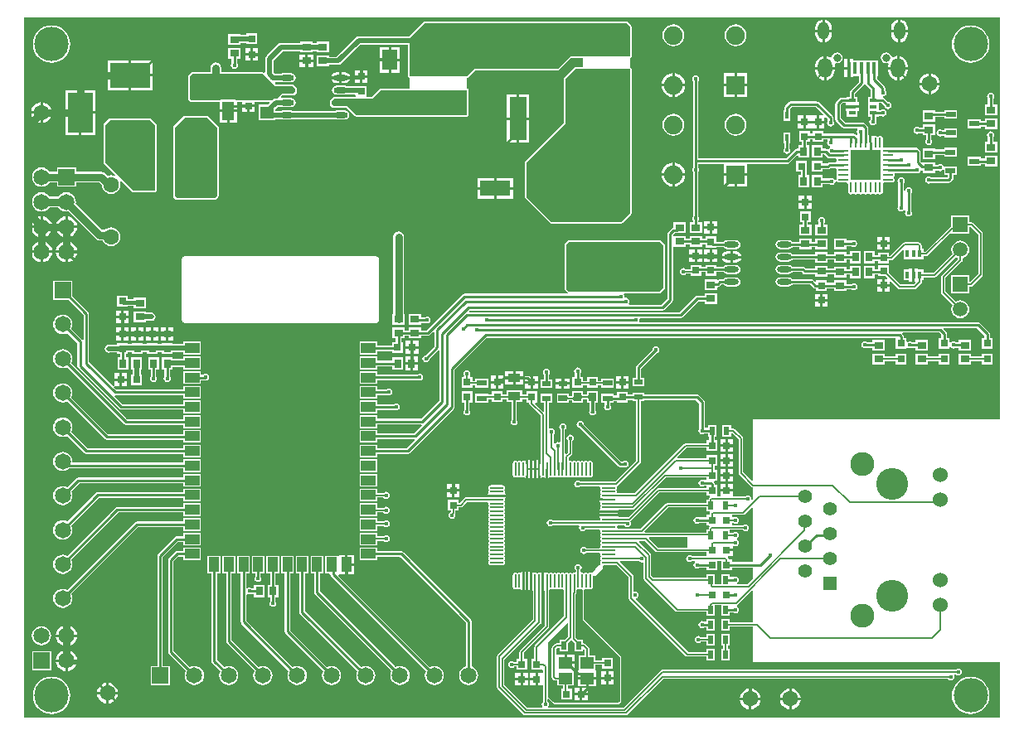
<source format=gtl>
G04*
G04 #@! TF.GenerationSoftware,Altium Limited,Altium Designer,20.2.7 (254)*
G04*
G04 Layer_Physical_Order=1*
G04 Layer_Color=255*
%FSLAX24Y24*%
%MOIN*%
G70*
G04*
G04 #@! TF.SameCoordinates,06D2D76E-F920-4485-92C8-392B035063E4*
G04*
G04*
G04 #@! TF.FilePolarity,Positive*
G04*
G01*
G75*
%ADD12C,0.0060*%
%ADD14C,0.0100*%
%ADD20R,0.0217X0.0354*%
%ADD21R,0.0315X0.0315*%
%ADD22R,0.0315X0.0315*%
%ADD23R,0.0315X0.0374*%
%ADD24R,0.0354X0.0217*%
%ADD25R,0.0390X0.0224*%
%ADD26R,0.0512X0.0354*%
%ADD27R,0.0374X0.0315*%
%ADD28R,0.0157X0.0315*%
%ADD29R,0.0394X0.0236*%
%ADD30R,0.0709X0.1732*%
%ADD31R,0.0610X0.0827*%
%ADD32O,0.0571X0.0236*%
%ADD33R,0.0550X0.0500*%
%ADD34R,0.0492X0.0768*%
%ADD35C,0.0630*%
%ADD36O,0.0591X0.0236*%
%ADD37O,0.0413X0.0098*%
%ADD38O,0.0098X0.0413*%
%ADD39R,0.1232X0.1232*%
%ADD40R,0.0315X0.0157*%
%ADD41R,0.0177X0.0512*%
%ADD42R,0.0591X0.0394*%
%ADD43R,0.0394X0.0591*%
%ADD44O,0.0551X0.0098*%
%ADD45O,0.0098X0.0551*%
%ADD46R,0.0551X0.0453*%
%ADD47R,0.1772X0.0689*%
%ADD48R,0.2165X0.0846*%
%ADD49R,0.0610X0.1264*%
%ADD50R,0.1240X0.0630*%
%ADD101C,0.0200*%
%ADD102C,0.0300*%
%ADD103C,0.0150*%
%ADD104C,0.0591*%
%ADD105R,0.0591X0.0591*%
%ADD106R,0.0750X0.0750*%
%ADD107C,0.0750*%
%ADD108R,0.1600X0.1000*%
%ADD109R,0.1000X0.1600*%
%ADD110C,0.0650*%
%ADD111R,0.0650X0.0650*%
%ADD112C,0.0315*%
%ADD113O,0.0453X0.0709*%
%ADD114O,0.0571X0.0787*%
%ADD115R,0.0650X0.0650*%
%ADD116R,0.0550X0.0550*%
%ADD117C,0.0550*%
%ADD118C,0.0602*%
%ADD119C,0.1280*%
%ADD120C,0.0963*%
%ADD121C,0.1380*%
%ADD122C,0.0157*%
%ADD123C,0.0197*%
G36*
X49338Y33700D02*
X39400D01*
Y31245D01*
X39354Y31226D01*
X39011Y31569D01*
Y32931D01*
X39004Y32966D01*
X38984Y32996D01*
X38665Y33315D01*
X38635Y33335D01*
X38600Y33342D01*
X38514D01*
Y33487D01*
X38177D01*
Y33013D01*
X38514D01*
Y33154D01*
X38564Y33157D01*
X38827Y32893D01*
Y31531D01*
X38834Y31496D01*
X38854Y31466D01*
X39335Y30985D01*
X39365Y30965D01*
X39400Y30958D01*
Y30486D01*
X39373Y30465D01*
X39327Y30491D01*
X39329Y30500D01*
X39318Y30555D01*
X39288Y30601D01*
X39242Y30631D01*
X39188Y30642D01*
X39134Y30631D01*
X39100Y30609D01*
X38598D01*
Y30800D01*
X38341D01*
X38083D01*
Y30609D01*
X38008D01*
X37967Y30633D01*
Y31067D01*
X37896D01*
X37862Y31100D01*
X37854Y31143D01*
X37829Y31179D01*
X37829Y31179D01*
X37826Y31183D01*
X37847Y31233D01*
X37972D01*
Y31667D01*
X37846D01*
Y31833D01*
X37972D01*
Y32267D01*
X37537D01*
Y32142D01*
X36387D01*
X36368Y32188D01*
X36738Y32558D01*
X37537D01*
Y32433D01*
X37972D01*
Y32867D01*
X37867D01*
Y33013D01*
X37923D01*
Y33487D01*
X37586D01*
Y33362D01*
X37462D01*
Y34400D01*
X37462Y34400D01*
X37454Y34443D01*
X37429Y34479D01*
X37429Y34479D01*
X37229Y34679D01*
X37193Y34704D01*
X37150Y34712D01*
X37150Y34712D01*
X35037D01*
Y34773D01*
X34563D01*
Y34712D01*
X34367D01*
Y34817D01*
X33933D01*
Y34662D01*
X33805D01*
Y34722D01*
X33295D01*
Y34378D01*
X33438D01*
Y34282D01*
X33419Y34254D01*
X33409Y34200D01*
X33419Y34146D01*
X33450Y34100D01*
X33496Y34069D01*
X33550Y34059D01*
X33604Y34069D01*
X33650Y34100D01*
X33681Y34146D01*
X33691Y34200D01*
X33681Y34254D01*
X33662Y34282D01*
Y34378D01*
X33805D01*
Y34438D01*
X33933D01*
Y34383D01*
X34367D01*
Y34488D01*
X34563D01*
Y34436D01*
X34708D01*
Y32038D01*
X33862Y31192D01*
X32456D01*
X32450Y31200D01*
X32404Y31231D01*
X32350Y31241D01*
X32296Y31231D01*
X32250Y31200D01*
X32219Y31154D01*
X32209Y31100D01*
X32219Y31046D01*
X32250Y31000D01*
X32296Y30969D01*
X32350Y30959D01*
X32404Y30969D01*
X32450Y31000D01*
X32456Y31008D01*
X33222D01*
X33259Y30958D01*
X33256Y30946D01*
X33265Y30903D01*
X33289Y30867D01*
X33289Y30867D01*
X33265Y30831D01*
X33256Y30789D01*
X33265Y30746D01*
X33289Y30710D01*
X33289Y30710D01*
X33265Y30674D01*
X33256Y30631D01*
X33265Y30588D01*
X33264Y30584D01*
X33260Y30581D01*
X33227Y30532D01*
X33226Y30524D01*
X33348D01*
X33368Y30520D01*
X33594D01*
Y30428D01*
X33368D01*
X33348Y30424D01*
X33226D01*
X33227Y30415D01*
X33260Y30366D01*
X33264Y30364D01*
X33265Y30359D01*
X33256Y30316D01*
X33265Y30274D01*
X33289Y30237D01*
X33289Y30237D01*
X33265Y30201D01*
X33256Y30159D01*
X33265Y30116D01*
X33264Y30111D01*
X33260Y30109D01*
X33227Y30059D01*
X33226Y30051D01*
X33348D01*
X33368Y30047D01*
X33594D01*
X33820D01*
X33840Y30051D01*
X33998D01*
X34011Y30067D01*
X34559D01*
X34594Y30074D01*
X34624Y30094D01*
X35888Y31358D01*
X37537D01*
Y31262D01*
X37432D01*
X37404Y31281D01*
X37350Y31291D01*
X37296Y31281D01*
X37250Y31250D01*
X37219Y31204D01*
X37209Y31150D01*
X37219Y31096D01*
X37250Y31050D01*
X37296Y31019D01*
X37350Y31009D01*
X37404Y31019D01*
X37432Y31038D01*
X37533D01*
Y30942D01*
X35600D01*
X35565Y30935D01*
X35535Y30915D01*
X34398Y29778D01*
X34011D01*
X33998Y29794D01*
X33840D01*
X33820Y29798D01*
X33594D01*
X33368D01*
X33348Y29794D01*
X33226D01*
X33227Y29785D01*
X33260Y29736D01*
X33264Y29734D01*
X33265Y29729D01*
X33256Y29686D01*
X33258Y29678D01*
X33220Y29628D01*
X31365D01*
X31350Y29650D01*
X31304Y29681D01*
X31250Y29691D01*
X31196Y29681D01*
X31150Y29650D01*
X31119Y29604D01*
X31109Y29550D01*
X31119Y29496D01*
X31150Y29450D01*
X31196Y29419D01*
X31250Y29409D01*
X31304Y29419D01*
X31342Y29444D01*
X32391D01*
X32418Y29394D01*
X32409Y29349D01*
X32419Y29295D01*
X32450Y29249D01*
X32496Y29218D01*
X32550Y29207D01*
X32604Y29218D01*
X32650Y29249D01*
X32666Y29272D01*
X33220D01*
X33258Y29222D01*
X33256Y29214D01*
X33265Y29171D01*
X33289Y29135D01*
X33289Y29135D01*
X33265Y29099D01*
X33256Y29056D01*
X33265Y29014D01*
X33289Y28978D01*
X33289Y28978D01*
X33265Y28941D01*
X33256Y28899D01*
X33265Y28856D01*
X33289Y28820D01*
X33289Y28820D01*
X33265Y28784D01*
X33256Y28741D01*
X33265Y28699D01*
X33289Y28663D01*
X33289Y28663D01*
X33265Y28626D01*
X33256Y28584D01*
X33259Y28568D01*
X33225Y28518D01*
X32706D01*
X32700Y28526D01*
X32654Y28557D01*
X32600Y28568D01*
X32546Y28557D01*
X32500Y28526D01*
X32469Y28481D01*
X32459Y28426D01*
X32469Y28372D01*
X32500Y28326D01*
X32546Y28296D01*
X32600Y28285D01*
X32654Y28296D01*
X32700Y28326D01*
X32706Y28335D01*
X33225D01*
X33259Y28285D01*
X33256Y28269D01*
X33265Y28226D01*
X33289Y28190D01*
X33289Y28190D01*
X33265Y28154D01*
X33256Y28111D01*
X33265Y28069D01*
X33289Y28033D01*
X33289Y28033D01*
X33265Y27997D01*
X33256Y27954D01*
X33265Y27911D01*
X33272Y27900D01*
X33246Y27850D01*
X33200D01*
X32950Y27550D01*
X32900Y27528D01*
X32889Y27535D01*
X32846Y27544D01*
X32803Y27535D01*
X32767Y27511D01*
X32731Y27535D01*
X32689Y27544D01*
X32646Y27535D01*
X32610Y27511D01*
X32610Y27511D01*
X32574Y27535D01*
X32531Y27544D01*
X32515Y27541D01*
X32465Y27575D01*
Y27644D01*
X32474Y27650D01*
X32504Y27696D01*
X32515Y27750D01*
X32504Y27804D01*
X32474Y27850D01*
X32428Y27881D01*
X32374Y27891D01*
X32319Y27881D01*
X32274Y27850D01*
X32243Y27804D01*
X32232Y27750D01*
X32243Y27696D01*
X32274Y27650D01*
X32282Y27644D01*
Y27575D01*
X32232Y27541D01*
X32216Y27544D01*
X32174Y27535D01*
X32137Y27511D01*
X32137Y27511D01*
X32101Y27535D01*
X32059Y27544D01*
X32016Y27535D01*
X31980Y27511D01*
X31980Y27511D01*
X31944Y27535D01*
X31901Y27544D01*
X31859Y27535D01*
X31822Y27511D01*
X31786Y27535D01*
X31744Y27544D01*
X31701Y27535D01*
X31665Y27511D01*
X31665Y27511D01*
X31629Y27535D01*
X31586Y27544D01*
X31544Y27535D01*
X31507Y27511D01*
X31507Y27511D01*
X31471Y27535D01*
X31429Y27544D01*
X31386Y27535D01*
X31350Y27511D01*
X31314Y27535D01*
X31271Y27544D01*
X31229Y27535D01*
X31193Y27511D01*
X31193Y27511D01*
X31156Y27535D01*
X31114Y27544D01*
X31071Y27535D01*
X31066Y27536D01*
X31064Y27540D01*
X31015Y27573D01*
X31006Y27574D01*
Y27452D01*
X31002Y27432D01*
Y27206D01*
Y26980D01*
X31006Y26960D01*
Y26802D01*
X31022Y26789D01*
Y25402D01*
X30035Y24415D01*
X30015Y24385D01*
X30008Y24350D01*
Y24063D01*
X29883D01*
Y23942D01*
X29806D01*
X29800Y23950D01*
X29754Y23981D01*
X29700Y23991D01*
X29646Y23981D01*
X29600Y23950D01*
X29569Y23904D01*
X29559Y23850D01*
X29569Y23796D01*
X29600Y23750D01*
X29646Y23719D01*
X29700Y23709D01*
X29754Y23719D01*
X29800Y23750D01*
X29806Y23758D01*
X29883D01*
Y23628D01*
X30317D01*
Y24063D01*
X30192D01*
Y24312D01*
X31179Y25299D01*
X31199Y25329D01*
X31206Y25364D01*
Y26837D01*
X31256Y26871D01*
X31271Y26868D01*
X31314Y26877D01*
X31350Y26901D01*
X31386Y26877D01*
X31429Y26868D01*
X31471Y26877D01*
X31507Y26901D01*
X31507Y26901D01*
X31544Y26877D01*
X31586Y26868D01*
X31629Y26877D01*
X31665Y26901D01*
X31665Y26901D01*
X31701Y26877D01*
X31744Y26868D01*
X31759Y26871D01*
X31809Y26837D01*
Y25789D01*
X30635Y24615D01*
X30615Y24585D01*
X30608Y24550D01*
Y24063D01*
X30483D01*
Y23628D01*
X30917D01*
X30958Y23605D01*
Y23562D01*
X30957Y23512D01*
X30908Y23512D01*
X30750D01*
Y23255D01*
Y22997D01*
X30957Y22997D01*
X30958Y22948D01*
Y22356D01*
X30950Y22350D01*
X30919Y22304D01*
X30909Y22250D01*
X30919Y22196D01*
X30942Y22162D01*
X30927Y22121D01*
X30920Y22112D01*
X30318D01*
X29412Y23018D01*
Y24032D01*
X30864Y25484D01*
X30884Y25514D01*
X30891Y25549D01*
Y26789D01*
X30906Y26802D01*
Y26960D01*
X30910Y26980D01*
Y27206D01*
Y27432D01*
X30906Y27452D01*
Y27574D01*
X30898Y27573D01*
X30849Y27540D01*
X30846Y27536D01*
X30841Y27535D01*
X30799Y27544D01*
X30756Y27535D01*
X30720Y27511D01*
X30720Y27511D01*
X30684Y27535D01*
X30641Y27544D01*
X30599Y27535D01*
X30594Y27536D01*
X30591Y27540D01*
X30542Y27573D01*
X30534Y27574D01*
Y27452D01*
X30530Y27432D01*
Y27206D01*
Y26980D01*
X30534Y26960D01*
Y26802D01*
X30550Y26789D01*
Y25650D01*
X29135Y24235D01*
X29115Y24205D01*
X29108Y24170D01*
Y22930D01*
X29115Y22895D01*
X29135Y22865D01*
X30165Y21835D01*
X30195Y21815D01*
X30230Y21808D01*
X34300D01*
X34335Y21815D01*
X34365Y21835D01*
X35788Y23258D01*
X47244D01*
X47250Y23250D01*
X47296Y23219D01*
X47350Y23209D01*
X47404Y23219D01*
X47450Y23250D01*
X47481Y23296D01*
X47491Y23350D01*
X47481Y23404D01*
X47479Y23407D01*
X47501Y23448D01*
X47549Y23450D01*
X47550Y23450D01*
X47596Y23419D01*
X47650Y23409D01*
X47704Y23419D01*
X47750Y23450D01*
X47781Y23496D01*
X47791Y23550D01*
X47781Y23604D01*
X47750Y23650D01*
X47704Y23681D01*
X47650Y23691D01*
X47596Y23681D01*
X47550Y23650D01*
X47544Y23642D01*
X35750D01*
X35715Y23635D01*
X35685Y23615D01*
X34182Y22112D01*
X31180D01*
X31173Y22121D01*
X31158Y22162D01*
X31181Y22196D01*
X31191Y22250D01*
X31181Y22304D01*
X31150Y22350D01*
X31142Y22356D01*
Y22443D01*
X31188Y22462D01*
X31400Y22250D01*
X31400Y22250D01*
X34000D01*
X34000Y22250D01*
X34000D01*
X34033Y22283D01*
X34033Y22283D01*
X34100Y22350D01*
X34100D01*
X34100Y22396D01*
Y24150D01*
X34100D01*
X34055Y24195D01*
X32623Y25627D01*
X32600Y25671D01*
X32600Y25671D01*
Y26847D01*
X32636Y26883D01*
X32646Y26877D01*
X32689Y26868D01*
X32731Y26877D01*
X32767Y26901D01*
X32803Y26877D01*
X32846Y26868D01*
X32889Y26877D01*
X32925Y26901D01*
X32949Y26937D01*
X32957Y26980D01*
Y27400D01*
X33100D01*
X33350Y27700D01*
X33350Y27800D01*
X33400Y27843D01*
X33820D01*
X33863Y27851D01*
X33880Y27862D01*
X33894D01*
X34408Y27348D01*
Y26520D01*
X34415Y26485D01*
X34435Y26455D01*
X36705Y24185D01*
X36735Y24165D01*
X36770Y24158D01*
X37536D01*
Y24013D01*
X37873D01*
Y24487D01*
X37536D01*
Y24342D01*
X36808D01*
X34688Y26461D01*
X34705Y26516D01*
X34723Y26519D01*
X34769Y26550D01*
X34799Y26596D01*
X34810Y26650D01*
X34799Y26704D01*
X34769Y26750D01*
X34723Y26781D01*
X34669Y26791D01*
X34642Y26786D01*
X34592Y26821D01*
Y27386D01*
X34585Y27422D01*
X34565Y27451D01*
X34048Y27968D01*
X34068Y28014D01*
X34805D01*
X34821Y27990D01*
X34867Y27959D01*
X34921Y27949D01*
X34958Y27956D01*
X35008Y27926D01*
Y27300D01*
X35015Y27265D01*
X35035Y27235D01*
X36285Y25985D01*
X36315Y25965D01*
X36350Y25958D01*
X37536D01*
Y25813D01*
X37873D01*
Y26225D01*
X38127D01*
Y25813D01*
X38464D01*
Y25938D01*
X38618D01*
X38646Y25919D01*
X38700Y25909D01*
X38754Y25919D01*
X38800Y25950D01*
X38831Y25996D01*
X38841Y26050D01*
X38831Y26104D01*
X38800Y26150D01*
X38754Y26181D01*
X38751Y26181D01*
Y26232D01*
X38752Y26232D01*
X38782Y26252D01*
X39354Y26824D01*
X39400Y26805D01*
Y25542D01*
X38464D01*
Y25687D01*
X38127D01*
Y25213D01*
X38464D01*
Y25358D01*
X39400D01*
Y23950D01*
X49338D01*
Y21712D01*
X10112D01*
Y49888D01*
X49338D01*
X49338Y33700D01*
D02*
G37*
G36*
X37238Y34354D02*
Y33332D01*
X37219Y33304D01*
X37209Y33250D01*
X37219Y33196D01*
X37250Y33150D01*
X37296Y33119D01*
X37350Y33109D01*
X37404Y33119D01*
X37432Y33138D01*
X37586D01*
Y33013D01*
X37643D01*
Y32867D01*
X37537D01*
Y32742D01*
X36700D01*
X36665Y32735D01*
X36635Y32715D01*
X34643Y30723D01*
X33963D01*
X33929Y30773D01*
X33932Y30789D01*
X33923Y30831D01*
X33899Y30867D01*
X33899Y30867D01*
X33923Y30903D01*
X33932Y30946D01*
X33923Y30989D01*
X33934Y31015D01*
X33935Y31015D01*
X33965Y31035D01*
X34865Y31935D01*
X34885Y31965D01*
X34892Y32000D01*
Y34436D01*
X35037D01*
Y34488D01*
X37104D01*
X37238Y34354D01*
D02*
G37*
G36*
X37536Y30013D02*
X37652D01*
X37674Y29963D01*
X37665Y29950D01*
X37658Y29915D01*
Y29867D01*
X37537D01*
Y29762D01*
X37232D01*
X37204Y29781D01*
X37150Y29791D01*
X37096Y29781D01*
X37050Y29750D01*
X37019Y29704D01*
X37009Y29650D01*
X37019Y29596D01*
X37050Y29550D01*
X37096Y29519D01*
X37150Y29509D01*
X37204Y29519D01*
X37232Y29538D01*
X37537D01*
Y29433D01*
X37632D01*
X37653Y29383D01*
X37640Y29370D01*
X37620Y29340D01*
X37613Y29305D01*
Y29287D01*
X37536D01*
Y29148D01*
X35049D01*
X35028Y29198D01*
X35988Y30158D01*
X37536D01*
Y30013D01*
D02*
G37*
G36*
X39400Y30155D02*
Y27962D01*
X38563D01*
Y28067D01*
X38435D01*
X38430Y28090D01*
X38410Y28120D01*
X38387Y28143D01*
X38408Y28193D01*
X38603D01*
Y28400D01*
X38345D01*
Y28500D01*
X38603D01*
Y28596D01*
X38621Y28606D01*
X38653Y28618D01*
X38700Y28609D01*
X38754Y28619D01*
X38800Y28650D01*
X38831Y28696D01*
X38841Y28750D01*
X38831Y28804D01*
X38800Y28850D01*
X38767Y28872D01*
X38764Y28883D01*
Y28917D01*
X38767Y28928D01*
X38800Y28950D01*
X38831Y28996D01*
X38841Y29050D01*
X38831Y29104D01*
X38800Y29150D01*
X38754Y29181D01*
X38700Y29191D01*
X38646Y29181D01*
X38600Y29150D01*
X38594Y29142D01*
X38464D01*
Y29258D01*
X38994D01*
X39000Y29250D01*
X39046Y29219D01*
X39100Y29209D01*
X39154Y29219D01*
X39200Y29250D01*
X39231Y29296D01*
X39241Y29350D01*
X39231Y29404D01*
X39200Y29450D01*
X39154Y29481D01*
X39100Y29491D01*
X39046Y29481D01*
X39000Y29450D01*
X38994Y29442D01*
X38563D01*
Y29519D01*
X38570Y29525D01*
X38613Y29541D01*
X38646Y29519D01*
X38700Y29509D01*
X38754Y29519D01*
X38800Y29550D01*
X38831Y29596D01*
X38841Y29650D01*
X38831Y29704D01*
X38800Y29750D01*
X38754Y29781D01*
X38700Y29791D01*
X38646Y29781D01*
X38613Y29759D01*
X38570Y29775D01*
X38563Y29781D01*
Y29858D01*
X39000D01*
X39035Y29865D01*
X39065Y29885D01*
X39354Y30174D01*
X39400Y30155D01*
D02*
G37*
G36*
X37533Y30633D02*
X37661D01*
X37676Y30583D01*
X37675Y30582D01*
X37640Y30547D01*
X37620Y30517D01*
X37614Y30487D01*
X37536D01*
Y30342D01*
X35950D01*
X35915Y30335D01*
X35885Y30315D01*
X34876Y29306D01*
X33963D01*
X33929Y29356D01*
X33932Y29371D01*
X33929Y29387D01*
X33963Y29437D01*
X34237D01*
X34250Y29417D01*
X34296Y29387D01*
X34350Y29376D01*
X34404Y29387D01*
X34450Y29417D01*
X34481Y29463D01*
X34491Y29517D01*
X34481Y29572D01*
X34479Y29575D01*
X34471Y29601D01*
X34501Y29621D01*
X35638Y30758D01*
X37533D01*
Y30633D01*
D02*
G37*
G36*
X36750Y28542D02*
X35588D01*
X35215Y28915D01*
X35236Y28965D01*
X36750D01*
Y28542D01*
D02*
G37*
G36*
X35485Y28385D02*
X35515Y28365D01*
X35550Y28358D01*
X37537D01*
Y28233D01*
X37506Y28195D01*
X36953D01*
X36950Y28200D01*
X36904Y28231D01*
X36850Y28241D01*
X36796Y28231D01*
X36750Y28200D01*
X36719Y28154D01*
X36709Y28100D01*
X36719Y28046D01*
X36750Y28000D01*
X36796Y27969D01*
X36850Y27959D01*
X36904Y27969D01*
X36950Y28000D01*
X36958Y28012D01*
X37053D01*
X37068Y27962D01*
X37050Y27950D01*
X37019Y27904D01*
X37009Y27850D01*
X37019Y27796D01*
X37050Y27750D01*
X37096Y27719D01*
X37150Y27709D01*
X37204Y27719D01*
X37232Y27738D01*
X37537D01*
Y27633D01*
X37972D01*
Y28012D01*
X38128D01*
Y27633D01*
X38563D01*
Y27738D01*
X39400D01*
Y27299D01*
X39175Y27075D01*
X38770D01*
X38765Y27090D01*
X38762Y27125D01*
X38800Y27150D01*
X38831Y27196D01*
X38841Y27250D01*
X38831Y27304D01*
X38800Y27350D01*
X38754Y27381D01*
X38700Y27391D01*
X38646Y27381D01*
X38618Y27362D01*
X38464D01*
Y27487D01*
X38127D01*
Y27075D01*
X37873D01*
Y27487D01*
X37536D01*
Y27342D01*
X35388D01*
X35312Y27418D01*
Y28230D01*
X35305Y28265D01*
X35285Y28295D01*
X34823Y28757D01*
X34843Y28807D01*
X35063D01*
X35485Y28385D01*
D02*
G37*
G36*
X32488Y26877D02*
X32509Y26873D01*
X32535Y26858D01*
X32550Y26821D01*
Y25650D01*
X32550Y25650D01*
X32595Y25605D01*
X34027Y24173D01*
X34050Y24129D01*
X34050Y24129D01*
X34050Y22371D01*
X34050Y22371D01*
X34050D01*
X34027Y22327D01*
X34023Y22323D01*
X33979Y22300D01*
X33979Y22300D01*
X31421Y22300D01*
X31421Y22300D01*
Y22300D01*
X31377Y22323D01*
X31150Y22550D01*
X31150Y22555D01*
X31150Y24750D01*
X31917Y25517D01*
X31967Y25496D01*
Y24961D01*
X31843Y24837D01*
X31636D01*
Y24692D01*
X31500D01*
X31465Y24685D01*
X31435Y24665D01*
X31335Y24565D01*
X31315Y24535D01*
X31308Y24500D01*
Y23350D01*
X31315Y23315D01*
X31335Y23285D01*
X31400Y23220D01*
X31430Y23200D01*
X31465Y23193D01*
X31531D01*
Y22999D01*
X31775D01*
Y22867D01*
X31687D01*
Y22433D01*
X32122D01*
Y22867D01*
X31959D01*
Y22999D01*
X32203D01*
Y23571D01*
X32243Y23589D01*
Y23865D01*
X31867D01*
Y23915D01*
X31817D01*
Y24241D01*
X31492D01*
Y24462D01*
X31538Y24508D01*
X31636D01*
Y24363D01*
X31973D01*
Y24707D01*
X32087Y24821D01*
X32116Y24818D01*
X32227Y24707D01*
Y24363D01*
X32564D01*
Y24434D01*
X32608Y24454D01*
X32641Y24427D01*
Y24201D01*
X32397D01*
X32397Y23636D01*
X32357Y23611D01*
X32357Y23604D01*
X32357Y23604D01*
Y23335D01*
X32733D01*
X33109D01*
Y23604D01*
X33109Y23604D01*
Y23611D01*
X33069Y23636D01*
X33069Y23661D01*
Y23823D01*
X33333D01*
Y23678D01*
X33767D01*
Y24113D01*
X33333D01*
Y24007D01*
X33069D01*
Y24201D01*
X32825D01*
Y24467D01*
X32818Y24502D01*
X32798Y24532D01*
X32665Y24665D01*
X32635Y24685D01*
X32600Y24692D01*
X32564D01*
Y24837D01*
X32357D01*
X32273Y24921D01*
Y26665D01*
X32281Y26674D01*
X32301Y26703D01*
X32308Y26738D01*
Y26837D01*
X32358Y26871D01*
X32374Y26868D01*
X32416Y26877D01*
X32452Y26901D01*
X32452Y26901D01*
X32488Y26877D01*
D02*
G37*
%LPC*%
G36*
X45342Y49784D02*
Y49383D01*
X45622D01*
Y49461D01*
X45610Y49546D01*
X45578Y49626D01*
X45525Y49694D01*
X45457Y49746D01*
X45378Y49779D01*
X45342Y49784D01*
D02*
G37*
G36*
X42291Y49784D02*
Y49383D01*
X42570D01*
Y49461D01*
X42559Y49546D01*
X42526Y49626D01*
X42474Y49694D01*
X42406Y49746D01*
X42326Y49779D01*
X42291Y49784D01*
D02*
G37*
G36*
X42191Y49784D02*
X42156Y49779D01*
X42077Y49746D01*
X42009Y49694D01*
X41956Y49626D01*
X41923Y49546D01*
X41912Y49461D01*
Y49383D01*
X42191D01*
Y49784D01*
D02*
G37*
G36*
X45242Y49784D02*
X45207Y49779D01*
X45128Y49746D01*
X45060Y49694D01*
X45007Y49626D01*
X44974Y49546D01*
X44963Y49461D01*
Y49383D01*
X45242D01*
Y49784D01*
D02*
G37*
G36*
X19467Y49232D02*
X19033D01*
Y49163D01*
X18795D01*
Y49203D01*
X18301D01*
Y48768D01*
X18795D01*
Y48837D01*
X19033D01*
Y48797D01*
X19467D01*
Y49232D01*
D02*
G37*
G36*
X45622Y49283D02*
X45342D01*
Y48883D01*
X45378Y48887D01*
X45457Y48920D01*
X45525Y48973D01*
X45578Y49041D01*
X45610Y49120D01*
X45622Y49205D01*
Y49283D01*
D02*
G37*
G36*
X42191D02*
X41912D01*
Y49205D01*
X41923Y49120D01*
X41956Y49041D01*
X42009Y48973D01*
X42077Y48920D01*
X42156Y48887D01*
X42191Y48883D01*
Y49283D01*
D02*
G37*
G36*
X42570D02*
X42291D01*
Y48883D01*
X42326Y48887D01*
X42406Y48920D01*
X42474Y48973D01*
X42526Y49041D01*
X42559Y49120D01*
X42570Y49205D01*
Y49283D01*
D02*
G37*
G36*
X45242D02*
X44963D01*
Y49205D01*
X44974Y49120D01*
X45007Y49041D01*
X45060Y48973D01*
X45128Y48920D01*
X45207Y48887D01*
X45242Y48883D01*
Y49283D01*
D02*
G37*
G36*
X38700Y49589D02*
X38586Y49574D01*
X38481Y49530D01*
X38390Y49460D01*
X38320Y49369D01*
X38276Y49264D01*
X38261Y49150D01*
X38276Y49036D01*
X38320Y48931D01*
X38390Y48840D01*
X38481Y48770D01*
X38586Y48726D01*
X38700Y48711D01*
X38814Y48726D01*
X38919Y48770D01*
X39010Y48840D01*
X39080Y48931D01*
X39124Y49036D01*
X39139Y49150D01*
X39124Y49264D01*
X39080Y49369D01*
X39010Y49460D01*
X38919Y49530D01*
X38814Y49574D01*
X38700Y49589D01*
D02*
G37*
G36*
X36200D02*
X36086Y49574D01*
X35981Y49530D01*
X35890Y49460D01*
X35820Y49369D01*
X35776Y49264D01*
X35761Y49150D01*
X35776Y49036D01*
X35820Y48931D01*
X35890Y48840D01*
X35981Y48770D01*
X36086Y48726D01*
X36200Y48711D01*
X36314Y48726D01*
X36419Y48770D01*
X36510Y48840D01*
X36580Y48931D01*
X36624Y49036D01*
X36639Y49150D01*
X36624Y49264D01*
X36580Y49369D01*
X36510Y49460D01*
X36419Y49530D01*
X36314Y49574D01*
X36200Y49589D01*
D02*
G37*
G36*
X21697Y48893D02*
X21203D01*
Y48839D01*
X20426D01*
X20363Y48826D01*
X20310Y48791D01*
X19835Y48315D01*
X19799Y48262D01*
X19787Y48200D01*
Y47670D01*
X19737Y47650D01*
X19700Y47665D01*
X18014D01*
Y47850D01*
X17998Y47932D01*
X17951Y48001D01*
X17882Y48048D01*
X17800Y48064D01*
X17718Y48048D01*
X17649Y48001D01*
X17602Y47932D01*
X17586Y47850D01*
Y47665D01*
X16850D01*
X16804Y47646D01*
X16704Y47546D01*
X16685Y47500D01*
Y46600D01*
X16704Y46554D01*
X16754Y46504D01*
X16800Y46485D01*
X17954D01*
Y46168D01*
X18646D01*
Y46485D01*
X18861D01*
Y46371D01*
X19119D01*
X19376D01*
Y46485D01*
X19964D01*
X19983Y46439D01*
X19904Y46360D01*
X19515D01*
Y45740D01*
X20185D01*
Y45787D01*
X20433D01*
X20440Y45782D01*
X20510Y45768D01*
X20844D01*
X20914Y45782D01*
X20921Y45787D01*
X22579D01*
X22586Y45782D01*
X22656Y45768D01*
X22990D01*
X23060Y45782D01*
X23119Y45822D01*
X23158Y45881D01*
X23172Y45950D01*
X23158Y46019D01*
X23119Y46078D01*
X23060Y46118D01*
X22990Y46132D01*
X22656D01*
X22586Y46118D01*
X22579Y46113D01*
X20921D01*
X20914Y46118D01*
X20844Y46132D01*
X20510D01*
X20440Y46118D01*
X20433Y46113D01*
X20185D01*
Y46179D01*
X20293Y46287D01*
X20433D01*
X20440Y46282D01*
X20510Y46268D01*
X20844D01*
X20914Y46282D01*
X20973Y46322D01*
X21012Y46381D01*
X21026Y46450D01*
X21012Y46519D01*
X20973Y46578D01*
X20914Y46618D01*
X20844Y46632D01*
X20510D01*
X20440Y46618D01*
X20435Y46623D01*
X20433Y46691D01*
X20477Y46735D01*
X20900D01*
X20946Y46754D01*
X21046Y46854D01*
X21065Y46900D01*
Y47000D01*
X21046Y47046D01*
X20946Y47146D01*
X20900Y47165D01*
X20227D01*
X20185Y47207D01*
Y47260D01*
X20224Y47287D01*
X20433D01*
X20440Y47282D01*
X20510Y47268D01*
X20844D01*
X20914Y47282D01*
X20973Y47322D01*
X21012Y47381D01*
X21026Y47450D01*
X21012Y47519D01*
X20973Y47578D01*
X20914Y47618D01*
X20844Y47632D01*
X20510D01*
X20440Y47618D01*
X20433Y47613D01*
X20168D01*
X20113Y47668D01*
Y48132D01*
X20493Y48512D01*
X21203D01*
Y48458D01*
X21697D01*
Y48512D01*
X21853D01*
Y48458D01*
X22347D01*
Y48893D01*
X21853D01*
Y48839D01*
X21697D01*
Y48893D01*
D02*
G37*
G36*
X19507Y48643D02*
X19300D01*
Y48435D01*
X19507D01*
Y48643D01*
D02*
G37*
G36*
X19200D02*
X18993D01*
Y48435D01*
X19200D01*
Y48643D01*
D02*
G37*
G36*
X42783Y48472D02*
X42698Y48455D01*
X42626Y48407D01*
X42578Y48335D01*
X42568Y48289D01*
X42513Y48268D01*
X42495Y48282D01*
X42401Y48321D01*
X42350Y48328D01*
Y47887D01*
X42689D01*
Y47946D01*
X42682Y48001D01*
X42727Y48040D01*
X42783Y48029D01*
X42867Y48046D01*
X42939Y48094D01*
X42987Y48166D01*
X43004Y48251D01*
X42987Y48335D01*
X42939Y48407D01*
X42867Y48455D01*
X42783Y48472D01*
D02*
G37*
G36*
X25205Y48680D02*
X24850D01*
Y48216D01*
X25205D01*
Y48680D01*
D02*
G37*
G36*
X24750D02*
X24395D01*
Y48216D01*
X24750D01*
Y48680D01*
D02*
G37*
G36*
X21737Y48382D02*
X21500D01*
Y48174D01*
X21737D01*
Y48382D01*
D02*
G37*
G36*
X21400D02*
X21163D01*
Y48174D01*
X21400D01*
Y48382D01*
D02*
G37*
G36*
X19507Y48335D02*
X19300D01*
Y48128D01*
X19507D01*
Y48335D01*
D02*
G37*
G36*
X19200D02*
X18993D01*
Y48128D01*
X19200D01*
Y48335D01*
D02*
G37*
G36*
X48150Y49554D02*
X48003Y49539D01*
X47862Y49496D01*
X47731Y49427D01*
X47617Y49333D01*
X47523Y49219D01*
X47454Y49088D01*
X47411Y48947D01*
X47396Y48800D01*
X47411Y48653D01*
X47454Y48512D01*
X47523Y48381D01*
X47617Y48267D01*
X47731Y48173D01*
X47862Y48104D01*
X48003Y48061D01*
X48150Y48046D01*
X48297Y48061D01*
X48438Y48104D01*
X48569Y48173D01*
X48683Y48267D01*
X48777Y48381D01*
X48846Y48512D01*
X48889Y48653D01*
X48904Y48800D01*
X48889Y48947D01*
X48846Y49088D01*
X48777Y49219D01*
X48683Y49333D01*
X48569Y49427D01*
X48438Y49496D01*
X48297Y49539D01*
X48150Y49554D01*
D02*
G37*
G36*
X11200D02*
X11053Y49539D01*
X10912Y49496D01*
X10781Y49427D01*
X10667Y49333D01*
X10573Y49219D01*
X10504Y49088D01*
X10461Y48947D01*
X10446Y48800D01*
X10461Y48653D01*
X10504Y48512D01*
X10573Y48381D01*
X10667Y48267D01*
X10781Y48173D01*
X10912Y48104D01*
X11053Y48061D01*
X11200Y48046D01*
X11347Y48061D01*
X11488Y48104D01*
X11619Y48173D01*
X11733Y48267D01*
X11827Y48381D01*
X11896Y48512D01*
X11939Y48653D01*
X11954Y48800D01*
X11939Y48947D01*
X11896Y49088D01*
X11827Y49219D01*
X11733Y49333D01*
X11619Y49427D01*
X11488Y49496D01*
X11347Y49539D01*
X11200Y49554D01*
D02*
G37*
G36*
X45283Y48328D02*
Y47887D01*
X45622D01*
Y47946D01*
X45609Y48046D01*
X45570Y48140D01*
X45508Y48220D01*
X45428Y48282D01*
X45334Y48321D01*
X45283Y48328D01*
D02*
G37*
G36*
X43205Y48193D02*
X43066D01*
Y47887D01*
X43205D01*
Y48193D01*
D02*
G37*
G36*
X42250Y48328D02*
X42200Y48321D01*
X42106Y48282D01*
X42025Y48220D01*
X41964Y48140D01*
X41925Y48046D01*
X41912Y47946D01*
Y47887D01*
X42250D01*
Y48328D01*
D02*
G37*
G36*
X44751Y48472D02*
X44666Y48455D01*
X44594Y48407D01*
X44546Y48335D01*
X44529Y48251D01*
X44546Y48166D01*
X44594Y48094D01*
X44666Y48046D01*
X44751Y48029D01*
X44807Y48040D01*
X44852Y48001D01*
X44845Y47946D01*
Y47887D01*
X45183D01*
Y48328D01*
X45133Y48321D01*
X45039Y48282D01*
X45020Y48268D01*
X44965Y48289D01*
X44956Y48335D01*
X44908Y48407D01*
X44836Y48455D01*
X44751Y48472D01*
D02*
G37*
G36*
X21737Y48074D02*
X21500D01*
Y47867D01*
X21737D01*
Y48074D01*
D02*
G37*
G36*
X21400D02*
X21163D01*
Y47867D01*
X21400D01*
Y48074D01*
D02*
G37*
G36*
X18795Y48652D02*
X18301D01*
Y48217D01*
X18438D01*
Y48032D01*
X18419Y48004D01*
X18409Y47950D01*
X18419Y47896D01*
X18450Y47850D01*
X18496Y47819D01*
X18550Y47809D01*
X18604Y47819D01*
X18650Y47850D01*
X18681Y47896D01*
X18691Y47950D01*
X18681Y48004D01*
X18662Y48032D01*
Y48217D01*
X18795D01*
Y48652D01*
D02*
G37*
G36*
X25205Y48116D02*
X24850D01*
Y47653D01*
X25205D01*
Y48116D01*
D02*
G37*
G36*
X24750D02*
X24395D01*
Y47653D01*
X24750D01*
Y48116D01*
D02*
G37*
G36*
X15250Y48150D02*
X14400D01*
Y47600D01*
X15250D01*
Y48150D01*
D02*
G37*
G36*
X14300D02*
X13450D01*
Y47600D01*
X14300D01*
Y48150D01*
D02*
G37*
G36*
X23907Y47748D02*
X23700D01*
Y47541D01*
X23907D01*
Y47748D01*
D02*
G37*
G36*
X23600D02*
X23393D01*
Y47541D01*
X23600D01*
Y47748D01*
D02*
G37*
G36*
X22990Y47672D02*
X22873D01*
Y47500D01*
X23203D01*
X23196Y47535D01*
X23147Y47607D01*
X23075Y47655D01*
X22990Y47672D01*
D02*
G37*
G36*
X22773D02*
X22656D01*
X22570Y47655D01*
X22498Y47607D01*
X22450Y47535D01*
X22443Y47500D01*
X22773D01*
Y47672D01*
D02*
G37*
G36*
X43205Y47787D02*
X43066D01*
Y47481D01*
X43205D01*
Y47787D01*
D02*
G37*
G36*
X45622D02*
X45283D01*
Y47347D01*
X45334Y47353D01*
X45428Y47392D01*
X45508Y47454D01*
X45570Y47535D01*
X45609Y47628D01*
X45622Y47729D01*
Y47787D01*
D02*
G37*
G36*
X42250D02*
X41912D01*
Y47729D01*
X41925Y47628D01*
X41964Y47535D01*
X42025Y47454D01*
X42106Y47392D01*
X42200Y47353D01*
X42250Y47347D01*
Y47787D01*
D02*
G37*
G36*
X42689D02*
X42350D01*
Y47347D01*
X42401Y47353D01*
X42495Y47392D01*
X42575Y47454D01*
X42637Y47535D01*
X42676Y47628D01*
X42689Y47729D01*
Y47787D01*
D02*
G37*
G36*
X45183D02*
X44845D01*
Y47729D01*
X44858Y47628D01*
X44897Y47535D01*
X44959Y47454D01*
X45039Y47392D01*
X45133Y47353D01*
X45183Y47347D01*
Y47787D01*
D02*
G37*
G36*
X46550Y47612D02*
Y47250D01*
X46912D01*
X46904Y47308D01*
X46862Y47409D01*
X46796Y47496D01*
X46709Y47562D01*
X46608Y47604D01*
X46550Y47612D01*
D02*
G37*
G36*
X46450D02*
X46392Y47604D01*
X46291Y47562D01*
X46204Y47496D01*
X46138Y47409D01*
X46096Y47308D01*
X46088Y47250D01*
X46450D01*
Y47612D01*
D02*
G37*
G36*
X23907Y47441D02*
X23700D01*
Y47233D01*
X23907D01*
Y47441D01*
D02*
G37*
G36*
X23600D02*
X23393D01*
Y47233D01*
X23600D01*
Y47441D01*
D02*
G37*
G36*
X23203Y47400D02*
X22873D01*
Y47228D01*
X22990D01*
X23075Y47245D01*
X23147Y47293D01*
X23196Y47365D01*
X23203Y47400D01*
D02*
G37*
G36*
X22773D02*
X22443D01*
X22450Y47365D01*
X22498Y47293D01*
X22570Y47245D01*
X22656Y47228D01*
X22773D01*
Y47400D01*
D02*
G37*
G36*
X39175Y47625D02*
X38750D01*
Y47200D01*
X39175D01*
Y47625D01*
D02*
G37*
G36*
X36250Y47623D02*
Y47200D01*
X36673D01*
X36663Y47274D01*
X36615Y47390D01*
X36539Y47489D01*
X36440Y47565D01*
X36324Y47613D01*
X36250Y47623D01*
D02*
G37*
G36*
X36150D02*
X36076Y47613D01*
X35960Y47565D01*
X35861Y47489D01*
X35785Y47390D01*
X35737Y47274D01*
X35727Y47200D01*
X36150D01*
Y47623D01*
D02*
G37*
G36*
X38650Y47625D02*
X38225D01*
Y47200D01*
X38650D01*
Y47625D01*
D02*
G37*
G36*
X15250Y47500D02*
X14400D01*
Y46950D01*
X15250D01*
Y47500D01*
D02*
G37*
G36*
X14300D02*
X13450D01*
Y46950D01*
X14300D01*
Y47500D01*
D02*
G37*
G36*
X46912Y47150D02*
X46550D01*
Y46788D01*
X46608Y46796D01*
X46709Y46838D01*
X46796Y46904D01*
X46862Y46991D01*
X46904Y47092D01*
X46912Y47150D01*
D02*
G37*
G36*
X46450D02*
X46088D01*
X46096Y47092D01*
X46138Y46991D01*
X46204Y46904D01*
X46291Y46838D01*
X46392Y46796D01*
X46450Y46788D01*
Y47150D01*
D02*
G37*
G36*
X36673Y47100D02*
X36250D01*
Y46677D01*
X36324Y46687D01*
X36440Y46735D01*
X36539Y46811D01*
X36615Y46910D01*
X36663Y47026D01*
X36673Y47100D01*
D02*
G37*
G36*
X36150D02*
X35727D01*
X35737Y47026D01*
X35785Y46910D01*
X35861Y46811D01*
X35960Y46735D01*
X36076Y46687D01*
X36150Y46677D01*
Y47100D01*
D02*
G37*
G36*
X39175D02*
X38750D01*
Y46675D01*
X39175D01*
Y47100D01*
D02*
G37*
G36*
X38650D02*
X38225D01*
Y46675D01*
X38650D01*
Y47100D01*
D02*
G37*
G36*
X43444Y48193D02*
X43305D01*
Y47837D01*
Y47481D01*
X43444D01*
Y47521D01*
X43655D01*
Y47275D01*
X43314Y46935D01*
X43290Y46899D01*
X43281Y46856D01*
X43281Y46856D01*
Y46674D01*
X43176D01*
Y46647D01*
X42956D01*
X42956Y46647D01*
X42913Y46638D01*
X42877Y46614D01*
X42877Y46614D01*
X42738Y46475D01*
X42713Y46439D01*
X42705Y46396D01*
X42705Y46396D01*
Y45779D01*
X42705Y45779D01*
X42713Y45736D01*
X42738Y45700D01*
X42988Y45450D01*
X42988Y45450D01*
X43024Y45425D01*
X43067Y45417D01*
X43587D01*
X43593Y45408D01*
X43609Y45367D01*
X43586Y45333D01*
X43575Y45279D01*
X43586Y45225D01*
X43610Y45189D01*
Y45136D01*
X43560Y45115D01*
X43517Y45158D01*
X43481Y45183D01*
X43438Y45191D01*
X43438Y45191D01*
X43317D01*
X43317Y45191D01*
X43317Y45191D01*
X42234D01*
Y45296D01*
X41799D01*
Y45191D01*
X41684D01*
Y45296D01*
X41249D01*
Y44861D01*
X41355D01*
Y44726D01*
X41224D01*
Y44591D01*
X41167D01*
X41124Y44583D01*
X41088Y44558D01*
X41088Y44558D01*
X40741Y44212D01*
X37212D01*
Y47318D01*
X37231Y47346D01*
X37241Y47400D01*
X37231Y47454D01*
X37200Y47500D01*
X37154Y47531D01*
X37100Y47541D01*
X37046Y47531D01*
X37000Y47500D01*
X36969Y47454D01*
X36959Y47400D01*
X36969Y47346D01*
X36988Y47318D01*
Y44100D01*
Y43832D01*
X36969Y43804D01*
X36959Y43750D01*
X36969Y43696D01*
X36988Y43668D01*
Y41882D01*
X36969Y41854D01*
X36959Y41800D01*
X36969Y41746D01*
X36988Y41718D01*
Y41627D01*
X36855D01*
Y41192D01*
X37349D01*
Y41627D01*
X37212D01*
Y41718D01*
X37231Y41746D01*
X37241Y41800D01*
X37231Y41854D01*
X37212Y41882D01*
Y43668D01*
X37231Y43696D01*
X37241Y43750D01*
X37231Y43804D01*
X37212Y43832D01*
Y43988D01*
X38225D01*
Y43600D01*
X38700D01*
X39175D01*
Y43988D01*
X40788D01*
X40788Y43988D01*
X40831Y43996D01*
X40867Y44021D01*
X41174Y44327D01*
X41224Y44307D01*
Y44232D01*
X41659D01*
Y44726D01*
X41579D01*
Y44861D01*
X41684D01*
Y44967D01*
X41799D01*
Y44861D01*
X42234D01*
Y44967D01*
X42405D01*
Y44911D01*
X42386Y44883D01*
X42375Y44829D01*
X42386Y44775D01*
X42417Y44729D01*
X42463Y44698D01*
X42502Y44690D01*
X42509Y44660D01*
X42507Y44639D01*
X42467Y44611D01*
X42446Y44580D01*
X42413Y44566D01*
X42385Y44566D01*
X42360Y44583D01*
X42317Y44591D01*
X42317Y44591D01*
X42210D01*
Y44726D01*
X41775D01*
Y44232D01*
X42210D01*
Y44367D01*
X42270D01*
X42394Y44243D01*
X42394Y44243D01*
X42430Y44219D01*
X42473Y44211D01*
X42473Y44211D01*
X42722D01*
X42740Y44187D01*
X42753Y44161D01*
X42746Y44126D01*
X42753Y44091D01*
X42740Y44065D01*
X42722Y44041D01*
X42467D01*
X42467Y44041D01*
X42424Y44033D01*
X42388Y44008D01*
X42388Y44008D01*
X42370Y43991D01*
X42209D01*
Y44096D01*
X41774D01*
Y43661D01*
X42209D01*
Y43767D01*
X42417D01*
X42417Y43767D01*
X42460Y43775D01*
X42496Y43800D01*
X42513Y43817D01*
X42722D01*
X42740Y43793D01*
X42753Y43767D01*
X42746Y43732D01*
X42754Y43690D01*
X42778Y43653D01*
Y43614D01*
X42754Y43578D01*
X42746Y43535D01*
X42754Y43493D01*
X42778Y43457D01*
Y43417D01*
X42754Y43381D01*
X42747Y43343D01*
X42746Y43338D01*
X42707Y43334D01*
Y43334D01*
X42707D01*
X42674Y43368D01*
X42667Y43379D01*
X42621Y43410D01*
X42567Y43420D01*
X42513Y43410D01*
X42485Y43391D01*
X42210D01*
Y43526D01*
X41775D01*
Y43032D01*
X42210D01*
Y43167D01*
X42485D01*
X42513Y43148D01*
X42567Y43138D01*
X42621Y43148D01*
X42667Y43179D01*
X42698Y43225D01*
X42701Y43241D01*
X42717Y43285D01*
X42717Y43285D01*
Y43285D01*
X42754Y43296D01*
X42757Y43292D01*
X42778Y43260D01*
X42814Y43236D01*
X42857Y43227D01*
X43172D01*
X43179Y43229D01*
X43220Y43188D01*
X43218Y43181D01*
Y42866D01*
X43227Y42823D01*
X43251Y42787D01*
X43287Y42763D01*
X43329Y42755D01*
X43372Y42763D01*
X43408Y42787D01*
X43448D01*
X43484Y42763D01*
X43526Y42755D01*
X43569Y42763D01*
X43605Y42787D01*
X43644D01*
X43681Y42763D01*
X43723Y42755D01*
X43766Y42763D01*
X43802Y42787D01*
X43841D01*
X43877Y42763D01*
X43920Y42755D01*
X43963Y42763D01*
X43999Y42787D01*
X44038D01*
X44074Y42763D01*
X44117Y42755D01*
X44159Y42763D01*
X44196Y42787D01*
X44235D01*
X44271Y42763D01*
X44314Y42755D01*
X44356Y42763D01*
X44392Y42787D01*
X44432D01*
X44468Y42763D01*
X44511Y42755D01*
X44553Y42763D01*
X44589Y42787D01*
X44613Y42823D01*
X44622Y42866D01*
Y43181D01*
X44620Y43188D01*
X44661Y43229D01*
X44668Y43227D01*
X44983D01*
X45026Y43236D01*
X45062Y43260D01*
X45086Y43296D01*
X45094Y43338D01*
X45086Y43381D01*
X45062Y43417D01*
Y43457D01*
X45086Y43493D01*
X45094Y43535D01*
X45088Y43569D01*
X45105Y43602D01*
X45118Y43619D01*
X45926D01*
X45941Y43609D01*
X45995Y43598D01*
X46049Y43609D01*
X46095Y43640D01*
X46126Y43686D01*
X46130Y43708D01*
X46181Y43745D01*
X46185Y43746D01*
X46188Y43745D01*
X46220Y43711D01*
Y43611D01*
X46714D01*
Y43717D01*
X46835D01*
X46863Y43698D01*
X46917Y43688D01*
X46971Y43698D01*
X47017Y43729D01*
X47038Y43760D01*
X47088Y43745D01*
Y43527D01*
X47232D01*
Y43453D01*
X47220Y43441D01*
X46549D01*
X46521Y43460D01*
X46467Y43470D01*
X46413Y43460D01*
X46367Y43429D01*
X46336Y43383D01*
X46325Y43329D01*
X46336Y43275D01*
X46367Y43229D01*
X46413Y43198D01*
X46467Y43188D01*
X46521Y43198D01*
X46549Y43217D01*
X47267D01*
X47267Y43217D01*
X47310Y43225D01*
X47346Y43250D01*
X47424Y43327D01*
X47448Y43364D01*
X47457Y43407D01*
X47457Y43407D01*
Y43527D01*
X47601D01*
Y43883D01*
X47094Y43883D01*
X47088Y43883D01*
X47041Y43892D01*
X47017Y43929D01*
X46971Y43960D01*
X46917Y43970D01*
X46863Y43960D01*
X46835Y43941D01*
X46714D01*
Y44046D01*
X46220D01*
Y44046D01*
X46176Y44028D01*
X46129Y44075D01*
Y44461D01*
X46120Y44504D01*
X46096Y44540D01*
X46096Y44540D01*
X46038Y44599D01*
X46001Y44623D01*
X45958Y44632D01*
X45958Y44632D01*
X44826D01*
X44821Y44631D01*
X44668D01*
X44661Y44629D01*
X44620Y44670D01*
X44622Y44677D01*
Y44992D01*
X44613Y45035D01*
X44589Y45071D01*
X44553Y45095D01*
X44511Y45103D01*
X44468Y45095D01*
X44432Y45071D01*
X44392D01*
X44356Y45095D01*
X44314Y45103D01*
X44271Y45095D01*
X44266Y45091D01*
X44224Y45100D01*
X44175Y45133D01*
X44167Y45134D01*
Y44834D01*
X44067D01*
Y45147D01*
X44032Y45170D01*
Y45426D01*
X44032Y45426D01*
X44024Y45469D01*
X43999Y45505D01*
X43999Y45505D01*
X43896Y45608D01*
X43860Y45633D01*
X43817Y45641D01*
X43817Y45641D01*
X43113D01*
X42929Y45825D01*
Y46349D01*
X43002Y46423D01*
X43136D01*
Y46329D01*
X43394D01*
X43651D01*
Y46458D01*
X43611D01*
Y46674D01*
X43506D01*
Y46809D01*
X43846Y47150D01*
X43846Y47150D01*
X43868Y47183D01*
X43888Y47185D01*
X43898Y47184D01*
X43920Y47181D01*
X43943Y47146D01*
X44128Y46962D01*
Y46674D01*
X44023D01*
Y46396D01*
Y46140D01*
Y45884D01*
X44128D01*
Y45775D01*
X44117Y45768D01*
X44086Y45722D01*
X44075Y45668D01*
X44086Y45614D01*
X44117Y45568D01*
X44163Y45537D01*
X44217Y45526D01*
X44271Y45537D01*
X44317Y45568D01*
X44348Y45614D01*
X44358Y45668D01*
X44352Y45698D01*
Y45884D01*
X44458D01*
Y45914D01*
X44539D01*
X44563Y45898D01*
X44617Y45888D01*
X44671Y45898D01*
X44717Y45929D01*
X44748Y45975D01*
X44758Y46029D01*
X44748Y46083D01*
X44717Y46129D01*
X44671Y46160D01*
X44617Y46170D01*
X44563Y46160D01*
X44531Y46138D01*
X44458D01*
Y46423D01*
X44564D01*
X44680Y46308D01*
X44686Y46275D01*
X44717Y46229D01*
X44763Y46198D01*
X44817Y46188D01*
X44871Y46198D01*
X44917Y46229D01*
X44948Y46275D01*
X44958Y46329D01*
X44948Y46383D01*
X44917Y46429D01*
X44871Y46460D01*
X44838Y46466D01*
X44690Y46614D01*
X44654Y46638D01*
X44640Y46641D01*
X44640Y46692D01*
X44671Y46698D01*
X44717Y46729D01*
X44748Y46775D01*
X44758Y46829D01*
X44748Y46883D01*
X44718Y46927D01*
Y47040D01*
X44718Y47040D01*
X44709Y47083D01*
X44685Y47119D01*
X44391Y47414D01*
Y47521D01*
X44427D01*
Y48153D01*
X43444D01*
Y48193D01*
D02*
G37*
G36*
X41967Y46491D02*
X41967Y46491D01*
X40917D01*
X40917Y46491D01*
X40874Y46483D01*
X40838Y46458D01*
X40838Y46458D01*
X40698Y46319D01*
X40673Y46282D01*
X40665Y46239D01*
X40665Y46239D01*
Y46149D01*
X40628D01*
Y45714D01*
X40906D01*
Y46149D01*
X40905D01*
X40896Y46199D01*
X40963Y46267D01*
X41920D01*
X42214Y45973D01*
X42195Y45927D01*
X42067D01*
Y45720D01*
X42274D01*
Y45848D01*
X42321Y45867D01*
X42405Y45783D01*
Y45711D01*
X42386Y45683D01*
X42375Y45629D01*
X42386Y45575D01*
X42417Y45529D01*
X42463Y45498D01*
X42517Y45488D01*
X42571Y45498D01*
X42617Y45529D01*
X42648Y45575D01*
X42658Y45629D01*
X42648Y45683D01*
X42629Y45711D01*
Y45829D01*
X42620Y45872D01*
X42596Y45908D01*
X42596Y45908D01*
X42046Y46458D01*
X42010Y46483D01*
X41967Y46491D01*
D02*
G37*
G36*
X12950Y46950D02*
X12400D01*
Y46100D01*
X12950D01*
Y46950D01*
D02*
G37*
G36*
X10850Y46462D02*
Y46100D01*
X11212D01*
X11204Y46158D01*
X11162Y46259D01*
X11096Y46346D01*
X11009Y46412D01*
X10908Y46454D01*
X10850Y46462D01*
D02*
G37*
G36*
X10750D02*
X10692Y46454D01*
X10591Y46412D01*
X10504Y46346D01*
X10438Y46259D01*
X10396Y46158D01*
X10388Y46100D01*
X10750D01*
Y46462D01*
D02*
G37*
G36*
X12300Y46950D02*
X11750D01*
Y46100D01*
X12300D01*
Y46950D01*
D02*
G37*
G36*
X47611Y46151D02*
X47097D01*
Y46085D01*
X46714D01*
Y46122D01*
X46220D01*
Y45687D01*
X46714D01*
Y45861D01*
X47097D01*
Y45795D01*
X47611D01*
Y46151D01*
D02*
G37*
G36*
X19376Y46271D02*
X19169D01*
Y46064D01*
X19376D01*
Y46271D01*
D02*
G37*
G36*
X19069D02*
X18861D01*
Y46064D01*
X19069D01*
Y46271D01*
D02*
G37*
G36*
X48950Y46841D02*
X48896Y46831D01*
X48850Y46800D01*
X48819Y46754D01*
X48809Y46700D01*
X48819Y46646D01*
X48838Y46618D01*
Y46372D01*
X48720D01*
Y45937D01*
X49214D01*
Y46372D01*
X49062D01*
Y46618D01*
X49081Y46646D01*
X49091Y46700D01*
X49081Y46754D01*
X49050Y46800D01*
X49004Y46831D01*
X48950Y46841D01*
D02*
G37*
G36*
X43651Y46229D02*
X43394D01*
X43136D01*
Y46100D01*
X43176D01*
Y45884D01*
X43611D01*
Y46100D01*
X43651D01*
Y46229D01*
D02*
G37*
G36*
X30404Y46759D02*
X30000D01*
Y45843D01*
X30404D01*
Y46759D01*
D02*
G37*
G36*
X29900D02*
X29496D01*
Y45843D01*
X29900D01*
Y46759D01*
D02*
G37*
G36*
X41417Y45927D02*
X41209D01*
Y45720D01*
X41417D01*
Y45927D01*
D02*
G37*
G36*
X49214Y45821D02*
X48720D01*
Y45711D01*
X48555D01*
Y45777D01*
X48042D01*
Y45421D01*
X48555D01*
Y45487D01*
X48720D01*
Y45386D01*
X49214D01*
Y45821D01*
D02*
G37*
G36*
X11212Y46000D02*
X10850D01*
Y45638D01*
X10908Y45646D01*
X11009Y45688D01*
X11096Y45754D01*
X11162Y45841D01*
X11204Y45942D01*
X11212Y46000D01*
D02*
G37*
G36*
X10750D02*
X10388D01*
X10396Y45942D01*
X10438Y45841D01*
X10504Y45754D01*
X10591Y45688D01*
X10692Y45646D01*
X10750Y45638D01*
Y46000D01*
D02*
G37*
G36*
X18646Y46068D02*
X18350D01*
Y45634D01*
X18646D01*
Y46068D01*
D02*
G37*
G36*
X18250D02*
X17954D01*
Y45634D01*
X18250D01*
Y46068D01*
D02*
G37*
G36*
X46714Y45571D02*
X46220D01*
Y45438D01*
X46074D01*
X46046Y45457D01*
X45992Y45468D01*
X45938Y45457D01*
X45892Y45426D01*
X45861Y45380D01*
X45851Y45326D01*
X45861Y45272D01*
X45892Y45226D01*
X45938Y45195D01*
X45992Y45185D01*
X46046Y45195D01*
X46074Y45214D01*
X46220D01*
Y45136D01*
X46355D01*
Y44961D01*
X46336Y44933D01*
X46325Y44879D01*
X46336Y44825D01*
X46367Y44779D01*
X46413Y44748D01*
X46467Y44738D01*
X46521Y44748D01*
X46567Y44779D01*
X46598Y44825D01*
X46608Y44879D01*
X46598Y44933D01*
X46579Y44961D01*
Y45136D01*
X46714D01*
Y45571D01*
D02*
G37*
G36*
X42274Y45620D02*
X42067D01*
Y45412D01*
X42274D01*
Y45620D01*
D02*
G37*
G36*
X41417D02*
X41209D01*
Y45412D01*
X41417D01*
Y45620D01*
D02*
G37*
G36*
X41724Y45927D02*
X41709Y45927D01*
X41517D01*
Y45670D01*
X41467D01*
D01*
X41517D01*
Y45412D01*
X41709D01*
X41759Y45412D01*
X41774Y45412D01*
X41967D01*
Y45670D01*
X42017D01*
D01*
X41967D01*
Y45927D01*
X41774D01*
X41724Y45927D01*
D02*
G37*
G36*
X47611Y45403D02*
X47097D01*
Y45339D01*
X47002D01*
X46971Y45360D01*
X46917Y45370D01*
X46863Y45360D01*
X46817Y45329D01*
X46786Y45283D01*
X46775Y45229D01*
X46786Y45175D01*
X46817Y45129D01*
X46863Y45098D01*
X46917Y45088D01*
X46971Y45098D01*
X46996Y45115D01*
X47097D01*
Y45047D01*
X47611D01*
Y45403D01*
D02*
G37*
G36*
X12950Y46000D02*
X12400D01*
Y45150D01*
X12950D01*
Y46000D01*
D02*
G37*
G36*
X12300D02*
X11750D01*
Y45150D01*
X12300D01*
Y46000D01*
D02*
G37*
G36*
X38700Y45989D02*
X38586Y45974D01*
X38481Y45930D01*
X38390Y45860D01*
X38320Y45769D01*
X38276Y45664D01*
X38261Y45550D01*
X38276Y45436D01*
X38320Y45331D01*
X38390Y45240D01*
X38481Y45170D01*
X38586Y45126D01*
X38700Y45111D01*
X38814Y45126D01*
X38919Y45170D01*
X39010Y45240D01*
X39080Y45331D01*
X39124Y45436D01*
X39139Y45550D01*
X39124Y45664D01*
X39080Y45769D01*
X39010Y45860D01*
X38919Y45930D01*
X38814Y45974D01*
X38700Y45989D01*
D02*
G37*
G36*
X36200D02*
X36086Y45974D01*
X35981Y45930D01*
X35890Y45860D01*
X35820Y45769D01*
X35776Y45664D01*
X35761Y45550D01*
X35776Y45436D01*
X35820Y45331D01*
X35890Y45240D01*
X35981Y45170D01*
X36086Y45126D01*
X36200Y45111D01*
X36314Y45126D01*
X36419Y45170D01*
X36510Y45240D01*
X36580Y45331D01*
X36624Y45436D01*
X36639Y45550D01*
X36624Y45664D01*
X36580Y45769D01*
X36510Y45860D01*
X36419Y45930D01*
X36314Y45974D01*
X36200Y45989D01*
D02*
G37*
G36*
X30404Y45743D02*
X30000D01*
Y44827D01*
X30404D01*
Y45743D01*
D02*
G37*
G36*
X29900D02*
X29496D01*
Y44827D01*
X29900D01*
Y45743D01*
D02*
G37*
G36*
X47601Y44631D02*
X47088D01*
Y44565D01*
X46714D01*
Y44598D01*
X46220D01*
Y44163D01*
X46714D01*
Y44341D01*
X47088D01*
Y44275D01*
X47601D01*
Y44631D01*
D02*
G37*
G36*
X48950Y45291D02*
X48896Y45281D01*
X48850Y45250D01*
X48819Y45204D01*
X48809Y45150D01*
X48819Y45096D01*
X48838Y45068D01*
Y44872D01*
X48720D01*
Y44437D01*
X49214D01*
Y44872D01*
X49062D01*
Y45068D01*
X49081Y45096D01*
X49091Y45150D01*
X49081Y45204D01*
X49050Y45250D01*
X49004Y45281D01*
X48950Y45291D01*
D02*
G37*
G36*
X40906Y45244D02*
X40628D01*
Y44809D01*
X40655D01*
Y44611D01*
X40636Y44583D01*
X40625Y44529D01*
X40636Y44475D01*
X40667Y44429D01*
X40713Y44398D01*
X40767Y44388D01*
X40821Y44398D01*
X40867Y44429D01*
X40898Y44475D01*
X40908Y44529D01*
X40898Y44583D01*
X40879Y44611D01*
Y44809D01*
X40906D01*
Y45244D01*
D02*
G37*
G36*
X49214Y44321D02*
X48720D01*
Y44191D01*
X48546D01*
Y44257D01*
X48032D01*
Y43901D01*
X48546D01*
Y43967D01*
X48720D01*
Y43886D01*
X49214D01*
Y44321D01*
D02*
G37*
G36*
X36250Y44023D02*
Y43600D01*
X36673D01*
X36663Y43674D01*
X36615Y43790D01*
X36539Y43889D01*
X36440Y43965D01*
X36324Y44013D01*
X36250Y44023D01*
D02*
G37*
G36*
X36150D02*
X36076Y44013D01*
X35960Y43965D01*
X35861Y43889D01*
X35785Y43790D01*
X35737Y43674D01*
X35727Y43600D01*
X36150D01*
Y44023D01*
D02*
G37*
G36*
X15150Y45815D02*
X13550Y45815D01*
X13504Y45796D01*
X13304Y45596D01*
X13285Y45550D01*
Y44050D01*
X13304Y44004D01*
X13768Y43541D01*
X13739Y43498D01*
X13698Y43515D01*
X13600Y43528D01*
X13502Y43515D01*
X13464Y43500D01*
X13362Y43601D01*
X13293Y43648D01*
X13211Y43664D01*
X12185D01*
Y43835D01*
X11415D01*
Y43664D01*
X11121D01*
X11074Y43724D01*
X10994Y43786D01*
X10900Y43825D01*
X10800Y43838D01*
X10700Y43825D01*
X10606Y43786D01*
X10526Y43724D01*
X10464Y43644D01*
X10425Y43550D01*
X10412Y43450D01*
X10425Y43350D01*
X10464Y43256D01*
X10526Y43176D01*
X10606Y43114D01*
X10700Y43075D01*
X10800Y43062D01*
X10900Y43075D01*
X10994Y43114D01*
X11074Y43176D01*
X11121Y43236D01*
X11415D01*
Y43065D01*
X12185D01*
Y43236D01*
X13122D01*
X13224Y43134D01*
X13235Y43052D01*
X13272Y42961D01*
X13333Y42883D01*
X13411Y42822D01*
X13502Y42785D01*
X13600Y42772D01*
X13698Y42785D01*
X13789Y42822D01*
X13867Y42883D01*
X13928Y42961D01*
X13965Y43052D01*
X13978Y43150D01*
X13965Y43248D01*
X13948Y43289D01*
X13991Y43318D01*
X14454Y42854D01*
X14500Y42835D01*
X15350D01*
X15396Y42854D01*
X15415Y42900D01*
Y45550D01*
X15396Y45596D01*
X15196Y45796D01*
X15150Y45815D01*
D02*
G37*
G36*
X36673Y43500D02*
X36250D01*
Y43077D01*
X36324Y43087D01*
X36440Y43135D01*
X36539Y43211D01*
X36615Y43310D01*
X36663Y43426D01*
X36673Y43500D01*
D02*
G37*
G36*
X36150D02*
X35727D01*
X35737Y43426D01*
X35785Y43310D01*
X35861Y43211D01*
X35960Y43135D01*
X36076Y43087D01*
X36150Y43077D01*
Y43500D01*
D02*
G37*
G36*
X39175D02*
X38750D01*
Y43075D01*
X39175D01*
Y43500D01*
D02*
G37*
G36*
X38650D02*
X38225D01*
Y43075D01*
X38650D01*
Y43500D01*
D02*
G37*
G36*
X29756Y43415D02*
X29085D01*
Y43050D01*
X29756D01*
Y43415D01*
D02*
G37*
G36*
X28985D02*
X28315D01*
Y43050D01*
X28985D01*
Y43415D01*
D02*
G37*
G36*
X41579Y44096D02*
X41144D01*
Y43661D01*
X41329D01*
Y43526D01*
X41224D01*
Y43032D01*
X41659D01*
Y43526D01*
X41553D01*
Y43661D01*
X41579D01*
Y44096D01*
D02*
G37*
G36*
X11800Y42838D02*
X11700Y42825D01*
X11606Y42786D01*
X11526Y42724D01*
X11479Y42664D01*
X11121D01*
X11074Y42724D01*
X10994Y42786D01*
X10900Y42825D01*
X10800Y42838D01*
X10700Y42825D01*
X10606Y42786D01*
X10526Y42724D01*
X10464Y42644D01*
X10425Y42550D01*
X10412Y42450D01*
X10425Y42350D01*
X10464Y42256D01*
X10526Y42176D01*
X10606Y42114D01*
X10700Y42075D01*
X10800Y42062D01*
X10900Y42075D01*
X10994Y42114D01*
X11074Y42176D01*
X11121Y42236D01*
X11479D01*
X11526Y42176D01*
X11606Y42114D01*
X11700Y42075D01*
X11800Y42062D01*
X11875Y42072D01*
X12985Y40962D01*
X13055Y40915D01*
X13137Y40899D01*
X13257D01*
X13272Y40861D01*
X13333Y40783D01*
X13411Y40722D01*
X13502Y40685D01*
X13600Y40672D01*
X13698Y40685D01*
X13789Y40722D01*
X13867Y40783D01*
X13928Y40861D01*
X13965Y40952D01*
X13978Y41050D01*
X13965Y41148D01*
X13928Y41239D01*
X13867Y41317D01*
X13789Y41378D01*
X13698Y41415D01*
X13600Y41428D01*
X13502Y41415D01*
X13411Y41378D01*
X13345Y41327D01*
X13226D01*
X12178Y42375D01*
X12188Y42450D01*
X12175Y42550D01*
X12136Y42644D01*
X12074Y42724D01*
X11994Y42786D01*
X11900Y42825D01*
X11800Y42838D01*
D02*
G37*
G36*
X29756Y42950D02*
X29085D01*
Y42585D01*
X29756D01*
Y42950D01*
D02*
G37*
G36*
X28985D02*
X28315D01*
Y42585D01*
X28985D01*
Y42950D01*
D02*
G37*
G36*
X17450Y45915D02*
X16550D01*
X16504Y45896D01*
X16104Y45496D01*
X16085Y45450D01*
Y42700D01*
X16104Y42654D01*
X16204Y42554D01*
X16250Y42535D01*
X17750D01*
X17796Y42554D01*
X17896Y42654D01*
X17915Y42700D01*
Y45450D01*
X17896Y45496D01*
X17496Y45896D01*
X17450Y45915D01*
D02*
G37*
G36*
X41757Y42703D02*
X41550D01*
Y42495D01*
X41757D01*
Y42703D01*
D02*
G37*
G36*
X41450D02*
X41243D01*
Y42495D01*
X41450D01*
Y42703D01*
D02*
G37*
G36*
X41757Y42395D02*
X41550D01*
Y42188D01*
X41757D01*
Y42395D01*
D02*
G37*
G36*
X41450D02*
X41243D01*
Y42188D01*
X41450D01*
Y42395D01*
D02*
G37*
G36*
X45350Y43441D02*
X45296Y43431D01*
X45250Y43400D01*
X45219Y43354D01*
X45209Y43300D01*
X45219Y43246D01*
X45238Y43218D01*
Y42282D01*
X45219Y42254D01*
X45209Y42200D01*
X45219Y42146D01*
X45250Y42100D01*
X45296Y42069D01*
X45350Y42059D01*
X45404Y42069D01*
X45450Y42100D01*
X45481Y42146D01*
X45486Y42171D01*
X45488Y42182D01*
X45537Y42177D01*
X45538Y42173D01*
Y42082D01*
X45519Y42054D01*
X45509Y42000D01*
X45519Y41946D01*
X45550Y41900D01*
X45596Y41869D01*
X45650Y41859D01*
X45704Y41869D01*
X45750Y41900D01*
X45781Y41946D01*
X45791Y42000D01*
X45781Y42054D01*
X45762Y42082D01*
Y42818D01*
X45781Y42846D01*
X45791Y42900D01*
X45781Y42954D01*
X45750Y43000D01*
X45704Y43031D01*
X45650Y43041D01*
X45596Y43031D01*
X45550Y43000D01*
X45519Y42954D01*
X45514Y42929D01*
X45512Y42918D01*
X45463Y42923D01*
X45462Y42927D01*
Y43218D01*
X45481Y43246D01*
X45491Y43300D01*
X45481Y43354D01*
X45450Y43400D01*
X45404Y43431D01*
X45350Y43441D01*
D02*
G37*
G36*
X34300Y49715D02*
X26200D01*
X26154Y49696D01*
X25571Y49113D01*
X23550D01*
X23488Y49101D01*
X23435Y49065D01*
X22657Y48288D01*
X22347D01*
Y48342D01*
X21853D01*
Y47907D01*
X22347D01*
Y47961D01*
X22724D01*
X22787Y47974D01*
X22840Y48009D01*
X23618Y48787D01*
X25535D01*
Y47500D01*
X25554Y47454D01*
X25600Y47435D01*
Y47015D01*
X24450D01*
X24404Y46996D01*
X24073Y46665D01*
X23910D01*
X23867Y46683D01*
X23867Y46715D01*
Y47117D01*
X23433D01*
Y47106D01*
X23077D01*
X23060Y47118D01*
X22990Y47132D01*
X22656D01*
X22586Y47118D01*
X22527Y47078D01*
X22488Y47019D01*
X22474Y46950D01*
X22488Y46881D01*
X22527Y46822D01*
X22586Y46782D01*
X22656Y46768D01*
X22990D01*
X23048Y46780D01*
X23397D01*
X23433Y46745D01*
X23433Y46683D01*
X23390Y46665D01*
X22550D01*
X22504Y46646D01*
X22404Y46546D01*
X22385Y46500D01*
Y46400D01*
X22404Y46354D01*
X22504Y46254D01*
X22550Y46235D01*
X23073D01*
X23404Y45904D01*
X23450Y45885D01*
X27900D01*
X27946Y45904D01*
X27965Y45950D01*
Y46950D01*
X27946Y46996D01*
X27900Y47015D01*
Y47435D01*
X27946Y47454D01*
X28227Y47735D01*
X31550D01*
X31596Y47754D01*
X32077Y48235D01*
X32550D01*
X32550Y47865D01*
X32250D01*
X32204Y47846D01*
X31804Y47446D01*
X31785Y47400D01*
X31785Y45627D01*
X30254Y44096D01*
X30235Y44050D01*
X30235Y42650D01*
X30254Y42604D01*
X31254Y41604D01*
X31300Y41585D01*
X34100D01*
X34146Y41604D01*
X34496Y41954D01*
X34515Y42000D01*
Y47800D01*
X34496Y47846D01*
X34450Y47865D01*
X34450Y48235D01*
X34496Y48254D01*
X34515Y48300D01*
Y49500D01*
X34496Y49546D01*
X34346Y49696D01*
X34300Y49715D01*
D02*
G37*
G36*
X11850Y41872D02*
Y41500D01*
X12222D01*
X12214Y41561D01*
X12171Y41664D01*
X12103Y41753D01*
X12014Y41821D01*
X11911Y41864D01*
X11850Y41872D01*
D02*
G37*
G36*
X10850D02*
Y41500D01*
X11222D01*
X11214Y41561D01*
X11171Y41664D01*
X11103Y41753D01*
X11014Y41821D01*
X10911Y41864D01*
X10850Y41872D01*
D02*
G37*
G36*
X11750D02*
X11689Y41864D01*
X11586Y41821D01*
X11497Y41753D01*
X11429Y41664D01*
X11386Y41561D01*
X11378Y41500D01*
X11750D01*
Y41872D01*
D02*
G37*
G36*
X10750D02*
X10689Y41864D01*
X10586Y41821D01*
X10497Y41753D01*
X10429Y41664D01*
X10386Y41561D01*
X10378Y41500D01*
X10750D01*
Y41872D01*
D02*
G37*
G36*
X37960Y41687D02*
X37752D01*
Y41479D01*
X37960D01*
Y41687D01*
D02*
G37*
G36*
X37652D02*
X37445D01*
Y41479D01*
X37652D01*
Y41687D01*
D02*
G37*
G36*
X36699Y41627D02*
X36205D01*
Y41462D01*
X36203Y41415D01*
X36160Y41406D01*
X36123Y41382D01*
X36123Y41382D01*
X35992Y41251D01*
X35968Y41214D01*
X35959Y41171D01*
X35959Y41171D01*
Y38568D01*
X35704Y38312D01*
X34430D01*
X34423Y38321D01*
X34408Y38362D01*
X34431Y38396D01*
X34441Y38450D01*
X34431Y38504D01*
X34400Y38550D01*
X34354Y38581D01*
X34300Y38591D01*
X34280Y38587D01*
X34237Y38630D01*
X34241Y38650D01*
X34231Y38704D01*
X34210Y38735D01*
X34230Y38782D01*
X34232Y38785D01*
X35650Y38785D01*
X35696Y38804D01*
X35846Y38954D01*
X35865Y39000D01*
X35865Y40700D01*
X35846Y40746D01*
X35696Y40896D01*
X35650Y40915D01*
X32000D01*
X31954Y40896D01*
X31854Y40796D01*
X31835Y40750D01*
Y38950D01*
X31854Y38904D01*
X31946Y38812D01*
X31937Y38774D01*
X31931Y38762D01*
X27800D01*
X27757Y38754D01*
X27721Y38729D01*
X27721Y38729D01*
X26278Y37287D01*
X26047D01*
Y37392D01*
X25553D01*
Y37287D01*
X25397D01*
Y37392D01*
X24903D01*
Y36957D01*
X25038D01*
Y36817D01*
X24887D01*
Y36677D01*
X24292D01*
Y36822D01*
X23581D01*
Y36308D01*
X24292D01*
Y36453D01*
X24887D01*
Y36383D01*
X25322D01*
Y36817D01*
X25262D01*
Y36957D01*
X25397D01*
Y37062D01*
X25553D01*
Y36957D01*
X26047D01*
Y37062D01*
X26324D01*
X26324Y37062D01*
X26367Y37071D01*
X26404Y37095D01*
X26542Y37233D01*
X26588Y37214D01*
Y36646D01*
X26229Y36287D01*
X26196Y36281D01*
X26150Y36250D01*
X26119Y36204D01*
X26109Y36150D01*
X26119Y36096D01*
X26150Y36050D01*
X26196Y36019D01*
X26250Y36009D01*
X26304Y36019D01*
X26350Y36050D01*
X26381Y36096D01*
X26387Y36129D01*
X26738Y36479D01*
X26788Y36459D01*
Y34446D01*
X26066Y33724D01*
X24292D01*
Y33869D01*
X23581D01*
Y33355D01*
X24292D01*
Y33500D01*
X26071D01*
X26091Y33450D01*
X25775Y33134D01*
X24292D01*
Y33279D01*
X23581D01*
Y32765D01*
X24292D01*
Y32910D01*
X25780D01*
X25801Y32859D01*
X25485Y32543D01*
X24292D01*
Y32688D01*
X23581D01*
Y32174D01*
X24292D01*
Y32319D01*
X25531D01*
X25531Y32319D01*
X25574Y32327D01*
X25610Y32352D01*
X27379Y34121D01*
X27379Y34121D01*
X27404Y34157D01*
X27412Y34200D01*
X27412Y34200D01*
Y35704D01*
X28696Y36988D01*
X45084D01*
X45131Y36982D01*
Y36547D01*
X45566D01*
Y36567D01*
X45567Y36567D01*
X45616Y36589D01*
X45646Y36569D01*
X45700Y36559D01*
X45754Y36569D01*
X45782Y36588D01*
X45941D01*
Y36468D01*
X46435D01*
Y36903D01*
X45941D01*
Y36812D01*
X45782D01*
X45754Y36831D01*
X45700Y36841D01*
X45646Y36831D01*
X45616Y36811D01*
X45567Y36833D01*
X45566Y36833D01*
Y36982D01*
X45461D01*
Y37041D01*
X45453Y37084D01*
X45428Y37121D01*
X45428Y37121D01*
X45400Y37149D01*
X45421Y37199D01*
X46880D01*
X46975Y37104D01*
Y36982D01*
X46869D01*
Y36547D01*
X47304D01*
Y36591D01*
X47354Y36606D01*
X47360Y36597D01*
X47406Y36566D01*
X47460Y36555D01*
X47514Y36566D01*
X47542Y36585D01*
X47679D01*
Y36468D01*
X48173D01*
Y36903D01*
X47679D01*
Y36809D01*
X47542D01*
X47514Y36828D01*
X47460Y36838D01*
X47406Y36828D01*
X47360Y36797D01*
X47354Y36788D01*
X47304Y36803D01*
Y36982D01*
X47199D01*
Y37151D01*
X47190Y37194D01*
X47166Y37230D01*
X47166Y37230D01*
X47054Y37342D01*
X47073Y37388D01*
X48404D01*
X48712Y37079D01*
Y36982D01*
X48607D01*
Y36547D01*
X49042D01*
Y36982D01*
X48937D01*
Y37126D01*
X48928Y37168D01*
X48904Y37205D01*
X48904Y37205D01*
X48529Y37579D01*
X48493Y37604D01*
X48450Y37612D01*
X48450Y37612D01*
X34851D01*
X34842Y37629D01*
X34829Y37662D01*
X34838Y37709D01*
X34833Y37738D01*
X34867Y37788D01*
X36500D01*
X36500Y37788D01*
X36543Y37796D01*
X36579Y37821D01*
X37205Y38446D01*
X37455D01*
Y38341D01*
X37949D01*
Y38776D01*
X37455D01*
Y38671D01*
X37159D01*
X37116Y38662D01*
X37079Y38638D01*
X37079Y38638D01*
X36454Y38012D01*
X28001D01*
X27980Y38060D01*
X28003Y38088D01*
X35750D01*
X35750Y38088D01*
X35793Y38096D01*
X35829Y38121D01*
X36151Y38442D01*
X36151Y38442D01*
X36175Y38478D01*
X36183Y38521D01*
Y40600D01*
X36205Y40641D01*
X36233Y40641D01*
X36699D01*
Y40746D01*
X36855D01*
Y40641D01*
X37349D01*
Y40746D01*
X37485D01*
Y40621D01*
X37920D01*
Y40622D01*
X38223D01*
X38234Y40606D01*
X38293Y40566D01*
X38362Y40553D01*
X38716D01*
X38786Y40566D01*
X38845Y40606D01*
X38884Y40665D01*
X38898Y40734D01*
X38884Y40804D01*
X38845Y40863D01*
X38786Y40902D01*
X38716Y40916D01*
X38362D01*
X38293Y40902D01*
X38234Y40863D01*
X38223Y40846D01*
X37920D01*
Y41056D01*
X37485D01*
Y40971D01*
X37349D01*
Y41076D01*
X36855D01*
Y40971D01*
X36699D01*
Y41076D01*
X36233D01*
X36205Y41076D01*
X36183Y41117D01*
Y41125D01*
X36249Y41191D01*
X36345D01*
X36345Y41191D01*
X36354Y41192D01*
X36699D01*
Y41627D01*
D02*
G37*
G36*
X37960Y41379D02*
X37752D01*
Y41172D01*
X37960D01*
Y41379D01*
D02*
G37*
G36*
X37652D02*
X37445D01*
Y41172D01*
X37652D01*
Y41379D01*
D02*
G37*
G36*
X42150Y41841D02*
X42096Y41831D01*
X42050Y41800D01*
X42019Y41754D01*
X42009Y41700D01*
X42019Y41646D01*
X42038Y41618D01*
Y41527D01*
X41905D01*
Y41092D01*
X42399D01*
Y41527D01*
X42262D01*
Y41618D01*
X42281Y41646D01*
X42291Y41700D01*
X42281Y41754D01*
X42250Y41800D01*
X42204Y41831D01*
X42150Y41841D01*
D02*
G37*
G36*
X41717Y42072D02*
X41283D01*
Y41637D01*
X41383D01*
Y41527D01*
X41255D01*
Y41092D01*
X41749D01*
Y41527D01*
X41607D01*
Y41637D01*
X41717D01*
Y42072D01*
D02*
G37*
G36*
X12222Y41400D02*
X11850D01*
Y41028D01*
X11911Y41036D01*
X12014Y41079D01*
X12103Y41147D01*
X12171Y41236D01*
X12214Y41339D01*
X12222Y41400D01*
D02*
G37*
G36*
X11222D02*
X10850D01*
Y41028D01*
X10911Y41036D01*
X11014Y41079D01*
X11103Y41147D01*
X11171Y41236D01*
X11214Y41339D01*
X11222Y41400D01*
D02*
G37*
G36*
X11750D02*
X11378D01*
X11386Y41339D01*
X11429Y41236D01*
X11497Y41147D01*
X11586Y41079D01*
X11689Y41036D01*
X11750Y41028D01*
Y41400D01*
D02*
G37*
G36*
X10750D02*
X10378D01*
X10386Y41339D01*
X10429Y41236D01*
X10497Y41147D01*
X10586Y41079D01*
X10689Y41036D01*
X10750Y41028D01*
Y41400D01*
D02*
G37*
G36*
X42399Y40976D02*
X41905D01*
Y40846D01*
X41749D01*
Y40976D01*
X41255D01*
Y40846D01*
X40982D01*
X40971Y40863D01*
X40912Y40902D01*
X40842Y40916D01*
X40488D01*
X40419Y40902D01*
X40360Y40863D01*
X40320Y40804D01*
X40306Y40734D01*
X40320Y40665D01*
X40360Y40606D01*
X40419Y40566D01*
X40488Y40553D01*
X40842D01*
X40912Y40566D01*
X40971Y40606D01*
X40982Y40622D01*
X41255D01*
Y40541D01*
X41749D01*
Y40622D01*
X41905D01*
Y40541D01*
X42399D01*
Y40976D01*
D02*
G37*
G36*
X44910Y41037D02*
X44702D01*
Y40829D01*
X44910D01*
Y41037D01*
D02*
G37*
G36*
X44602D02*
X44395D01*
Y40829D01*
X44602D01*
Y41037D01*
D02*
G37*
G36*
X43149Y40977D02*
X42655D01*
Y40542D01*
X43149D01*
Y40666D01*
X43366D01*
X43394Y40647D01*
X43448Y40637D01*
X43502Y40647D01*
X43548Y40678D01*
X43579Y40724D01*
X43590Y40778D01*
X43579Y40832D01*
X43548Y40878D01*
X43502Y40909D01*
X43448Y40920D01*
X43394Y40909D01*
X43366Y40890D01*
X43149D01*
Y40977D01*
D02*
G37*
G36*
X44910Y40729D02*
X44702D01*
Y40522D01*
X44910D01*
Y40729D01*
D02*
G37*
G36*
X44602D02*
X44395D01*
Y40522D01*
X44602D01*
Y40729D01*
D02*
G37*
G36*
X11850Y40872D02*
Y40500D01*
X12222D01*
X12214Y40561D01*
X12171Y40664D01*
X12103Y40753D01*
X12014Y40821D01*
X11911Y40864D01*
X11850Y40872D01*
D02*
G37*
G36*
X10850D02*
Y40500D01*
X11222D01*
X11214Y40561D01*
X11171Y40664D01*
X11103Y40753D01*
X11014Y40821D01*
X10911Y40864D01*
X10850Y40872D01*
D02*
G37*
G36*
X11750D02*
X11689Y40864D01*
X11586Y40821D01*
X11497Y40753D01*
X11429Y40664D01*
X11386Y40561D01*
X11378Y40500D01*
X11750D01*
Y40872D01*
D02*
G37*
G36*
X10750D02*
X10689Y40864D01*
X10586Y40821D01*
X10497Y40753D01*
X10429Y40664D01*
X10386Y40561D01*
X10378Y40500D01*
X10750D01*
Y40872D01*
D02*
G37*
G36*
X43744Y40481D02*
X43309D01*
Y40346D01*
X43149D01*
Y40426D01*
X42655D01*
Y40346D01*
X42399D01*
Y40427D01*
X41905D01*
Y40346D01*
X40982D01*
X40971Y40363D01*
X40912Y40402D01*
X40842Y40416D01*
X40488D01*
X40419Y40402D01*
X40360Y40363D01*
X40320Y40304D01*
X40306Y40234D01*
X40320Y40165D01*
X40360Y40106D01*
X40419Y40066D01*
X40488Y40053D01*
X40842D01*
X40912Y40066D01*
X40971Y40106D01*
X40982Y40122D01*
X41905D01*
Y39992D01*
X42399D01*
Y40122D01*
X42655D01*
Y39991D01*
X43149D01*
Y40122D01*
X43309D01*
Y39987D01*
X43744D01*
Y40481D01*
D02*
G37*
G36*
X37960Y40537D02*
X37752D01*
Y40329D01*
X37960D01*
Y40537D01*
D02*
G37*
G36*
X37360D02*
X37152D01*
Y40329D01*
X37360D01*
Y40537D01*
D02*
G37*
G36*
X37052D02*
X36845D01*
Y40329D01*
X37052D01*
Y40537D01*
D02*
G37*
G36*
X37652D02*
X37445D01*
Y40329D01*
X37652D01*
Y40537D01*
D02*
G37*
G36*
X38716Y40457D02*
X38589D01*
Y40284D01*
X38929D01*
X38922Y40319D01*
X38874Y40391D01*
X38802Y40440D01*
X38716Y40457D01*
D02*
G37*
G36*
X38489D02*
X38362D01*
X38277Y40440D01*
X38205Y40391D01*
X38157Y40319D01*
X38150Y40284D01*
X38489D01*
Y40457D01*
D02*
G37*
G36*
X12222Y40400D02*
X11850D01*
Y40028D01*
X11911Y40036D01*
X12014Y40079D01*
X12103Y40147D01*
X12171Y40236D01*
X12214Y40339D01*
X12222Y40400D01*
D02*
G37*
G36*
X11222D02*
X10850D01*
Y40028D01*
X10911Y40036D01*
X11014Y40079D01*
X11103Y40147D01*
X11171Y40236D01*
X11214Y40339D01*
X11222Y40400D01*
D02*
G37*
G36*
X11750D02*
X11378D01*
X11386Y40339D01*
X11429Y40236D01*
X11497Y40147D01*
X11586Y40079D01*
X11689Y40036D01*
X11750Y40028D01*
Y40400D01*
D02*
G37*
G36*
X10750D02*
X10378D01*
X10386Y40339D01*
X10429Y40236D01*
X10497Y40147D01*
X10586Y40079D01*
X10689Y40036D01*
X10750Y40028D01*
Y40400D01*
D02*
G37*
G36*
X37960Y40229D02*
X37752D01*
Y40022D01*
X37960D01*
Y40229D01*
D02*
G37*
G36*
X37652D02*
X37445D01*
Y40022D01*
X37652D01*
Y40229D01*
D02*
G37*
G36*
X37360D02*
X37152D01*
Y40022D01*
X37360D01*
Y40229D01*
D02*
G37*
G36*
X37052D02*
X36845D01*
Y40022D01*
X37052D01*
Y40229D01*
D02*
G37*
G36*
X38929Y40184D02*
X38589D01*
Y40012D01*
X38716D01*
X38802Y40029D01*
X38874Y40077D01*
X38922Y40149D01*
X38929Y40184D01*
D02*
G37*
G36*
X38489D02*
X38150D01*
X38157Y40149D01*
X38205Y40077D01*
X38277Y40029D01*
X38362Y40012D01*
X38489D01*
Y40184D01*
D02*
G37*
G36*
X38716Y39916D02*
X38362D01*
X38293Y39902D01*
X38234Y39863D01*
X38223Y39846D01*
X37920D01*
Y39906D01*
X37485D01*
Y39846D01*
X37320D01*
Y39906D01*
X36885D01*
Y39742D01*
X36706D01*
X36700Y39750D01*
X36654Y39781D01*
X36600Y39791D01*
X36546Y39781D01*
X36500Y39750D01*
X36469Y39704D01*
X36459Y39650D01*
X36469Y39596D01*
X36500Y39550D01*
X36546Y39519D01*
X36600Y39509D01*
X36654Y39519D01*
X36700Y39550D01*
X36706Y39558D01*
X36885D01*
Y39471D01*
X37320D01*
Y39622D01*
X37485D01*
Y39471D01*
X37920D01*
Y39622D01*
X38223D01*
X38234Y39606D01*
X38293Y39566D01*
X38362Y39553D01*
X38716D01*
X38786Y39566D01*
X38845Y39606D01*
X38884Y39665D01*
X38898Y39734D01*
X38884Y39804D01*
X38845Y39863D01*
X38786Y39902D01*
X38716Y39916D01*
D02*
G37*
G36*
X40842D02*
X40488D01*
X40419Y39902D01*
X40360Y39863D01*
X40320Y39804D01*
X40306Y39734D01*
X40320Y39665D01*
X40360Y39606D01*
X40419Y39566D01*
X40488Y39553D01*
X40842D01*
X40912Y39566D01*
X40971Y39606D01*
X40982Y39622D01*
X41363D01*
X41406Y39579D01*
X41406Y39579D01*
X41442Y39555D01*
X41485Y39546D01*
X41485Y39546D01*
X41905D01*
Y39441D01*
X42399D01*
Y39546D01*
X42655D01*
Y39417D01*
X43149D01*
Y39522D01*
X43309D01*
Y39387D01*
X43744D01*
Y39881D01*
X43309D01*
Y39746D01*
X43149D01*
Y39852D01*
X42655D01*
Y39771D01*
X42399D01*
Y39876D01*
X41905D01*
Y39771D01*
X41531D01*
X41489Y39813D01*
X41452Y39838D01*
X41409Y39846D01*
X41409Y39846D01*
X40982D01*
X40971Y39863D01*
X40912Y39902D01*
X40842Y39916D01*
D02*
G37*
G36*
X38716Y39416D02*
X38362D01*
X38293Y39402D01*
X38234Y39363D01*
X38223Y39346D01*
X38078D01*
X38078Y39346D01*
X38035Y39338D01*
X37998Y39313D01*
X37998Y39313D01*
X37994Y39309D01*
X37949Y39327D01*
Y39327D01*
X37455D01*
Y38892D01*
X37949D01*
Y38990D01*
X37981Y39025D01*
X38024Y39034D01*
X38060Y39058D01*
X38124Y39122D01*
X38223D01*
X38234Y39106D01*
X38293Y39066D01*
X38362Y39053D01*
X38716D01*
X38786Y39066D01*
X38845Y39106D01*
X38884Y39165D01*
X38898Y39234D01*
X38884Y39304D01*
X38845Y39363D01*
X38786Y39402D01*
X38716Y39416D01*
D02*
G37*
G36*
X45802Y39768D02*
X45673D01*
Y39728D01*
X45458D01*
Y39293D01*
X45673D01*
Y39253D01*
X45802D01*
Y39511D01*
Y39768D01*
D02*
G37*
G36*
X48089Y41889D02*
X47379D01*
Y41457D01*
X47349Y41451D01*
X47319Y41431D01*
X46337Y40449D01*
X46247D01*
Y40575D01*
X46200D01*
Y40678D01*
X46193Y40713D01*
X46173Y40743D01*
X46117Y40799D01*
X46087Y40819D01*
X46052Y40826D01*
X45502D01*
X45467Y40819D01*
X45437Y40799D01*
X44920Y40281D01*
X44870Y40282D01*
Y40406D01*
X44435D01*
Y40301D01*
X44295D01*
Y40481D01*
X43860D01*
Y39987D01*
X44295D01*
Y40077D01*
X44435D01*
Y39971D01*
X44870D01*
Y40097D01*
X44957D01*
X44992Y40104D01*
X45022Y40124D01*
X45411Y40514D01*
X45458Y40494D01*
Y40140D01*
X46247D01*
Y40266D01*
X46375D01*
X46411Y40273D01*
X46440Y40292D01*
X47342Y41194D01*
X47379Y41179D01*
Y41179D01*
X48089D01*
Y41442D01*
X48164D01*
X48460Y41146D01*
Y39572D01*
X48139Y39251D01*
X48089Y39272D01*
Y39489D01*
X47379D01*
Y38779D01*
X48089D01*
Y39042D01*
X48152D01*
X48187Y39049D01*
X48217Y39069D01*
X48617Y39469D01*
X48637Y39499D01*
X48644Y39534D01*
Y41184D01*
X48637Y41219D01*
X48617Y41249D01*
X48267Y41599D01*
X48237Y41619D01*
X48202Y41626D01*
X48089D01*
Y41889D01*
D02*
G37*
G36*
X44602Y39351D02*
X44395D01*
Y39144D01*
X44602D01*
Y39351D01*
D02*
G37*
G36*
X40842Y39416D02*
X40488D01*
X40419Y39402D01*
X40360Y39363D01*
X40320Y39304D01*
X40306Y39234D01*
X40320Y39165D01*
X40360Y39106D01*
X40419Y39066D01*
X40488Y39053D01*
X40842D01*
X40912Y39066D01*
X40971Y39106D01*
X40982Y39122D01*
X41700D01*
X41819Y39004D01*
X41819Y39004D01*
X41855Y38979D01*
X41898Y38971D01*
X41935D01*
Y38862D01*
X42370D01*
Y38971D01*
X42655D01*
Y38865D01*
X43149D01*
Y38922D01*
X43370D01*
X43398Y38903D01*
X43452Y38893D01*
X43506Y38903D01*
X43552Y38934D01*
X43583Y38980D01*
X43594Y39034D01*
X43583Y39088D01*
X43552Y39134D01*
X43506Y39165D01*
X43452Y39176D01*
X43398Y39165D01*
X43370Y39146D01*
X43149D01*
Y39300D01*
X42655D01*
Y39195D01*
X42370D01*
Y39297D01*
X41935D01*
Y39270D01*
X41889Y39251D01*
X41826Y39313D01*
X41790Y39338D01*
X41747Y39346D01*
X41747Y39346D01*
X40982D01*
X40971Y39363D01*
X40912Y39402D01*
X40842Y39416D01*
D02*
G37*
G36*
X44910Y39044D02*
X44702D01*
Y38836D01*
X44910D01*
Y39044D01*
D02*
G37*
G36*
X44602D02*
X44395D01*
Y38836D01*
X44602D01*
Y39044D01*
D02*
G37*
G36*
X42410Y38746D02*
X42202D01*
Y38539D01*
X42410D01*
Y38746D01*
D02*
G37*
G36*
X42102D02*
X41895D01*
Y38539D01*
X42102D01*
Y38746D01*
D02*
G37*
G36*
X42410Y38439D02*
X42202D01*
Y38231D01*
X42410D01*
Y38439D01*
D02*
G37*
G36*
X42102D02*
X41895D01*
Y38231D01*
X42102D01*
Y38439D01*
D02*
G37*
G36*
X14264Y38674D02*
X13829D01*
Y38239D01*
X14264D01*
Y38279D01*
X14512D01*
Y38159D01*
X15006D01*
Y38594D01*
X14512D01*
Y38554D01*
X14264D01*
Y38674D01*
D02*
G37*
G36*
X14304Y38084D02*
X14097D01*
Y37876D01*
X14304D01*
Y38084D01*
D02*
G37*
G36*
X13997D02*
X13789D01*
Y37876D01*
X13997D01*
Y38084D01*
D02*
G37*
G36*
X47734Y40892D02*
X47641Y40880D01*
X47555Y40844D01*
X47481Y40788D01*
X47424Y40713D01*
X47388Y40627D01*
X47376Y40534D01*
X47388Y40441D01*
X47424Y40355D01*
X47424Y40354D01*
X46673Y39603D01*
X46247D01*
Y39728D01*
X46031D01*
Y39768D01*
X45902D01*
Y39511D01*
Y39253D01*
X45926D01*
X45946Y39207D01*
X45864Y39126D01*
X45340D01*
X44870Y39596D01*
Y39902D01*
X44435D01*
Y39746D01*
X44295D01*
Y39881D01*
X43860D01*
Y39387D01*
X44295D01*
Y39522D01*
X44435D01*
Y39467D01*
X44740D01*
X44809Y39397D01*
X44790Y39351D01*
X44702D01*
Y39144D01*
X44910D01*
Y39232D01*
X44956Y39251D01*
X45237Y38969D01*
X45267Y38949D01*
X45302Y38942D01*
X45902D01*
X45937Y38949D01*
X45967Y38969D01*
X46173Y39175D01*
X46193Y39205D01*
X46200Y39240D01*
Y39293D01*
X46247D01*
Y39419D01*
X46711D01*
X46746Y39426D01*
X46776Y39446D01*
X47554Y40224D01*
X47555Y40224D01*
X47623Y40196D01*
X47630Y40143D01*
X47630Y40141D01*
X46987Y39499D01*
X46967Y39469D01*
X46960Y39434D01*
Y38816D01*
X46967Y38781D01*
X46987Y38751D01*
X47424Y38314D01*
X47424Y38313D01*
X47388Y38227D01*
X47376Y38134D01*
X47388Y38041D01*
X47424Y37955D01*
X47481Y37881D01*
X47555Y37824D01*
X47641Y37788D01*
X47734Y37776D01*
X47827Y37788D01*
X47913Y37824D01*
X47988Y37881D01*
X48044Y37955D01*
X48080Y38041D01*
X48092Y38134D01*
X48080Y38227D01*
X48044Y38313D01*
X47988Y38387D01*
X47913Y38444D01*
X47827Y38480D01*
X47734Y38492D01*
X47641Y38480D01*
X47555Y38444D01*
X47554Y38444D01*
X47144Y38854D01*
Y39396D01*
X47799Y40051D01*
X47819Y40081D01*
X47826Y40116D01*
Y40188D01*
X47827Y40188D01*
X47913Y40224D01*
X47988Y40281D01*
X48044Y40355D01*
X48080Y40441D01*
X48092Y40534D01*
X48080Y40627D01*
X48044Y40713D01*
X47988Y40788D01*
X47913Y40844D01*
X47827Y40880D01*
X47734Y40892D01*
D02*
G37*
G36*
X15006Y38043D02*
X14512D01*
Y37608D01*
X15006D01*
Y37663D01*
X15226D01*
X15288Y37675D01*
X15341Y37710D01*
X15376Y37763D01*
X15389Y37826D01*
X15376Y37888D01*
X15341Y37941D01*
X15288Y37976D01*
X15226Y37989D01*
X15006D01*
Y38043D01*
D02*
G37*
G36*
X24250Y40262D02*
X16550D01*
X16507Y40254D01*
X16471Y40229D01*
X16446Y40193D01*
X16438Y40150D01*
Y37700D01*
X16446Y37657D01*
X16471Y37621D01*
X16507Y37596D01*
X16550Y37588D01*
X24250D01*
X24293Y37596D01*
X24329Y37621D01*
X24354Y37657D01*
X24362Y37700D01*
Y40150D01*
X24354Y40193D01*
X24329Y40229D01*
X24293Y40254D01*
X24250Y40262D01*
D02*
G37*
G36*
X14304Y37776D02*
X14097D01*
Y37569D01*
X14304D01*
Y37776D01*
D02*
G37*
G36*
X13997D02*
X13789D01*
Y37569D01*
X13997D01*
Y37776D01*
D02*
G37*
G36*
X26047Y37943D02*
X25553D01*
Y37508D01*
X26047D01*
Y37588D01*
X26218D01*
X26246Y37569D01*
X26300Y37559D01*
X26354Y37569D01*
X26400Y37600D01*
X26431Y37646D01*
X26441Y37700D01*
X26431Y37754D01*
X26400Y37800D01*
X26354Y37831D01*
X26300Y37841D01*
X26246Y37831D01*
X26218Y37812D01*
X26047D01*
Y37943D01*
D02*
G37*
G36*
X25150Y41264D02*
X25068Y41248D01*
X24999Y41201D01*
X24952Y41132D01*
X24936Y41050D01*
Y37943D01*
X24903D01*
Y37508D01*
X25397D01*
Y37943D01*
X25364D01*
Y41050D01*
X25348Y41132D01*
X25301Y41201D01*
X25232Y41248D01*
X25150Y41264D01*
D02*
G37*
G36*
X16107Y37403D02*
X15900D01*
Y37195D01*
X16107D01*
Y37403D01*
D02*
G37*
G36*
X15507D02*
X15300D01*
Y37195D01*
X15507D01*
Y37403D01*
D02*
G37*
G36*
X14907D02*
X14700D01*
Y37195D01*
X14907D01*
Y37403D01*
D02*
G37*
G36*
X14307D02*
X14100D01*
Y37195D01*
X14307D01*
Y37403D01*
D02*
G37*
G36*
X15800D02*
X15593D01*
Y37195D01*
X15800D01*
Y37403D01*
D02*
G37*
G36*
X15200D02*
X14993D01*
Y37195D01*
X15200D01*
Y37403D01*
D02*
G37*
G36*
X14600D02*
X14393D01*
Y37195D01*
X14600D01*
Y37403D01*
D02*
G37*
G36*
X14000D02*
X13793D01*
Y37195D01*
X14000D01*
Y37403D01*
D02*
G37*
G36*
X12035Y39285D02*
X11265D01*
Y38515D01*
X11876D01*
X12488Y37904D01*
Y36904D01*
X12438Y36889D01*
X12429Y36901D01*
X12429Y36901D01*
X11991Y37340D01*
X12025Y37422D01*
X12038Y37522D01*
X12025Y37622D01*
X11986Y37716D01*
X11924Y37796D01*
X11844Y37858D01*
X11750Y37897D01*
X11650Y37910D01*
X11550Y37897D01*
X11456Y37858D01*
X11376Y37796D01*
X11314Y37716D01*
X11275Y37622D01*
X11262Y37522D01*
X11275Y37422D01*
X11314Y37328D01*
X11376Y37248D01*
X11456Y37186D01*
X11550Y37147D01*
X11650Y37134D01*
X11750Y37147D01*
X11832Y37181D01*
X12238Y36776D01*
Y35850D01*
X12238Y35850D01*
X12246Y35807D01*
X12271Y35771D01*
X13918Y34123D01*
X13918Y34123D01*
X13954Y34099D01*
X13997Y34091D01*
X13997Y34091D01*
X16495D01*
Y33946D01*
X17205D01*
Y34460D01*
X16495D01*
Y34315D01*
X14044D01*
X13721Y34637D01*
X13746Y34683D01*
X13757Y34681D01*
X13757Y34681D01*
X16495D01*
Y34536D01*
X17205D01*
Y35050D01*
X16495D01*
Y34905D01*
X13803D01*
X13708Y35001D01*
X13737Y35043D01*
X13774Y35043D01*
X13935D01*
Y35250D01*
X13728D01*
Y35092D01*
X13728Y35052D01*
X13686Y35023D01*
X12712Y35996D01*
Y37950D01*
X12712Y37950D01*
X12704Y37993D01*
X12679Y38029D01*
X12679Y38029D01*
X12035Y38674D01*
Y39285D01*
D02*
G37*
G36*
X16107Y37095D02*
X15900D01*
Y36888D01*
X16107D01*
Y37095D01*
D02*
G37*
G36*
X15800D02*
X15593D01*
Y36888D01*
X15800D01*
Y37095D01*
D02*
G37*
G36*
X15507D02*
X15300D01*
Y36888D01*
X15507D01*
Y37095D01*
D02*
G37*
G36*
X15200D02*
X14993D01*
Y36888D01*
X15200D01*
Y37095D01*
D02*
G37*
G36*
X14907D02*
X14700D01*
Y36888D01*
X14907D01*
Y37095D01*
D02*
G37*
G36*
X14600D02*
X14393D01*
Y36888D01*
X14600D01*
Y37095D01*
D02*
G37*
G36*
X14307D02*
X14100D01*
Y36888D01*
X14307D01*
Y37095D01*
D02*
G37*
G36*
X14000D02*
X13793D01*
Y36888D01*
X14000D01*
Y37095D01*
D02*
G37*
G36*
X44697Y36903D02*
X44203D01*
Y36812D01*
X43982D01*
X43954Y36831D01*
X43900Y36841D01*
X43846Y36831D01*
X43800Y36800D01*
X43769Y36754D01*
X43759Y36700D01*
X43769Y36646D01*
X43800Y36600D01*
X43846Y36569D01*
X43900Y36559D01*
X43954Y36569D01*
X43982Y36588D01*
X44203D01*
Y36468D01*
X44697D01*
Y36903D01*
D02*
G37*
G36*
X17205Y36822D02*
X16495D01*
Y36723D01*
X16067D01*
Y36772D01*
X15633D01*
Y36723D01*
X15467D01*
Y36772D01*
X15033D01*
Y36723D01*
X14867D01*
Y36772D01*
X14433D01*
Y36723D01*
X14267D01*
Y36772D01*
X13833D01*
Y36718D01*
X13505D01*
X13442Y36705D01*
X13389Y36670D01*
X13385Y36665D01*
X13349Y36612D01*
X13337Y36550D01*
X13349Y36488D01*
X13385Y36435D01*
X13438Y36399D01*
X13500Y36387D01*
X13524Y36392D01*
X13833D01*
Y36337D01*
X13962D01*
Y36197D01*
X13857D01*
Y35703D01*
X14292D01*
Y36197D01*
X14187D01*
Y36337D01*
X14267D01*
Y36397D01*
X14433D01*
Y36337D01*
X14867D01*
Y36397D01*
X15033D01*
Y36337D01*
X15467D01*
Y36397D01*
X15633D01*
Y36337D01*
X16067D01*
Y36397D01*
X16495D01*
Y36308D01*
X17205D01*
Y36822D01*
D02*
G37*
G36*
X25953Y36857D02*
X25745D01*
Y36650D01*
X25953D01*
Y36857D01*
D02*
G37*
G36*
X25645D02*
X25438D01*
Y36650D01*
X25645D01*
Y36857D01*
D02*
G37*
G36*
X25953Y36550D02*
X25745D01*
Y36343D01*
X25953D01*
Y36550D01*
D02*
G37*
G36*
X25645D02*
X25438D01*
Y36343D01*
X25645D01*
Y36550D01*
D02*
G37*
G36*
X49042Y36353D02*
X48607D01*
Y36227D01*
X48173D01*
Y36352D01*
X47679D01*
Y35917D01*
X48173D01*
Y36043D01*
X48607D01*
Y35918D01*
X49042D01*
Y36353D01*
D02*
G37*
G36*
X47304D02*
X46869D01*
Y36227D01*
X46435D01*
Y36352D01*
X45941D01*
Y35917D01*
X46435D01*
Y36043D01*
X46869D01*
Y35918D01*
X47304D01*
Y36353D01*
D02*
G37*
G36*
X45566D02*
X45131D01*
Y36227D01*
X44697D01*
Y36352D01*
X44203D01*
Y35917D01*
X44697D01*
Y36043D01*
X45131D01*
Y35918D01*
X45566D01*
Y36353D01*
D02*
G37*
G36*
X17205Y36231D02*
X16495D01*
Y36125D01*
X16067D01*
Y36197D01*
X15633D01*
Y35703D01*
X15738D01*
Y35432D01*
X15719Y35404D01*
X15709Y35350D01*
X15719Y35296D01*
X15750Y35250D01*
X15796Y35219D01*
X15850Y35209D01*
X15904Y35219D01*
X15950Y35250D01*
X15981Y35296D01*
X15991Y35350D01*
X15981Y35404D01*
X15962Y35432D01*
Y35703D01*
X16067D01*
Y35799D01*
X16495D01*
Y35718D01*
X17205D01*
Y36231D01*
D02*
G37*
G36*
X25933Y36237D02*
X25726D01*
Y36000D01*
X25933D01*
Y36237D01*
D02*
G37*
G36*
X25626D02*
X25418D01*
Y36000D01*
X25626D01*
Y36237D01*
D02*
G37*
G36*
X24292Y36231D02*
X23581D01*
Y35718D01*
X24292D01*
Y35838D01*
X24907D01*
Y35703D01*
X25342D01*
Y36197D01*
X24907D01*
Y36062D01*
X24292D01*
Y36231D01*
D02*
G37*
G36*
X25933Y35900D02*
X25726D01*
Y35663D01*
X25933D01*
Y35900D01*
D02*
G37*
G36*
X25626D02*
X25418D01*
Y35663D01*
X25626D01*
Y35900D01*
D02*
G37*
G36*
X30156Y35651D02*
X29850D01*
Y35424D01*
X30156D01*
Y35651D01*
D02*
G37*
G36*
X29750D02*
X29444D01*
Y35424D01*
X29750D01*
Y35651D01*
D02*
G37*
G36*
X14243Y35557D02*
X14035D01*
Y35350D01*
X14243D01*
Y35557D01*
D02*
G37*
G36*
X13935D02*
X13728D01*
Y35350D01*
X13935D01*
Y35557D01*
D02*
G37*
G36*
X24292Y35641D02*
X23581D01*
Y35127D01*
X24292D01*
Y35288D01*
X25918D01*
X25946Y35269D01*
X26000Y35259D01*
X26054Y35269D01*
X26100Y35300D01*
X26131Y35346D01*
X26141Y35400D01*
X26131Y35454D01*
X26100Y35500D01*
X26054Y35531D01*
X26000Y35541D01*
X25946Y35531D01*
X25918Y35512D01*
X24292D01*
Y35641D01*
D02*
G37*
G36*
X17205D02*
X16495D01*
Y35127D01*
X17205D01*
Y35272D01*
X17342D01*
X17346Y35269D01*
X17400Y35259D01*
X17454Y35269D01*
X17500Y35300D01*
X17531Y35346D01*
X17541Y35400D01*
X17531Y35454D01*
X17500Y35500D01*
X17454Y35531D01*
X17400Y35541D01*
X17346Y35531D01*
X17300Y35500D01*
X17297Y35496D01*
X17205D01*
Y35641D01*
D02*
G37*
G36*
X29377Y35463D02*
X29170D01*
Y35255D01*
X29377D01*
Y35463D01*
D02*
G37*
G36*
X29070D02*
X28863D01*
Y35255D01*
X29070D01*
Y35463D01*
D02*
G37*
G36*
X30757Y35453D02*
X30550D01*
Y35245D01*
X30757D01*
Y35453D01*
D02*
G37*
G36*
X30450D02*
X30243D01*
Y35245D01*
X30450D01*
Y35453D01*
D02*
G37*
G36*
X34407Y35448D02*
X34200D01*
Y35241D01*
X34407D01*
Y35448D01*
D02*
G37*
G36*
X34100D02*
X33893D01*
Y35241D01*
X34100D01*
Y35448D01*
D02*
G37*
G36*
X15516Y36197D02*
X15081D01*
Y35703D01*
X15188D01*
Y35432D01*
X15169Y35404D01*
X15159Y35350D01*
X15169Y35296D01*
X15200Y35250D01*
X15246Y35219D01*
X15300Y35209D01*
X15354Y35219D01*
X15400Y35250D01*
X15431Y35296D01*
X15441Y35350D01*
X15431Y35404D01*
X15412Y35432D01*
Y35703D01*
X15516D01*
Y36197D01*
D02*
G37*
G36*
X32027Y35354D02*
X31800D01*
Y35195D01*
X32027D01*
Y35354D01*
D02*
G37*
G36*
X31700D02*
X31473D01*
Y35195D01*
X31700D01*
Y35354D01*
D02*
G37*
G36*
X30156Y35324D02*
X29850D01*
Y35097D01*
X30156D01*
Y35324D01*
D02*
G37*
G36*
X29750D02*
X29444D01*
Y35097D01*
X29750D01*
Y35324D01*
D02*
G37*
G36*
X14843Y36197D02*
X14408D01*
Y35703D01*
X14457D01*
Y35517D01*
X14397D01*
Y35083D01*
X14832D01*
Y35517D01*
X14783D01*
Y35703D01*
X14843D01*
Y36197D01*
D02*
G37*
G36*
X14243Y35250D02*
X14035D01*
Y35043D01*
X14243D01*
Y35250D01*
D02*
G37*
G36*
X35500Y36641D02*
X35446Y36631D01*
X35400Y36600D01*
X35369Y36554D01*
X35363Y36521D01*
X34721Y35879D01*
X34696Y35843D01*
X34688Y35800D01*
X34688Y35800D01*
Y35364D01*
X34563D01*
Y35027D01*
X35037D01*
Y35364D01*
X34912D01*
Y35754D01*
X35521Y36363D01*
X35554Y36369D01*
X35600Y36400D01*
X35631Y36446D01*
X35641Y36500D01*
X35631Y36554D01*
X35600Y36600D01*
X35554Y36631D01*
X35500Y36641D01*
D02*
G37*
G36*
X32350Y35791D02*
X32296Y35781D01*
X32250Y35750D01*
X32219Y35704D01*
X32209Y35650D01*
X32219Y35596D01*
X32238Y35568D01*
Y35413D01*
X32133D01*
Y34978D01*
X32567D01*
Y35065D01*
X32733D01*
Y34978D01*
X33167D01*
Y35065D01*
X33295D01*
Y34984D01*
X33805D01*
Y35329D01*
X33295D01*
Y35248D01*
X33167D01*
Y35413D01*
X32733D01*
Y35248D01*
X32567D01*
Y35413D01*
X32462D01*
Y35568D01*
X32481Y35596D01*
X32491Y35650D01*
X32481Y35704D01*
X32450Y35750D01*
X32404Y35781D01*
X32350Y35791D01*
D02*
G37*
G36*
X27900Y35680D02*
X27846Y35669D01*
X27800Y35639D01*
X27769Y35593D01*
X27759Y35539D01*
X27769Y35484D01*
X27784Y35463D01*
X27757Y35413D01*
X27683D01*
Y34978D01*
X28117D01*
Y35065D01*
X28245D01*
Y34984D01*
X28755D01*
Y35329D01*
X28245D01*
Y35248D01*
X28117D01*
Y35413D01*
X28043D01*
X28016Y35463D01*
X28031Y35484D01*
X28041Y35539D01*
X28031Y35593D01*
X28000Y35639D01*
X27954Y35669D01*
X27900Y35680D01*
D02*
G37*
G36*
X31100Y35741D02*
X31046Y35731D01*
X31000Y35700D01*
X30969Y35654D01*
X30959Y35600D01*
X30969Y35546D01*
X30988Y35518D01*
Y35314D01*
X30863D01*
Y34977D01*
X31337D01*
Y35314D01*
X31212D01*
Y35518D01*
X31231Y35546D01*
X31241Y35600D01*
X31231Y35654D01*
X31200Y35700D01*
X31154Y35731D01*
X31100Y35741D01*
D02*
G37*
G36*
X29377Y35155D02*
X29170D01*
Y34948D01*
X29377D01*
Y35155D01*
D02*
G37*
G36*
X29070D02*
X28863D01*
Y34948D01*
X29070D01*
Y35155D01*
D02*
G37*
G36*
X30757Y35145D02*
X30550D01*
Y34938D01*
X30757D01*
Y35145D01*
D02*
G37*
G36*
X30450D02*
X30243D01*
Y34938D01*
X30450D01*
Y35145D01*
D02*
G37*
G36*
X32027Y35095D02*
X31800D01*
Y34937D01*
X32027D01*
Y35095D01*
D02*
G37*
G36*
X31700D02*
X31473D01*
Y34937D01*
X31700D01*
Y35095D01*
D02*
G37*
G36*
X34407Y35141D02*
X34200D01*
Y34933D01*
X34407D01*
Y35141D01*
D02*
G37*
G36*
X34100D02*
X33893D01*
Y34933D01*
X34100D01*
Y35141D01*
D02*
G37*
G36*
X30116Y34863D02*
X29484D01*
Y34696D01*
X29337D01*
Y34832D01*
X28903D01*
Y34696D01*
X28755D01*
Y34722D01*
X28245D01*
Y34378D01*
X28755D01*
Y34513D01*
X28903D01*
Y34397D01*
X29337D01*
Y34513D01*
X29484D01*
Y34389D01*
X29688D01*
Y33682D01*
X29669Y33654D01*
X29659Y33600D01*
X29669Y33546D01*
X29700Y33500D01*
X29746Y33469D01*
X29800Y33459D01*
X29854Y33469D01*
X29900Y33500D01*
X29931Y33546D01*
X29941Y33600D01*
X29931Y33654D01*
X29912Y33682D01*
Y34389D01*
X30116D01*
Y34513D01*
X30283D01*
Y34387D01*
X30408D01*
Y34350D01*
X30415Y34315D01*
X30435Y34285D01*
X30865Y33856D01*
Y32111D01*
X30849Y32098D01*
Y31940D01*
X30845Y31920D01*
Y31694D01*
Y31468D01*
X30849Y31448D01*
Y31326D01*
X30857Y31327D01*
X30906Y31360D01*
X30909Y31364D01*
X30914Y31365D01*
X30956Y31356D01*
X30999Y31365D01*
X31004Y31364D01*
X31006Y31360D01*
X31056Y31327D01*
X31064Y31326D01*
Y31448D01*
X31068Y31468D01*
Y31694D01*
X31160D01*
Y31468D01*
X31164Y31448D01*
Y31326D01*
X31172Y31327D01*
X31221Y31360D01*
X31224Y31364D01*
X31229Y31365D01*
X31271Y31356D01*
X31314Y31365D01*
X31350Y31389D01*
X31386Y31365D01*
X31429Y31356D01*
X31471Y31365D01*
X31507Y31389D01*
X31507Y31389D01*
X31544Y31365D01*
X31586Y31356D01*
X31629Y31365D01*
X31665Y31389D01*
X31665Y31389D01*
X31701Y31365D01*
X31744Y31356D01*
X31786Y31365D01*
X31822Y31389D01*
X31859Y31365D01*
X31901Y31356D01*
X31944Y31365D01*
X31980Y31389D01*
X31980Y31389D01*
X32016Y31365D01*
X32059Y31356D01*
X32101Y31365D01*
X32137Y31389D01*
X32137Y31389D01*
X32174Y31365D01*
X32216Y31356D01*
X32259Y31365D01*
X32295Y31389D01*
X32331Y31365D01*
X32374Y31356D01*
X32416Y31365D01*
X32452Y31389D01*
X32452Y31389D01*
X32488Y31365D01*
X32531Y31356D01*
X32574Y31365D01*
X32610Y31389D01*
X32610Y31389D01*
X32646Y31365D01*
X32689Y31356D01*
X32731Y31365D01*
X32767Y31389D01*
X32803Y31365D01*
X32846Y31356D01*
X32889Y31365D01*
X32925Y31389D01*
X32949Y31425D01*
X32957Y31468D01*
Y31920D01*
X32949Y31963D01*
X32925Y31999D01*
X32889Y32023D01*
X32846Y32032D01*
X32803Y32023D01*
X32767Y31999D01*
X32731Y32023D01*
X32689Y32032D01*
X32646Y32023D01*
X32610Y31999D01*
X32610Y31999D01*
X32574Y32023D01*
X32531Y32032D01*
X32488Y32023D01*
X32452Y31999D01*
X32452Y31999D01*
X32416Y32023D01*
X32374Y32032D01*
X32331Y32023D01*
X32295Y31999D01*
X32259Y32023D01*
X32216Y32032D01*
X32174Y32023D01*
X32137Y31999D01*
X32137Y31999D01*
X32101Y32023D01*
X32059Y32032D01*
X32043Y32029D01*
X31993Y32063D01*
Y32163D01*
X32115Y32285D01*
X32135Y32315D01*
X32142Y32350D01*
Y32844D01*
X32150Y32850D01*
X32181Y32896D01*
X32191Y32950D01*
X32181Y33004D01*
X32150Y33050D01*
X32104Y33081D01*
X32050Y33091D01*
X31996Y33081D01*
X31950Y33050D01*
X31919Y33004D01*
X31909Y32950D01*
X31919Y32896D01*
X31950Y32850D01*
X31958Y32844D01*
Y32388D01*
X31888Y32318D01*
X31842Y32337D01*
Y33294D01*
X31850Y33300D01*
X31881Y33346D01*
X31891Y33400D01*
X31881Y33454D01*
X31850Y33500D01*
X31804Y33531D01*
X31750Y33541D01*
X31696Y33531D01*
X31650Y33500D01*
X31619Y33454D01*
X31609Y33400D01*
X31619Y33346D01*
X31650Y33300D01*
X31658Y33294D01*
Y32805D01*
X31608Y32778D01*
X31604Y32781D01*
X31550Y32791D01*
X31496Y32781D01*
X31450Y32750D01*
X31442Y32738D01*
X31392Y32753D01*
Y33094D01*
X31400Y33100D01*
X31431Y33146D01*
X31441Y33200D01*
X31431Y33254D01*
X31400Y33300D01*
X31354Y33331D01*
X31300Y33341D01*
X31246Y33331D01*
X31242Y33328D01*
X31192Y33355D01*
Y34386D01*
X31337D01*
Y34723D01*
X30863D01*
Y34386D01*
X31008D01*
Y34037D01*
X30962Y34018D01*
X30639Y34341D01*
X30658Y34387D01*
X30717D01*
Y34822D01*
X30283D01*
Y34696D01*
X30116D01*
Y34863D01*
D02*
G37*
G36*
X33167Y34822D02*
X32733D01*
Y34696D01*
X32567D01*
Y34822D01*
X32133D01*
Y34646D01*
X31987D01*
Y34723D01*
X31513D01*
Y34386D01*
X31987D01*
Y34463D01*
X32133D01*
Y34387D01*
X32567D01*
Y34513D01*
X32733D01*
Y34387D01*
X32838D01*
Y34082D01*
X32819Y34054D01*
X32809Y34000D01*
X32819Y33946D01*
X32850Y33900D01*
X32896Y33869D01*
X32950Y33859D01*
X33004Y33869D01*
X33050Y33900D01*
X33081Y33946D01*
X33091Y34000D01*
X33081Y34054D01*
X33062Y34082D01*
Y34387D01*
X33167D01*
Y34822D01*
D02*
G37*
G36*
X24292Y35050D02*
X23581D01*
Y34536D01*
X24292D01*
Y34688D01*
X24668D01*
X24696Y34669D01*
X24750Y34659D01*
X24804Y34669D01*
X24850Y34700D01*
X24881Y34746D01*
X24891Y34800D01*
X24881Y34854D01*
X24850Y34900D01*
X24804Y34931D01*
X24750Y34941D01*
X24696Y34931D01*
X24668Y34912D01*
X24292D01*
Y35050D01*
D02*
G37*
G36*
Y34460D02*
X23581D01*
Y33946D01*
X24292D01*
Y34088D01*
X24968D01*
X24996Y34069D01*
X25050Y34059D01*
X25104Y34069D01*
X25150Y34100D01*
X25181Y34146D01*
X25191Y34200D01*
X25181Y34254D01*
X25150Y34300D01*
X25104Y34331D01*
X25050Y34341D01*
X24996Y34331D01*
X24968Y34312D01*
X24292D01*
Y34460D01*
D02*
G37*
G36*
X28117Y34822D02*
X27683D01*
Y34387D01*
X27788D01*
Y34082D01*
X27769Y34054D01*
X27759Y34000D01*
X27769Y33946D01*
X27800Y33900D01*
X27846Y33869D01*
X27900Y33859D01*
X27954Y33869D01*
X28000Y33900D01*
X28031Y33946D01*
X28041Y34000D01*
X28031Y34054D01*
X28012Y34082D01*
Y34387D01*
X28117D01*
Y34822D01*
D02*
G37*
G36*
X11650Y36532D02*
X11550Y36519D01*
X11456Y36480D01*
X11376Y36419D01*
X11314Y36338D01*
X11275Y36245D01*
X11262Y36144D01*
X11275Y36044D01*
X11314Y35950D01*
X11376Y35870D01*
X11456Y35808D01*
X11550Y35769D01*
X11650Y35756D01*
X11750Y35769D01*
X11832Y35803D01*
X14115Y33521D01*
X14115Y33521D01*
X14151Y33496D01*
X14194Y33488D01*
X14194Y33488D01*
X16495D01*
Y33355D01*
X17205D01*
Y33869D01*
X16495D01*
Y33712D01*
X14241D01*
X11991Y35962D01*
X12025Y36044D01*
X12038Y36144D01*
X12025Y36245D01*
X11986Y36338D01*
X11924Y36419D01*
X11844Y36480D01*
X11750Y36519D01*
X11650Y36532D01*
D02*
G37*
G36*
Y35154D02*
X11550Y35141D01*
X11456Y35102D01*
X11376Y35041D01*
X11314Y34960D01*
X11275Y34867D01*
X11262Y34766D01*
X11275Y34666D01*
X11314Y34572D01*
X11376Y34492D01*
X11456Y34430D01*
X11550Y34391D01*
X11650Y34378D01*
X11750Y34391D01*
X11832Y34425D01*
X13337Y32921D01*
X13373Y32896D01*
X13416Y32888D01*
X13416Y32888D01*
X16495D01*
Y32765D01*
X17205D01*
Y33279D01*
X16495D01*
Y33112D01*
X13463D01*
X11991Y34584D01*
X12025Y34666D01*
X12038Y34766D01*
X12025Y34867D01*
X11986Y34960D01*
X11924Y35041D01*
X11844Y35102D01*
X11750Y35141D01*
X11650Y35154D01*
D02*
G37*
G36*
X38603Y32907D02*
X38395D01*
Y32700D01*
X38603D01*
Y32907D01*
D02*
G37*
G36*
X38295D02*
X38088D01*
Y32700D01*
X38295D01*
Y32907D01*
D02*
G37*
G36*
X38603Y32600D02*
X38395D01*
Y32393D01*
X38603D01*
Y32600D01*
D02*
G37*
G36*
X38295D02*
X38088D01*
Y32393D01*
X38295D01*
Y32600D01*
D02*
G37*
G36*
X11650Y33776D02*
X11550Y33763D01*
X11456Y33724D01*
X11376Y33663D01*
X11314Y33582D01*
X11275Y33489D01*
X11262Y33388D01*
X11275Y33288D01*
X11314Y33194D01*
X11376Y33114D01*
X11456Y33052D01*
X11550Y33013D01*
X11650Y33000D01*
X11750Y33013D01*
X11832Y33047D01*
X12528Y32352D01*
X12564Y32327D01*
X12607Y32319D01*
X12607Y32319D01*
X16495D01*
Y32174D01*
X17205D01*
Y32688D01*
X16495D01*
Y32543D01*
X12654D01*
X11991Y33206D01*
X12025Y33288D01*
X12038Y33388D01*
X12025Y33489D01*
X11986Y33582D01*
X11924Y33663D01*
X11844Y33724D01*
X11750Y33763D01*
X11650Y33776D01*
D02*
G37*
G36*
X38603Y32307D02*
X38395D01*
Y32100D01*
X38603D01*
Y32307D01*
D02*
G37*
G36*
X38295D02*
X38088D01*
Y32100D01*
X38295D01*
Y32307D01*
D02*
G37*
G36*
X30276Y32063D02*
X30268Y32061D01*
X30219Y32028D01*
X30216Y32024D01*
X30212Y32023D01*
X30169Y32032D01*
X30126Y32023D01*
X30090Y31999D01*
X30090Y31999D01*
X30054Y32023D01*
X30011Y32032D01*
X29969Y32023D01*
X29933Y31999D01*
X29933Y31999D01*
X29897Y32023D01*
X29854Y32032D01*
X29811Y32023D01*
X29775Y31999D01*
X29751Y31963D01*
X29743Y31920D01*
Y31468D01*
X29751Y31425D01*
X29775Y31389D01*
X29811Y31365D01*
X29854Y31356D01*
X29897Y31365D01*
X29933Y31389D01*
X29933Y31389D01*
X29969Y31365D01*
X30011Y31356D01*
X30054Y31365D01*
X30090Y31389D01*
X30090Y31389D01*
X30126Y31365D01*
X30169Y31356D01*
X30212Y31365D01*
X30216Y31364D01*
X30219Y31360D01*
X30268Y31327D01*
X30276Y31326D01*
Y31448D01*
X30280Y31468D01*
Y31694D01*
Y31920D01*
X30276Y31940D01*
Y32063D01*
D02*
G37*
G36*
X38603Y32000D02*
X38395D01*
Y31793D01*
X38603D01*
Y32000D01*
D02*
G37*
G36*
X38295D02*
X38088D01*
Y31793D01*
X38295D01*
Y32000D01*
D02*
G37*
G36*
X32450Y33641D02*
X32396Y33631D01*
X32350Y33600D01*
X32319Y33554D01*
X32309Y33500D01*
X32319Y33446D01*
X32350Y33400D01*
X32396Y33369D01*
X32429Y33363D01*
X33971Y31821D01*
X33971Y31821D01*
X34007Y31796D01*
X34050Y31788D01*
X34050Y31788D01*
X34168D01*
X34196Y31769D01*
X34250Y31759D01*
X34304Y31769D01*
X34350Y31800D01*
X34381Y31846D01*
X34391Y31900D01*
X34381Y31954D01*
X34350Y32000D01*
X34304Y32031D01*
X34250Y32041D01*
X34196Y32031D01*
X34168Y32012D01*
X34096D01*
X32587Y33521D01*
X32581Y33554D01*
X32550Y33600D01*
X32504Y33631D01*
X32450Y33641D01*
D02*
G37*
G36*
X24292Y32097D02*
X23581D01*
Y31584D01*
X24292D01*
Y32097D01*
D02*
G37*
G36*
X11650Y32398D02*
X11550Y32385D01*
X11456Y32346D01*
X11376Y32285D01*
X11314Y32204D01*
X11275Y32111D01*
X11262Y32010D01*
X11275Y31910D01*
X11314Y31816D01*
X11376Y31736D01*
X11456Y31674D01*
X11550Y31635D01*
X11650Y31622D01*
X11750Y31635D01*
X11844Y31674D01*
X11924Y31736D01*
X11926Y31738D01*
X16495D01*
Y31584D01*
X17205D01*
Y32097D01*
X16495D01*
Y31962D01*
X12070D01*
X12037Y32000D01*
X12038Y32010D01*
X12025Y32111D01*
X11986Y32204D01*
X11924Y32285D01*
X11844Y32346D01*
X11750Y32385D01*
X11650Y32398D01*
D02*
G37*
G36*
X38603Y31707D02*
X38395D01*
Y31500D01*
X38603D01*
Y31707D01*
D02*
G37*
G36*
X38295D02*
X38088D01*
Y31500D01*
X38295D01*
Y31707D01*
D02*
G37*
G36*
X17205Y31507D02*
X16495D01*
Y31362D01*
X12268D01*
X12268Y31362D01*
X12225Y31354D01*
X12188Y31329D01*
X12188Y31329D01*
X11832Y30973D01*
X11750Y31007D01*
X11650Y31020D01*
X11550Y31007D01*
X11456Y30968D01*
X11376Y30907D01*
X11314Y30826D01*
X11275Y30733D01*
X11262Y30632D01*
X11275Y30532D01*
X11314Y30438D01*
X11376Y30358D01*
X11456Y30296D01*
X11550Y30257D01*
X11650Y30244D01*
X11750Y30257D01*
X11844Y30296D01*
X11924Y30358D01*
X11986Y30438D01*
X12025Y30532D01*
X12038Y30632D01*
X12025Y30733D01*
X11991Y30815D01*
X12314Y31138D01*
X16495D01*
Y30993D01*
X17205D01*
Y31507D01*
D02*
G37*
G36*
X30691Y32063D02*
Y31694D01*
Y31326D01*
X30700Y31327D01*
X30720Y31341D01*
X30741Y31327D01*
X30749Y31326D01*
Y31694D01*
Y32063D01*
X30741Y32061D01*
X30720Y32047D01*
X30700Y32061D01*
X30691Y32063D01*
D02*
G37*
G36*
X30534D02*
Y31694D01*
Y31326D01*
X30542Y31327D01*
X30563Y31341D01*
X30583Y31327D01*
X30591Y31326D01*
Y31694D01*
Y32063D01*
X30583Y32061D01*
X30563Y32047D01*
X30542Y32061D01*
X30534Y32063D01*
D02*
G37*
G36*
X30376Y32063D02*
Y31694D01*
Y31326D01*
X30385Y31327D01*
X30405Y31341D01*
X30426Y31327D01*
X30434Y31326D01*
Y31694D01*
Y32063D01*
X30426Y32061D01*
X30405Y32047D01*
X30385Y32061D01*
X30376Y32063D01*
D02*
G37*
G36*
X38603Y31400D02*
X38395D01*
Y31193D01*
X38603D01*
Y31400D01*
D02*
G37*
G36*
X38295D02*
X38088D01*
Y31193D01*
X38295D01*
Y31400D01*
D02*
G37*
G36*
X24292Y31507D02*
X23581D01*
Y30993D01*
X24292D01*
Y31507D01*
D02*
G37*
G36*
X38598Y31107D02*
X38391D01*
Y30900D01*
X38598D01*
Y31107D01*
D02*
G37*
G36*
X38291D02*
X38083D01*
Y30900D01*
X38291D01*
Y31107D01*
D02*
G37*
G36*
X27607Y31103D02*
X27400D01*
Y30895D01*
X27607D01*
Y31103D01*
D02*
G37*
G36*
X27300D02*
X27093D01*
Y30895D01*
X27300D01*
Y31103D01*
D02*
G37*
G36*
X29332Y31057D02*
X28880D01*
X28837Y31049D01*
X28801Y31025D01*
X28777Y30989D01*
X28768Y30946D01*
X28777Y30903D01*
X28801Y30867D01*
X28801Y30867D01*
X28777Y30831D01*
X28768Y30789D01*
X28777Y30746D01*
X28776Y30741D01*
X28772Y30739D01*
X28739Y30689D01*
X28737Y30681D01*
X28860D01*
X28880Y30677D01*
X29106D01*
X29332D01*
X29352Y30681D01*
X29474D01*
X29473Y30689D01*
X29440Y30739D01*
X29436Y30741D01*
X29435Y30746D01*
X29444Y30789D01*
X29435Y30831D01*
X29411Y30867D01*
X29411Y30867D01*
X29435Y30903D01*
X29444Y30946D01*
X29435Y30989D01*
X29411Y31025D01*
X29375Y31049D01*
X29332Y31057D01*
D02*
G37*
G36*
X27607Y30795D02*
X27400D01*
Y30588D01*
X27607D01*
Y30795D01*
D02*
G37*
G36*
X27300D02*
X27093D01*
Y30588D01*
X27300D01*
Y30795D01*
D02*
G37*
G36*
X24292Y30916D02*
X23581D01*
Y30403D01*
X24292D01*
Y30558D01*
X24544D01*
X24550Y30550D01*
X24596Y30519D01*
X24650Y30509D01*
X24704Y30519D01*
X24750Y30550D01*
X24781Y30596D01*
X24791Y30650D01*
X24781Y30704D01*
X24750Y30750D01*
X24704Y30781D01*
X24650Y30791D01*
X24596Y30781D01*
X24550Y30750D01*
X24544Y30742D01*
X24292D01*
Y30916D01*
D02*
G37*
G36*
X17205Y30916D02*
X16495D01*
Y30772D01*
X13055D01*
X13012Y30763D01*
X12976Y30739D01*
X12976Y30739D01*
X11832Y29595D01*
X11750Y29629D01*
X11650Y29642D01*
X11550Y29629D01*
X11456Y29590D01*
X11376Y29529D01*
X11314Y29448D01*
X11275Y29355D01*
X11262Y29254D01*
X11275Y29154D01*
X11314Y29060D01*
X11376Y28980D01*
X11456Y28918D01*
X11550Y28879D01*
X11650Y28866D01*
X11750Y28879D01*
X11844Y28918D01*
X11924Y28980D01*
X11986Y29060D01*
X12025Y29154D01*
X12038Y29254D01*
X12025Y29355D01*
X11991Y29437D01*
X13102Y30547D01*
X16495D01*
Y30403D01*
X17205D01*
Y30916D01*
D02*
G37*
G36*
X29332Y30585D02*
X29106D01*
X28880D01*
X28860Y30581D01*
X28702D01*
X28689Y30565D01*
X27874D01*
X27839Y30558D01*
X27809Y30539D01*
X27617Y30347D01*
X27567Y30348D01*
Y30472D01*
X27133D01*
Y30037D01*
X27258D01*
Y29983D01*
X27246Y29981D01*
X27200Y29950D01*
X27169Y29904D01*
X27159Y29850D01*
X27169Y29796D01*
X27200Y29750D01*
X27246Y29719D01*
X27300Y29709D01*
X27354Y29719D01*
X27400Y29750D01*
X27431Y29796D01*
X27441Y29850D01*
X27434Y29890D01*
X27435Y29891D01*
X27442Y29926D01*
Y30037D01*
X27567D01*
Y30163D01*
X27655D01*
X27690Y30170D01*
X27720Y30190D01*
X27912Y30382D01*
X28737D01*
X28771Y30332D01*
X28768Y30316D01*
X28777Y30274D01*
X28801Y30237D01*
X28801Y30237D01*
X28777Y30201D01*
X28768Y30159D01*
X28777Y30116D01*
X28801Y30080D01*
X28801Y30080D01*
X28777Y30044D01*
X28768Y30001D01*
X28777Y29959D01*
X28801Y29922D01*
X28801Y29922D01*
X28777Y29886D01*
X28768Y29844D01*
X28777Y29801D01*
X28801Y29765D01*
X28801Y29765D01*
X28777Y29729D01*
X28768Y29686D01*
X28777Y29644D01*
X28801Y29607D01*
X28801Y29607D01*
X28777Y29571D01*
X28768Y29529D01*
X28777Y29486D01*
X28801Y29450D01*
X28801Y29450D01*
X28777Y29414D01*
X28768Y29371D01*
X28777Y29329D01*
X28801Y29293D01*
X28801Y29293D01*
X28777Y29256D01*
X28768Y29214D01*
X28777Y29171D01*
X28801Y29135D01*
X28801Y29135D01*
X28777Y29099D01*
X28768Y29056D01*
X28777Y29014D01*
X28801Y28978D01*
X28801Y28978D01*
X28777Y28941D01*
X28768Y28899D01*
X28777Y28856D01*
X28801Y28820D01*
X28801Y28820D01*
X28777Y28784D01*
X28768Y28741D01*
X28777Y28699D01*
X28801Y28663D01*
X28801Y28663D01*
X28777Y28626D01*
X28768Y28584D01*
X28777Y28541D01*
X28801Y28505D01*
X28801Y28505D01*
X28777Y28469D01*
X28768Y28426D01*
X28777Y28384D01*
X28801Y28348D01*
X28801Y28348D01*
X28777Y28312D01*
X28768Y28269D01*
X28777Y28226D01*
X28801Y28190D01*
X28801Y28190D01*
X28777Y28154D01*
X28768Y28111D01*
X28777Y28069D01*
X28801Y28033D01*
X28801Y28033D01*
X28777Y27997D01*
X28768Y27954D01*
X28777Y27911D01*
X28801Y27875D01*
X28837Y27851D01*
X28880Y27843D01*
X29332D01*
X29375Y27851D01*
X29411Y27875D01*
X29435Y27911D01*
X29444Y27954D01*
X29435Y27997D01*
X29411Y28033D01*
X29411Y28033D01*
X29435Y28069D01*
X29444Y28111D01*
X29435Y28154D01*
X29411Y28190D01*
X29411Y28190D01*
X29435Y28226D01*
X29444Y28269D01*
X29435Y28312D01*
X29411Y28348D01*
X29411Y28348D01*
X29435Y28384D01*
X29444Y28426D01*
X29435Y28469D01*
X29411Y28505D01*
X29411Y28505D01*
X29435Y28541D01*
X29444Y28584D01*
X29435Y28626D01*
X29411Y28663D01*
X29411Y28663D01*
X29435Y28699D01*
X29444Y28741D01*
X29435Y28784D01*
X29411Y28820D01*
X29411Y28820D01*
X29435Y28856D01*
X29444Y28899D01*
X29435Y28941D01*
X29411Y28978D01*
X29411Y28978D01*
X29435Y29014D01*
X29444Y29056D01*
X29435Y29099D01*
X29411Y29135D01*
X29411Y29135D01*
X29435Y29171D01*
X29444Y29214D01*
X29435Y29256D01*
X29411Y29293D01*
X29411Y29293D01*
X29435Y29329D01*
X29444Y29371D01*
X29435Y29414D01*
X29411Y29450D01*
X29411Y29450D01*
X29435Y29486D01*
X29444Y29529D01*
X29435Y29571D01*
X29411Y29607D01*
X29411Y29607D01*
X29435Y29644D01*
X29444Y29686D01*
X29435Y29729D01*
X29411Y29765D01*
X29411Y29765D01*
X29435Y29801D01*
X29444Y29844D01*
X29435Y29886D01*
X29411Y29922D01*
X29411Y29922D01*
X29435Y29959D01*
X29444Y30001D01*
X29435Y30044D01*
X29411Y30080D01*
X29411Y30080D01*
X29435Y30116D01*
X29444Y30159D01*
X29435Y30201D01*
X29411Y30237D01*
X29411Y30237D01*
X29435Y30274D01*
X29444Y30316D01*
X29435Y30359D01*
X29411Y30395D01*
X29411Y30395D01*
X29435Y30431D01*
X29444Y30474D01*
X29435Y30516D01*
X29436Y30521D01*
X29440Y30524D01*
X29473Y30573D01*
X29474Y30581D01*
X29352D01*
X29332Y30585D01*
D02*
G37*
G36*
X17205Y30326D02*
X16495D01*
Y30181D01*
X13843D01*
X13843Y30181D01*
X13800Y30173D01*
X13763Y30148D01*
X11832Y28217D01*
X11750Y28251D01*
X11650Y28265D01*
X11550Y28251D01*
X11456Y28212D01*
X11376Y28151D01*
X11314Y28070D01*
X11275Y27977D01*
X11262Y27876D01*
X11275Y27776D01*
X11314Y27682D01*
X11376Y27602D01*
X11456Y27540D01*
X11550Y27501D01*
X11650Y27488D01*
X11750Y27501D01*
X11844Y27540D01*
X11924Y27602D01*
X11986Y27682D01*
X12025Y27776D01*
X12038Y27876D01*
X12025Y27977D01*
X11991Y28059D01*
X13889Y29957D01*
X16495D01*
Y29812D01*
X17205D01*
Y30326D01*
D02*
G37*
G36*
X24292Y30326D02*
X23581D01*
Y29812D01*
X24292D01*
Y29958D01*
X24544D01*
X24550Y29950D01*
X24596Y29919D01*
X24650Y29909D01*
X24704Y29919D01*
X24750Y29950D01*
X24781Y29996D01*
X24791Y30050D01*
X24781Y30104D01*
X24750Y30150D01*
X24704Y30181D01*
X24650Y30191D01*
X24596Y30181D01*
X24550Y30150D01*
X24544Y30142D01*
X24292D01*
Y30326D01*
D02*
G37*
G36*
X33963Y29951D02*
X33594D01*
X33226D01*
X33227Y29943D01*
X33241Y29922D01*
X33227Y29902D01*
X33226Y29894D01*
X33594D01*
X33963D01*
X33961Y29902D01*
X33947Y29922D01*
X33961Y29943D01*
X33963Y29951D01*
D02*
G37*
G36*
X17205Y29735D02*
X16495D01*
Y29590D01*
X14630D01*
X14630Y29590D01*
X14587Y29582D01*
X14551Y29558D01*
X14551Y29558D01*
X11832Y26839D01*
X11750Y26873D01*
X11650Y26887D01*
X11550Y26873D01*
X11456Y26835D01*
X11376Y26773D01*
X11314Y26692D01*
X11275Y26599D01*
X11262Y26498D01*
X11275Y26398D01*
X11314Y26304D01*
X11376Y26224D01*
X11456Y26162D01*
X11550Y26124D01*
X11650Y26110D01*
X11750Y26124D01*
X11844Y26162D01*
X11924Y26224D01*
X11986Y26304D01*
X12025Y26398D01*
X12038Y26498D01*
X12025Y26599D01*
X11991Y26681D01*
X14676Y29366D01*
X16495D01*
Y29221D01*
X17205D01*
Y29735D01*
D02*
G37*
G36*
X24292Y29735D02*
X23581D01*
Y29221D01*
X24292D01*
Y29408D01*
X24544D01*
X24550Y29400D01*
X24596Y29369D01*
X24650Y29359D01*
X24704Y29369D01*
X24750Y29400D01*
X24781Y29446D01*
X24791Y29500D01*
X24781Y29554D01*
X24750Y29600D01*
X24704Y29631D01*
X24650Y29641D01*
X24596Y29631D01*
X24550Y29600D01*
X24544Y29592D01*
X24292D01*
Y29735D01*
D02*
G37*
G36*
X17205Y29145D02*
X16495D01*
Y29000D01*
X16238D01*
X16238Y29000D01*
X16195Y28991D01*
X16158Y28967D01*
X16158Y28967D01*
X15487Y28295D01*
X15463Y28259D01*
X15454Y28216D01*
X15454Y28216D01*
Y23785D01*
X15181D01*
Y23015D01*
X15951D01*
Y23785D01*
X15678D01*
Y28170D01*
X16284Y28776D01*
X16495D01*
Y28631D01*
X17205D01*
Y29145D01*
D02*
G37*
G36*
X24292D02*
X23581D01*
Y28631D01*
X24292D01*
Y28808D01*
X24544D01*
X24550Y28800D01*
X24596Y28769D01*
X24650Y28759D01*
X24704Y28769D01*
X24750Y28800D01*
X24781Y28846D01*
X24791Y28900D01*
X24781Y28954D01*
X24750Y29000D01*
X24704Y29031D01*
X24650Y29041D01*
X24596Y29031D01*
X24550Y29000D01*
X24544Y28992D01*
X24292D01*
Y29145D01*
D02*
G37*
G36*
X17205Y28554D02*
X16495D01*
Y28409D01*
X16247D01*
X16247Y28409D01*
X16204Y28401D01*
X16168Y28377D01*
X16168Y28377D01*
X15921Y28129D01*
X15896Y28093D01*
X15888Y28050D01*
X15888Y28050D01*
Y24344D01*
X15888Y24344D01*
X15896Y24301D01*
X15921Y24265D01*
X16603Y23582D01*
X16569Y23500D01*
X16556Y23400D01*
X16569Y23300D01*
X16608Y23206D01*
X16670Y23126D01*
X16750Y23064D01*
X16844Y23025D01*
X16944Y23012D01*
X17045Y23025D01*
X17138Y23064D01*
X17219Y23126D01*
X17280Y23206D01*
X17319Y23300D01*
X17332Y23400D01*
X17319Y23500D01*
X17280Y23594D01*
X17219Y23674D01*
X17138Y23736D01*
X17045Y23775D01*
X16944Y23788D01*
X16844Y23775D01*
X16762Y23741D01*
X16112Y24391D01*
Y28004D01*
X16294Y28185D01*
X16495D01*
Y28040D01*
X17205D01*
Y28554D01*
D02*
G37*
G36*
X23348Y28251D02*
X23101D01*
Y27906D01*
X23348D01*
Y28251D01*
D02*
G37*
G36*
X30119Y27574D02*
X30111Y27573D01*
X30061Y27540D01*
X30059Y27536D01*
X30054Y27535D01*
X30011Y27544D01*
X29969Y27535D01*
X29933Y27511D01*
X29933Y27511D01*
X29897Y27535D01*
X29854Y27544D01*
X29811Y27535D01*
X29775Y27511D01*
X29751Y27475D01*
X29743Y27432D01*
Y26980D01*
X29751Y26937D01*
X29775Y26901D01*
X29811Y26877D01*
X29854Y26868D01*
X29897Y26877D01*
X29933Y26901D01*
X29933Y26901D01*
X29969Y26877D01*
X30011Y26868D01*
X30054Y26877D01*
X30059Y26876D01*
X30061Y26872D01*
X30111Y26839D01*
X30119Y26837D01*
Y26960D01*
X30123Y26980D01*
Y27206D01*
Y27432D01*
X30119Y27452D01*
Y27574D01*
D02*
G37*
G36*
X23348Y27806D02*
X23101D01*
Y27460D01*
X23348D01*
Y27806D01*
D02*
G37*
G36*
X19764Y28211D02*
X19251D01*
Y27500D01*
X19388D01*
Y27382D01*
X19369Y27354D01*
X19359Y27300D01*
X19369Y27246D01*
X19400Y27200D01*
X19446Y27169D01*
X19500Y27159D01*
X19554Y27169D01*
X19600Y27200D01*
X19631Y27246D01*
X19641Y27300D01*
X19631Y27354D01*
X19612Y27382D01*
Y27500D01*
X19764D01*
Y28211D01*
D02*
G37*
G36*
X30219Y27574D02*
Y27206D01*
Y26837D01*
X30227Y26839D01*
X30248Y26853D01*
X30268Y26839D01*
X30276Y26837D01*
Y27206D01*
Y27574D01*
X30268Y27573D01*
X30248Y27559D01*
X30227Y27573D01*
X30219Y27574D01*
D02*
G37*
G36*
X30376D02*
Y27206D01*
Y26837D01*
X30385Y26839D01*
X30405Y26853D01*
X30426Y26839D01*
X30434Y26837D01*
Y27206D01*
Y27574D01*
X30426Y27573D01*
X30405Y27559D01*
X30385Y27573D01*
X30376Y27574D01*
D02*
G37*
G36*
X19174Y28211D02*
X18660D01*
Y27500D01*
X18805D01*
Y25561D01*
X18805Y25561D01*
X18813Y25518D01*
X18838Y25482D01*
X20737Y23582D01*
X20703Y23500D01*
X20690Y23400D01*
X20703Y23300D01*
X20742Y23206D01*
X20804Y23126D01*
X20884Y23064D01*
X20977Y23025D01*
X21078Y23012D01*
X21178Y23025D01*
X21272Y23064D01*
X21352Y23126D01*
X21414Y23206D01*
X21453Y23300D01*
X21466Y23400D01*
X21453Y23500D01*
X21414Y23594D01*
X21352Y23674D01*
X21272Y23736D01*
X21178Y23775D01*
X21078Y23788D01*
X20977Y23775D01*
X20896Y23741D01*
X19029Y25607D01*
Y26654D01*
X19079Y26681D01*
X19096Y26669D01*
X19150Y26659D01*
X19204Y26669D01*
X19232Y26688D01*
X19331D01*
Y26553D01*
X19766D01*
Y27047D01*
X19331D01*
Y26912D01*
X19232D01*
X19204Y26931D01*
X19150Y26941D01*
X19096Y26931D01*
X19079Y26919D01*
X19029Y26946D01*
Y27500D01*
X19174D01*
Y28211D01*
D02*
G37*
G36*
X20355D02*
X19841D01*
Y27500D01*
X19986D01*
Y27047D01*
X19883D01*
Y26553D01*
X19988D01*
Y26382D01*
X19969Y26354D01*
X19959Y26300D01*
X19969Y26246D01*
X20000Y26200D01*
X20046Y26169D01*
X20100Y26159D01*
X20154Y26169D01*
X20200Y26200D01*
X20231Y26246D01*
X20241Y26300D01*
X20231Y26354D01*
X20212Y26382D01*
Y26553D01*
X20317D01*
Y27047D01*
X20210D01*
Y27500D01*
X20355D01*
Y28211D01*
D02*
G37*
G36*
X37873Y25687D02*
X37536D01*
Y25562D01*
X37432D01*
X37404Y25581D01*
X37350Y25591D01*
X37296Y25581D01*
X37250Y25550D01*
X37219Y25504D01*
X37209Y25450D01*
X37219Y25396D01*
X37250Y25350D01*
X37296Y25319D01*
X37350Y25309D01*
X37404Y25319D01*
X37432Y25338D01*
X37536D01*
Y25213D01*
X37873D01*
Y25687D01*
D02*
G37*
G36*
X11850Y25422D02*
Y25050D01*
X12222D01*
X12214Y25111D01*
X12171Y25214D01*
X12103Y25303D01*
X12014Y25371D01*
X11911Y25414D01*
X11850Y25422D01*
D02*
G37*
G36*
X11750D02*
X11689Y25414D01*
X11586Y25371D01*
X11497Y25303D01*
X11429Y25214D01*
X11386Y25111D01*
X11378Y25050D01*
X11750D01*
Y25422D01*
D02*
G37*
G36*
X37873Y25087D02*
X37536D01*
Y24942D01*
X37306D01*
X37300Y24950D01*
X37254Y24981D01*
X37200Y24991D01*
X37146Y24981D01*
X37100Y24950D01*
X37069Y24904D01*
X37059Y24850D01*
X37069Y24796D01*
X37100Y24750D01*
X37146Y24719D01*
X37200Y24709D01*
X37254Y24719D01*
X37300Y24750D01*
X37306Y24758D01*
X37536D01*
Y24613D01*
X37873D01*
Y25087D01*
D02*
G37*
G36*
X10800Y25388D02*
X10700Y25375D01*
X10606Y25336D01*
X10526Y25274D01*
X10464Y25194D01*
X10425Y25100D01*
X10412Y25000D01*
X10425Y24900D01*
X10464Y24806D01*
X10526Y24726D01*
X10606Y24664D01*
X10700Y24625D01*
X10800Y24612D01*
X10900Y24625D01*
X10994Y24664D01*
X11074Y24726D01*
X11136Y24806D01*
X11175Y24900D01*
X11188Y25000D01*
X11175Y25100D01*
X11136Y25194D01*
X11074Y25274D01*
X10994Y25336D01*
X10900Y25375D01*
X10800Y25388D01*
D02*
G37*
G36*
X12222Y24950D02*
X11850D01*
Y24578D01*
X11911Y24586D01*
X12014Y24629D01*
X12103Y24697D01*
X12171Y24786D01*
X12214Y24889D01*
X12222Y24950D01*
D02*
G37*
G36*
X11750D02*
X11378D01*
X11386Y24889D01*
X11429Y24786D01*
X11497Y24697D01*
X11586Y24629D01*
X11689Y24586D01*
X11750Y24578D01*
Y24950D01*
D02*
G37*
G36*
X11850Y24422D02*
Y24050D01*
X12222D01*
X12214Y24111D01*
X12171Y24214D01*
X12103Y24303D01*
X12014Y24371D01*
X11911Y24414D01*
X11850Y24422D01*
D02*
G37*
G36*
X11750D02*
X11689Y24414D01*
X11586Y24371D01*
X11497Y24303D01*
X11429Y24214D01*
X11386Y24111D01*
X11378Y24050D01*
X11750D01*
Y24422D01*
D02*
G37*
G36*
X38464Y25087D02*
X38127D01*
Y24613D01*
X38204D01*
Y24487D01*
X38127D01*
Y24013D01*
X38464D01*
Y24487D01*
X38387D01*
Y24613D01*
X38464D01*
Y25087D01*
D02*
G37*
G36*
X11185Y24385D02*
X10415D01*
Y23615D01*
X11185D01*
Y24385D01*
D02*
G37*
G36*
X12222Y23950D02*
X11850D01*
Y23578D01*
X11911Y23586D01*
X12014Y23629D01*
X12103Y23697D01*
X12171Y23786D01*
X12214Y23889D01*
X12222Y23950D01*
D02*
G37*
G36*
X11750D02*
X11378D01*
X11386Y23889D01*
X11429Y23786D01*
X11497Y23697D01*
X11586Y23629D01*
X11689Y23586D01*
X11750Y23578D01*
Y23950D01*
D02*
G37*
G36*
X30357Y23512D02*
X30150D01*
Y23305D01*
X30357D01*
Y23512D01*
D02*
G37*
G36*
X30650D02*
X30443D01*
Y23305D01*
X30650D01*
Y23512D01*
D02*
G37*
G36*
X30050D02*
X29843D01*
Y23305D01*
X30050D01*
Y23512D01*
D02*
G37*
G36*
X24292Y28554D02*
X23581D01*
Y28040D01*
X24292D01*
Y28185D01*
X25206D01*
X27856Y25536D01*
Y23770D01*
X27774Y23736D01*
X27693Y23674D01*
X27632Y23594D01*
X27593Y23500D01*
X27580Y23400D01*
X27593Y23300D01*
X27632Y23206D01*
X27693Y23126D01*
X27774Y23064D01*
X27867Y23025D01*
X27968Y23012D01*
X28068Y23025D01*
X28162Y23064D01*
X28242Y23126D01*
X28304Y23206D01*
X28343Y23300D01*
X28356Y23400D01*
X28343Y23500D01*
X28304Y23594D01*
X28242Y23674D01*
X28162Y23736D01*
X28080Y23770D01*
Y25582D01*
X28080Y25582D01*
X28071Y25625D01*
X28047Y25662D01*
X25332Y28377D01*
X25296Y28401D01*
X25253Y28409D01*
X25253Y28409D01*
X24292D01*
Y28554D01*
D02*
G37*
G36*
X23001Y28251D02*
X22754D01*
Y28243D01*
X22717Y28211D01*
X22704Y28211D01*
X22203D01*
Y27500D01*
X22374D01*
X22409Y27469D01*
X22417Y27426D01*
X22442Y27390D01*
X26249Y23582D01*
X26215Y23500D01*
X26202Y23400D01*
X26215Y23300D01*
X26254Y23206D01*
X26315Y23126D01*
X26396Y23064D01*
X26489Y23025D01*
X26590Y23012D01*
X26690Y23025D01*
X26784Y23064D01*
X26864Y23126D01*
X26926Y23206D01*
X26965Y23300D01*
X26978Y23400D01*
X26965Y23500D01*
X26926Y23594D01*
X26864Y23674D01*
X26784Y23736D01*
X26690Y23775D01*
X26590Y23788D01*
X26489Y23775D01*
X26407Y23741D01*
X22727Y27421D01*
X22759Y27460D01*
X23001D01*
Y27856D01*
Y28251D01*
D02*
G37*
G36*
X22127Y28211D02*
X21613D01*
Y27500D01*
X21758D01*
Y26742D01*
X21758Y26742D01*
X21766Y26699D01*
X21790Y26663D01*
X24871Y23582D01*
X24837Y23500D01*
X24824Y23400D01*
X24837Y23300D01*
X24876Y23206D01*
X24937Y23126D01*
X25018Y23064D01*
X25111Y23025D01*
X25212Y23012D01*
X25312Y23025D01*
X25406Y23064D01*
X25486Y23126D01*
X25548Y23206D01*
X25587Y23300D01*
X25600Y23400D01*
X25587Y23500D01*
X25548Y23594D01*
X25486Y23674D01*
X25406Y23736D01*
X25312Y23775D01*
X25212Y23788D01*
X25111Y23775D01*
X25029Y23741D01*
X21982Y26789D01*
Y27500D01*
X22127D01*
Y28211D01*
D02*
G37*
G36*
X21536D02*
X21022D01*
Y27500D01*
X21167D01*
Y25955D01*
X21167Y25955D01*
X21176Y25912D01*
X21200Y25875D01*
X23493Y23582D01*
X23459Y23500D01*
X23446Y23400D01*
X23459Y23300D01*
X23498Y23206D01*
X23559Y23126D01*
X23640Y23064D01*
X23733Y23025D01*
X23834Y23012D01*
X23934Y23025D01*
X24028Y23064D01*
X24108Y23126D01*
X24170Y23206D01*
X24209Y23300D01*
X24222Y23400D01*
X24209Y23500D01*
X24170Y23594D01*
X24108Y23674D01*
X24028Y23736D01*
X23934Y23775D01*
X23834Y23788D01*
X23733Y23775D01*
X23651Y23741D01*
X21391Y26001D01*
Y27500D01*
X21536D01*
Y28211D01*
D02*
G37*
G36*
X20945D02*
X20432D01*
Y27500D01*
X20576D01*
Y25167D01*
X20576Y25167D01*
X20585Y25124D01*
X20609Y25088D01*
X22115Y23582D01*
X22081Y23500D01*
X22068Y23400D01*
X22081Y23300D01*
X22120Y23206D01*
X22181Y23126D01*
X22262Y23064D01*
X22355Y23025D01*
X22456Y23012D01*
X22556Y23025D01*
X22650Y23064D01*
X22730Y23126D01*
X22792Y23206D01*
X22831Y23300D01*
X22844Y23400D01*
X22831Y23500D01*
X22792Y23594D01*
X22730Y23674D01*
X22650Y23736D01*
X22556Y23775D01*
X22456Y23788D01*
X22355Y23775D01*
X22274Y23741D01*
X20801Y25214D01*
Y27500D01*
X20945D01*
Y28211D01*
D02*
G37*
G36*
X18583D02*
X18070D01*
Y27500D01*
X18214D01*
Y24774D01*
X18214Y24774D01*
X18223Y24731D01*
X18247Y24694D01*
X19359Y23582D01*
X19325Y23500D01*
X19312Y23400D01*
X19325Y23300D01*
X19364Y23206D01*
X19426Y23126D01*
X19506Y23064D01*
X19600Y23025D01*
X19700Y23012D01*
X19800Y23025D01*
X19894Y23064D01*
X19974Y23126D01*
X20036Y23206D01*
X20075Y23300D01*
X20088Y23400D01*
X20075Y23500D01*
X20036Y23594D01*
X19974Y23674D01*
X19894Y23736D01*
X19800Y23775D01*
X19700Y23788D01*
X19600Y23775D01*
X19518Y23741D01*
X18439Y24820D01*
Y27500D01*
X18583D01*
Y28211D01*
D02*
G37*
G36*
X17993D02*
X17479D01*
Y27500D01*
X17624D01*
Y23986D01*
X17624Y23986D01*
X17632Y23943D01*
X17657Y23907D01*
X17981Y23582D01*
X17947Y23500D01*
X17934Y23400D01*
X17947Y23300D01*
X17986Y23206D01*
X18048Y23126D01*
X18128Y23064D01*
X18222Y23025D01*
X18322Y23012D01*
X18422Y23025D01*
X18516Y23064D01*
X18596Y23126D01*
X18658Y23206D01*
X18697Y23300D01*
X18710Y23400D01*
X18697Y23500D01*
X18658Y23594D01*
X18596Y23674D01*
X18516Y23736D01*
X18422Y23775D01*
X18322Y23788D01*
X18222Y23775D01*
X18140Y23741D01*
X17848Y24033D01*
Y27500D01*
X17993D01*
Y28211D01*
D02*
G37*
G36*
X30357Y23205D02*
X30150D01*
Y22997D01*
X30357D01*
Y23205D01*
D02*
G37*
G36*
X30050D02*
X29843D01*
Y22997D01*
X30050D01*
Y23205D01*
D02*
G37*
G36*
X30650D02*
X30443D01*
Y22997D01*
X30650D01*
Y23205D01*
D02*
G37*
G36*
X13496Y23104D02*
Y22742D01*
X13858D01*
X13850Y22800D01*
X13808Y22901D01*
X13742Y22988D01*
X13655Y23055D01*
X13554Y23096D01*
X13496Y23104D01*
D02*
G37*
G36*
X13396D02*
X13338Y23096D01*
X13237Y23055D01*
X13150Y22988D01*
X13083Y22901D01*
X13042Y22800D01*
X13034Y22742D01*
X13396D01*
Y23104D01*
D02*
G37*
G36*
X40956Y22869D02*
Y22507D01*
X41318D01*
X41310Y22565D01*
X41269Y22666D01*
X41202Y22753D01*
X41115Y22819D01*
X41015Y22861D01*
X40956Y22869D01*
D02*
G37*
G36*
X40856D02*
X40798Y22861D01*
X40697Y22819D01*
X40610Y22753D01*
X40544Y22666D01*
X40502Y22565D01*
X40494Y22507D01*
X40856D01*
Y22869D01*
D02*
G37*
G36*
X39336Y22869D02*
Y22507D01*
X39698D01*
X39690Y22565D01*
X39648Y22666D01*
X39582Y22753D01*
X39495Y22819D01*
X39394Y22861D01*
X39336Y22869D01*
D02*
G37*
G36*
X39236D02*
X39177Y22861D01*
X39076Y22819D01*
X38990Y22753D01*
X38923Y22666D01*
X38881Y22565D01*
X38874Y22507D01*
X39236D01*
Y22869D01*
D02*
G37*
G36*
X13858Y22642D02*
X13496D01*
Y22280D01*
X13554Y22288D01*
X13655Y22330D01*
X13742Y22396D01*
X13808Y22483D01*
X13850Y22584D01*
X13858Y22642D01*
D02*
G37*
G36*
X13396D02*
X13034D01*
X13042Y22584D01*
X13083Y22483D01*
X13150Y22396D01*
X13237Y22330D01*
X13338Y22288D01*
X13396Y22280D01*
Y22642D01*
D02*
G37*
G36*
X41318Y22407D02*
X40956D01*
Y22045D01*
X41015Y22052D01*
X41115Y22094D01*
X41202Y22161D01*
X41269Y22247D01*
X41310Y22348D01*
X41318Y22407D01*
D02*
G37*
G36*
X40856D02*
X40494D01*
X40502Y22348D01*
X40544Y22247D01*
X40610Y22161D01*
X40697Y22094D01*
X40798Y22052D01*
X40856Y22045D01*
Y22407D01*
D02*
G37*
G36*
X39698Y22407D02*
X39336D01*
Y22045D01*
X39394Y22052D01*
X39495Y22094D01*
X39582Y22161D01*
X39648Y22247D01*
X39690Y22348D01*
X39698Y22407D01*
D02*
G37*
G36*
X39236D02*
X38874D01*
X38881Y22348D01*
X38923Y22247D01*
X38990Y22161D01*
X39076Y22094D01*
X39177Y22052D01*
X39236Y22045D01*
Y22407D01*
D02*
G37*
G36*
X48150Y23354D02*
X48003Y23339D01*
X47862Y23296D01*
X47731Y23227D01*
X47617Y23133D01*
X47523Y23019D01*
X47454Y22888D01*
X47411Y22747D01*
X47396Y22600D01*
X47411Y22453D01*
X47454Y22312D01*
X47523Y22181D01*
X47617Y22067D01*
X47731Y21973D01*
X47862Y21904D01*
X48003Y21861D01*
X48150Y21846D01*
X48297Y21861D01*
X48438Y21904D01*
X48569Y21973D01*
X48683Y22067D01*
X48777Y22181D01*
X48846Y22312D01*
X48889Y22453D01*
X48904Y22600D01*
X48889Y22747D01*
X48846Y22888D01*
X48777Y23019D01*
X48683Y23133D01*
X48569Y23227D01*
X48438Y23296D01*
X48297Y23339D01*
X48150Y23354D01*
D02*
G37*
G36*
X11200D02*
X11053Y23339D01*
X10912Y23296D01*
X10781Y23227D01*
X10667Y23133D01*
X10573Y23019D01*
X10504Y22888D01*
X10461Y22747D01*
X10446Y22600D01*
X10461Y22453D01*
X10504Y22312D01*
X10573Y22181D01*
X10667Y22067D01*
X10781Y21973D01*
X10912Y21904D01*
X11053Y21861D01*
X11200Y21846D01*
X11347Y21861D01*
X11488Y21904D01*
X11619Y21973D01*
X11733Y22067D01*
X11827Y22181D01*
X11896Y22312D01*
X11939Y22453D01*
X11954Y22600D01*
X11939Y22747D01*
X11896Y22888D01*
X11827Y23019D01*
X11733Y23133D01*
X11619Y23227D01*
X11488Y23296D01*
X11347Y23339D01*
X11200Y23354D01*
D02*
G37*
%LPD*%
G36*
X20200Y47100D02*
X20900D01*
X21000Y47000D01*
Y46900D01*
X20900Y46800D01*
X20450D01*
X20263Y46613D01*
X20225D01*
X20163Y46601D01*
X20110Y46565D01*
X20094Y46550D01*
X18606D01*
Y46562D01*
X17994D01*
Y46550D01*
X16800D01*
X16750Y46600D01*
Y47500D01*
X16850Y47600D01*
X19700D01*
X20200Y47100D01*
D02*
G37*
G36*
X15350Y45550D02*
Y42900D01*
X14500D01*
X13350Y44050D01*
Y45550D01*
X13550Y45750D01*
X15150Y45750D01*
X15350Y45550D01*
D02*
G37*
G36*
X17850Y45450D02*
Y42700D01*
X17750Y42600D01*
X16250D01*
X16150Y42700D01*
Y45450D01*
X16550Y45850D01*
X17450D01*
X17850Y45450D01*
D02*
G37*
G36*
X34450Y49500D02*
Y48300D01*
X32050D01*
X31550Y47800D01*
X28200D01*
X27900Y47500D01*
X25600D01*
Y49050D01*
X26200Y49650D01*
X34300D01*
X34450Y49500D01*
D02*
G37*
G36*
X27900Y45950D02*
X23450D01*
X23100Y46300D01*
X22550D01*
X22450Y46400D01*
Y46500D01*
X22550Y46600D01*
X24100D01*
X24450Y46950D01*
X27900D01*
Y45950D01*
D02*
G37*
G36*
X34450Y42000D02*
X34100Y41650D01*
X31300D01*
X30300Y42650D01*
X30300Y44050D01*
X31850Y45600D01*
X31850Y47400D01*
X32250Y47800D01*
X34450Y47800D01*
Y42000D01*
D02*
G37*
G36*
X35800Y40700D02*
X35800Y39000D01*
X35650Y38850D01*
X32000Y38850D01*
X31900Y38950D01*
Y40750D01*
X32000Y40850D01*
X35650D01*
X35800Y40700D01*
D02*
G37*
G36*
X33103Y34452D02*
X33062D01*
X33016Y34433D01*
X32997Y34387D01*
Y34082D01*
X33004Y34064D01*
X33008Y34046D01*
X33020Y34029D01*
X33025Y34000D01*
X33020Y33971D01*
X33003Y33947D01*
X32979Y33930D01*
X32950Y33925D01*
X32921Y33930D01*
X32897Y33947D01*
X32880Y33971D01*
X32875Y34000D01*
X32880Y34029D01*
X32892Y34046D01*
X32896Y34064D01*
X32903Y34082D01*
Y34387D01*
X32884Y34433D01*
X32838Y34452D01*
X32797D01*
Y34513D01*
X32778Y34559D01*
X32733Y34578D01*
X32567D01*
X32522Y34559D01*
X32503Y34513D01*
Y34452D01*
X32197D01*
Y34463D01*
X32178Y34509D01*
X32133Y34528D01*
X31987D01*
X31941Y34509D01*
X31922Y34463D01*
Y34451D01*
X31578D01*
Y34658D01*
X31922D01*
Y34646D01*
X31941Y34601D01*
X31987Y34582D01*
X32133D01*
X32178Y34601D01*
X32197Y34646D01*
Y34757D01*
X32503D01*
Y34696D01*
X32522Y34651D01*
X32567Y34632D01*
X32733D01*
X32778Y34651D01*
X32797Y34696D01*
Y34757D01*
X33103D01*
Y34452D01*
D02*
G37*
%LPC*%
G36*
X32243Y24241D02*
X31917D01*
Y23965D01*
X32243D01*
Y24241D01*
D02*
G37*
G36*
X33807Y23562D02*
X33600D01*
Y23355D01*
X33807D01*
Y23562D01*
D02*
G37*
G36*
X33500D02*
X33293D01*
Y23355D01*
X33500D01*
Y23562D01*
D02*
G37*
G36*
X33807Y23255D02*
X33600D01*
Y23047D01*
X33807D01*
Y23255D01*
D02*
G37*
G36*
X33500D02*
X33293D01*
Y23047D01*
X33500D01*
Y23255D01*
D02*
G37*
G36*
X33109Y23235D02*
X32783D01*
Y22959D01*
X33109D01*
Y23235D01*
D02*
G37*
G36*
X32683D02*
X32357D01*
Y22959D01*
X32683D01*
Y23235D01*
D02*
G37*
G36*
X32753Y22907D02*
X32545D01*
Y22700D01*
X32753D01*
Y22907D01*
D02*
G37*
G36*
X32445D02*
X32238D01*
Y22700D01*
X32445D01*
Y22907D01*
D02*
G37*
G36*
X32753Y22600D02*
X32545D01*
Y22393D01*
X32753D01*
Y22600D01*
D02*
G37*
G36*
X32445D02*
X32238D01*
Y22393D01*
X32445D01*
Y22600D01*
D02*
G37*
%LPD*%
D12*
X36250Y27500D02*
X36800D01*
X35100Y28650D02*
X36250Y27500D01*
X33594Y28899D02*
X35101D01*
X35550Y28450D01*
X37755D01*
X33594Y28741D02*
X34709D01*
X35220Y27380D02*
Y28230D01*
X34709Y28741D02*
X35220Y28230D01*
X35100Y27300D02*
Y28150D01*
X34666Y28584D02*
X35100Y28150D01*
X33594Y28584D02*
X34666D01*
X33600Y28106D02*
X34906D01*
X34921Y28090D01*
X35220Y27380D02*
X35350Y27250D01*
X37705D01*
X36350Y26050D02*
X37705D01*
X35100Y27300D02*
X36350Y26050D01*
X29100Y35225D02*
X29120Y35205D01*
X29100Y35225D02*
Y35650D01*
X36850Y28104D02*
X38296D01*
X33594Y28111D02*
X33600Y28106D01*
X37200Y24850D02*
X37705D01*
X34500Y26520D02*
Y27386D01*
X33932Y27954D02*
X34500Y27386D01*
X33594Y27954D02*
X33932D01*
X32600Y28426D02*
X33594D01*
X33900Y31100D02*
X34800Y32000D01*
X32350Y31100D02*
X33900D01*
X33587Y29536D02*
X33594Y29529D01*
X31264Y29536D02*
X33587D01*
X31250Y29550D02*
X31264Y29536D01*
X32374Y27206D02*
Y27750D01*
X33587Y29364D02*
X33594Y29371D01*
X32565Y29364D02*
X33587D01*
X32550Y29349D02*
X32565Y29364D01*
X31750Y31700D02*
Y33400D01*
X31744Y31694D02*
X31750Y31700D01*
X34800Y32000D02*
Y34600D01*
X30950Y31100D02*
X31050D01*
X30700D02*
X30950D01*
Y30000D02*
Y31100D01*
X30953Y27209D02*
X30956Y27206D01*
X30953Y27209D02*
Y29997D01*
X30950Y30000D02*
X30953Y29997D01*
X34800Y34600D02*
Y34605D01*
X27350Y29926D02*
Y30255D01*
X27300Y29876D02*
X27350Y29926D01*
X27300Y29850D02*
Y29876D01*
X48552Y39534D02*
Y41184D01*
X45050Y41682D02*
Y42850D01*
X44652Y41284D02*
X45050Y41682D01*
X44900Y45200D02*
X45150Y45450D01*
X44200Y45200D02*
X44900D01*
X44117Y45117D02*
X44200Y45200D01*
X44117Y44834D02*
Y45117D01*
X37063Y39650D02*
X37102Y39689D01*
X36600Y39650D02*
X37063D01*
X32389Y35156D02*
X33550D01*
X31550Y32650D02*
X31579Y32621D01*
X31300Y32558D02*
Y33200D01*
Y32558D02*
X31429Y32430D01*
X31579Y31701D02*
Y32621D01*
X31901Y32201D02*
X32050Y32350D01*
Y32950D01*
X33594Y29686D02*
X34436D01*
X35600Y30850D02*
X37750D01*
X34436Y29686D02*
X35600Y30850D01*
X35850Y31450D02*
X37755D01*
X34559Y30159D02*
X35850Y31450D01*
X33594Y30316D02*
X34566D01*
X33594Y30159D02*
X34559D01*
X34566Y30316D02*
X36300Y32050D01*
X38919Y31531D02*
X39400Y31050D01*
X38919Y31531D02*
Y32931D01*
X39400Y31050D02*
X42600D01*
X34681Y30631D02*
X36700Y32650D01*
X33594Y30631D02*
X34681D01*
X30326Y31694D02*
Y32350D01*
X30641Y31159D02*
Y31694D01*
Y31159D02*
X30700Y31100D01*
X31114Y31164D02*
Y31694D01*
X31050Y31100D02*
X31114Y31164D01*
X30641Y31694D02*
X30799D01*
X30484D02*
X30641D01*
X30326D02*
X30484D01*
X24550Y37150D02*
Y42650D01*
X24900Y43000D01*
X29035D01*
X44652Y38734D02*
Y39094D01*
X42152Y38489D02*
X44407D01*
X44652Y38734D01*
X41500Y42445D02*
X43491D01*
X44652Y41284D01*
X27874Y30474D02*
X29106D01*
X27655Y30255D02*
X27874Y30474D01*
X27350Y30255D02*
X27655D01*
X27869Y30631D02*
X29106D01*
X27350Y30845D02*
X27655D01*
X27869Y30631D01*
X27900Y35195D02*
Y35539D01*
X31901Y31694D02*
Y32201D01*
X31429Y31694D02*
Y32430D01*
X34300Y21900D02*
X35750Y23350D01*
X29200Y22930D02*
X30230Y21900D01*
X34300D01*
X29320Y22980D02*
X30280Y22020D01*
X34220D02*
X35750Y23550D01*
X30280Y22020D02*
X34220D01*
X35750Y23350D02*
X47350D01*
X45233Y47729D02*
Y47837D01*
Y47729D02*
X45762Y47200D01*
X46500D01*
X45263Y49304D02*
X45292Y49333D01*
X45263Y47867D02*
Y49304D01*
X45233Y47837D02*
X45263Y47867D01*
X42241Y49333D02*
X45292D01*
X42271Y47867D02*
X42300Y47837D01*
X42271Y47867D02*
Y49304D01*
X42241Y49333D02*
X42271Y49304D01*
X38700Y47150D02*
X41721D01*
X42300Y47729D01*
Y47837D01*
X38341Y30850D02*
X38900D01*
X38345Y28450D02*
X38900D01*
X37750Y29350D02*
X39100D01*
X37705Y29305D02*
X37750Y29350D01*
X37740Y30517D02*
X39171D01*
X39188Y30500D01*
X38345Y29650D02*
X38700D01*
X38295Y30250D02*
X38700D01*
X38295Y29050D02*
X38700D01*
X37161Y26650D02*
X37755D01*
X36500Y31750D02*
X37755D01*
X36700Y32650D02*
X37755D01*
X36300Y32050D02*
X37755D01*
X38296Y28104D02*
X38345Y28055D01*
X44652Y40189D02*
X44957D01*
X45152Y39384D02*
X45352Y39184D01*
X45752D01*
X45902Y39034D02*
X46108Y39240D01*
X46052Y40734D02*
X46108Y40678D01*
Y40357D02*
Y40678D01*
Y40357D02*
X46375D01*
X47052Y38816D02*
Y39434D01*
X47734Y39134D02*
X48152D01*
X47734Y40534D02*
X47734D01*
X47566Y41366D02*
X47734Y41534D01*
X44652Y40779D02*
Y41284D01*
X45152Y39384D02*
Y39934D01*
X45852Y39284D02*
Y39511D01*
X46108Y39240D02*
Y39511D01*
X47734Y40116D02*
Y40534D01*
X45752Y39184D02*
X45852Y39284D01*
X45302Y39034D02*
X45902D01*
X45502Y40734D02*
X46052D01*
X47384Y41366D02*
X47566D01*
X47734Y41534D02*
X48202D01*
X44957Y40189D02*
X45502Y40734D01*
X46108Y39511D02*
X46711D01*
X47052Y38816D02*
X47734Y38134D01*
X47052Y39434D02*
X47734Y40116D01*
X44652Y39684D02*
X45302Y39034D01*
X46375Y40357D02*
X47384Y41366D01*
X46711Y39511D02*
X47734Y40534D01*
X23937Y29478D02*
X23958Y29500D01*
X23937Y30069D02*
X23956Y30050D01*
X23937Y30659D02*
X23946Y30650D01*
X23937Y28888D02*
X23949Y28900D01*
X23958Y29500D02*
X24650D01*
X23956Y30050D02*
X24650D01*
X23946Y30650D02*
X24650D01*
X23949Y28900D02*
X24650D01*
X27900Y35195D02*
X27939Y35156D01*
X28500Y34550D02*
X28555Y34605D01*
X29450Y23600D02*
Y23900D01*
X30095Y23250D02*
X30100Y23255D01*
X30700Y22800D02*
Y23255D01*
X30100D02*
X30700D01*
X30095Y23850D02*
X30100Y23845D01*
X30449Y26500D02*
X30484Y26535D01*
X30250Y26500D02*
X30449D01*
X30169Y26581D02*
X30250Y26500D01*
X30500Y34350D02*
Y34605D01*
X31400Y23350D02*
X31465Y23285D01*
X30965Y23845D02*
X31050Y23760D01*
X31400Y24500D02*
X31500Y24600D01*
X31579Y31701D02*
X31586Y31694D01*
X31271D02*
Y32179D01*
X31867Y22688D02*
Y23285D01*
X31805Y24600D02*
Y24669D01*
X32395Y24600D02*
Y24669D01*
X32181Y24883D02*
X32395Y24669D01*
X31805D02*
X32059Y24923D01*
X32181Y26704D02*
X32216Y26738D01*
Y27206D01*
X32300Y34555D02*
X32350Y34605D01*
X31750Y34555D02*
X32300D01*
X32350Y35195D02*
X32389Y35156D01*
X32600Y24600D02*
X32733Y24467D01*
X33050Y30000D02*
X33051Y30001D01*
X33050Y30000D02*
Y30300D01*
X33550Y23305D02*
X33795D01*
X33900Y23409D01*
X33530Y23915D02*
X33550Y23895D01*
X33593Y30001D02*
X33594Y30001D01*
X34339Y29529D02*
X34350Y29517D01*
X37705Y26255D02*
X37767Y26317D01*
X37705Y26050D02*
Y26255D01*
X37726Y27018D02*
X37761Y26983D01*
X37705Y27250D02*
X37726Y27228D01*
Y27018D02*
Y27228D01*
X37750Y28455D02*
X37755Y28450D01*
X37750Y28700D02*
X37800Y28750D01*
X37750Y28455D02*
Y28700D01*
Y29655D02*
X37755Y29650D01*
X37750Y29915D02*
X37785Y29950D01*
X37705Y30482D02*
X37740Y30517D01*
X37705Y30250D02*
Y30482D01*
X37755Y31750D02*
Y32050D01*
X38345Y27850D02*
Y28055D01*
X38345Y33250D02*
X38600D01*
X41463Y29233D02*
Y29561D01*
X41500Y29598D01*
X48152Y39134D02*
X48552Y39534D01*
X29450Y23600D02*
X29800Y23250D01*
X31050Y22250D02*
Y23760D01*
X31100Y32350D02*
X31271Y32179D01*
X31867Y22688D02*
X31905Y22650D01*
X32181Y24883D02*
Y26704D01*
X32350Y25200D02*
Y26550D01*
X32733Y23915D02*
Y24467D01*
X33050Y30000D02*
X33206Y29844D01*
X33750Y24350D02*
X33900Y24200D01*
X37698Y29056D02*
X37705Y29050D01*
Y29305D01*
X37750Y29655D02*
Y29915D01*
X37755Y31450D02*
Y31750D01*
X38295Y24250D02*
X38295D01*
Y24850D01*
X46929Y25229D02*
Y26242D01*
X29200Y22930D02*
Y24170D01*
X29320Y22980D02*
Y24070D01*
X30100Y23845D02*
Y24350D01*
X30700Y23845D02*
Y24550D01*
X30169Y26581D02*
Y27206D01*
X30484Y26535D02*
Y27206D01*
X30641Y25612D02*
Y27206D01*
X30799Y25549D02*
Y27206D01*
X30326Y26523D02*
Y27206D01*
X30956Y25406D02*
Y27206D01*
X31400Y23350D02*
Y24500D01*
X31114Y25364D02*
Y27206D01*
X31100Y32350D02*
Y34555D01*
X32059Y24923D02*
Y27206D01*
X31901Y25751D02*
Y27206D01*
X33900Y23409D02*
Y24200D01*
X30956Y31694D02*
Y33894D01*
X48202Y41534D02*
X48552Y41184D01*
X27939Y35156D02*
X28500D01*
X29800Y23250D02*
X30095D01*
X31465Y23285D02*
X31867D01*
X29700Y23850D02*
X30095D01*
X30700Y23845D02*
X30965D01*
X31500Y24600D02*
X31805D01*
X30500Y34350D02*
X30956Y33894D01*
X29800Y34605D02*
X30500D01*
X32733Y23915D02*
X33530D01*
X32395Y24600D02*
X32600D01*
X33200Y24350D02*
X33750D01*
X33594Y29214D02*
X34914D01*
X33594Y29529D02*
X34339D01*
X33050Y30300D02*
X33224Y30474D01*
X33594D01*
X33051Y30001D02*
X33593D01*
X32350Y34605D02*
X32950D01*
X35950Y30250D02*
X37705D01*
X39000Y29950D02*
X39648Y30598D01*
X41500D01*
X46841Y30370D02*
X46929Y30458D01*
X29200Y24170D02*
X30641Y25612D01*
X30100Y24350D02*
X31114Y25364D01*
X30700Y24550D02*
X31901Y25751D01*
X29450Y23900D02*
X30956Y25406D01*
X29320Y24070D02*
X30799Y25549D01*
X32350Y25200D02*
X33200Y24350D01*
X33206Y29844D02*
X33594D01*
X36770Y24250D02*
X37705D01*
X39550Y25450D02*
X40100Y24900D01*
X38600Y33250D02*
X38919Y32931D01*
X42600Y31050D02*
X43280Y30370D01*
X46600Y24900D02*
X46929Y25229D01*
X38717Y26317D02*
X40498Y28098D01*
X39213Y26983D02*
X41463Y29233D01*
X28555Y34605D02*
X29800D01*
X38295Y25450D02*
X39550D01*
X37767Y26317D02*
X38717D01*
X37761Y26983D02*
X39213D01*
X40498Y28098D02*
X42500D01*
X37800Y28750D02*
X38700D01*
X37785Y29950D02*
X39000D01*
X34500Y26520D02*
X36770Y24250D01*
X34914Y29214D02*
X35950Y30250D01*
X35750Y23550D02*
X47650D01*
X40100Y24900D02*
X46600D01*
X43280Y30370D02*
X46841D01*
X33594Y29056D02*
X37698D01*
X44451Y36135D02*
X45349D01*
X46188D02*
X47087D01*
X46188Y36134D02*
X46188Y36135D01*
X47926D02*
X48824D01*
X47926Y36134D02*
X47926Y36135D01*
D14*
X30250Y32426D02*
X30326Y32350D01*
X30250Y32426D02*
Y34250D01*
X32350Y35195D02*
Y35650D01*
X32950Y34000D02*
Y34523D01*
X32985Y34558D01*
X32945Y34599D02*
X32985Y34558D01*
X29800Y33600D02*
Y34505D01*
X29850Y34555D01*
X29800Y34605D02*
X29850Y34555D01*
X32450Y33500D02*
X32450D01*
X34050Y31900D02*
X34250D01*
X32450Y33500D02*
X34050Y31900D01*
X32945Y34599D02*
X32950Y34605D01*
X13200Y35700D02*
Y37150D01*
X13205Y37145D02*
X14050D01*
X13200Y37150D02*
X13205Y37145D01*
X11800Y40450D02*
X13200Y39050D01*
Y37150D02*
Y39050D01*
Y35700D02*
X13600Y35300D01*
X13985D01*
X30500Y35195D02*
Y35450D01*
X30300Y35650D02*
X30500Y35450D01*
X34800Y34600D02*
X37150D01*
X34150D02*
X34800D01*
X18300Y46118D02*
X18482Y46300D01*
X19057D01*
X18300Y42750D02*
Y46118D01*
X19850Y49600D02*
X21450D01*
X45350Y42200D02*
Y43300D01*
X23100Y33900D02*
Y36550D01*
X36300Y38250D02*
Y40100D01*
X36500Y40300D01*
X37148Y39734D02*
X38539D01*
X42150Y41312D02*
X42152Y41310D01*
X42150Y41312D02*
Y41700D01*
X47460Y36697D02*
X47914D01*
X47926Y36686D01*
X45700Y36700D02*
X46173D01*
X46188Y36686D01*
X44436Y36700D02*
X44450Y36686D01*
X43900Y36700D02*
X44436D01*
X42902Y40760D02*
X42927Y40784D01*
X42933Y40778D02*
X43448D01*
X42927Y40784D02*
X42933Y40778D01*
X37702Y41429D02*
Y42552D01*
X37148Y40234D02*
X38539D01*
X36536Y40279D02*
X37102D01*
X36516Y40300D02*
X36536Y40279D01*
X36500Y40300D02*
X36516D01*
X37702Y42552D02*
X38700Y43550D01*
X37102Y40279D02*
X37148Y40234D01*
X34800Y35195D02*
Y35800D01*
X35500Y36500D01*
X27900Y34000D02*
Y34495D01*
X27950Y34545D01*
X27850Y32350D02*
X30326D01*
X27350Y31850D02*
X27850Y32350D01*
X37100Y44100D02*
Y47400D01*
Y43750D02*
Y44100D01*
X40788D01*
X41167Y44479D01*
X40767Y44529D02*
Y45026D01*
X37100Y41800D02*
Y43750D01*
X36203Y41303D02*
X36345D01*
X36071Y41171D02*
X36203Y41303D01*
X35750Y38200D02*
X36071Y38521D01*
Y41171D01*
X36345Y41303D02*
X36452Y41410D01*
X37100Y41412D02*
X37102Y41410D01*
X37100Y41412D02*
Y41800D01*
X45650Y42000D02*
Y42900D01*
X28700Y37709D02*
X34696D01*
X34697Y37709D01*
X27950Y38200D02*
X35750D01*
X27850Y38450D02*
X34300D01*
X26700Y37300D02*
X27850Y38450D01*
X26900Y37150D02*
X27950Y38200D01*
X26324Y37174D02*
X27800Y38650D01*
X34100D01*
X37159Y38559D02*
X37702D01*
X27900Y37900D02*
X36500D01*
X37159Y38559D01*
X37750Y30850D02*
Y31100D01*
X37700Y31150D02*
X37750Y31100D01*
X37350Y31150D02*
X37700D01*
X37350Y33250D02*
X37755D01*
X33550Y34550D02*
X34100D01*
X34150Y34600D01*
X37150D02*
X37350Y34400D01*
Y33250D02*
Y34400D01*
X48450Y37500D02*
X48824Y37126D01*
X27900Y37500D02*
X48450D01*
X27750Y37350D02*
X27900Y37500D01*
X27100Y37100D02*
X27900Y37900D01*
X23953Y35400D02*
X26000D01*
X26700Y36600D02*
Y37300D01*
X26250Y36150D02*
X26700Y36600D01*
X23937Y32431D02*
X25531D01*
X27300Y34200D02*
Y35750D01*
X25531Y32431D02*
X27300Y34200D01*
X23937Y33022D02*
X25822D01*
X27100Y34300D02*
Y37100D01*
X25822Y33022D02*
X27100Y34300D01*
X26112Y33612D02*
X26900Y34400D01*
Y37150D01*
X25800Y37174D02*
X26324D01*
X27300Y35750D02*
X28650Y37100D01*
X45290D01*
X45349Y36765D02*
Y37041D01*
X45290Y37100D02*
X45349Y37041D01*
X46926Y37311D02*
X47087Y37151D01*
X28300Y37311D02*
X46926D01*
X48824Y36765D02*
Y37126D01*
X16850Y35384D02*
X17400D01*
X25695Y36600D02*
X26250D01*
X47087Y36765D02*
Y37151D01*
X32300Y39300D02*
Y40350D01*
X43317Y45079D02*
X43438D01*
X23937Y35384D02*
X23953Y35400D01*
X25826Y37700D02*
X26300D01*
X25800Y37726D02*
X25826Y37700D01*
X30850Y36100D02*
X31550D01*
X30150D02*
X30850D01*
X27350Y30845D02*
Y31850D01*
X27895Y34600D02*
X27950Y34545D01*
X27895Y34600D02*
X27900Y34605D01*
X29800Y35374D02*
Y35750D01*
X30150Y36100D01*
X31550D02*
X31750Y35900D01*
Y35145D02*
Y35900D01*
X29800Y35374D02*
X30321D01*
X30500Y35195D01*
X29120Y35205D02*
X29227Y35313D01*
X29333D01*
X29394Y35374D01*
X29800D01*
X26895Y30845D02*
X27350D01*
X26750Y30700D02*
X26895Y30845D01*
X26750Y30450D02*
Y30700D01*
X23050Y27855D02*
X23051Y27856D01*
X23050Y27300D02*
Y27855D01*
X18548Y48434D02*
X18550Y48432D01*
Y47950D02*
Y48432D01*
X14450Y40509D02*
Y41800D01*
X11800Y40450D02*
X14391D01*
X14450Y40509D01*
Y41800D02*
X14600Y41950D01*
X17500D01*
X18300Y42750D01*
X19250Y48385D02*
X19785D01*
X20000Y48600D02*
Y49450D01*
X19785Y48385D02*
X20000Y48600D01*
X16700Y49600D02*
X19850D01*
X20000Y49450D01*
X14650Y47550D02*
X16700Y49600D01*
X23937Y33612D02*
X26112D01*
X48950Y44671D02*
X48967Y44655D01*
X48950Y44671D02*
Y45150D01*
X23943Y34800D02*
X24750D01*
X23939Y34200D02*
X25050D01*
X23942Y37150D02*
X24550D01*
X48950Y46171D02*
X48967Y46155D01*
X48950Y46171D02*
Y46700D01*
X15300Y35350D02*
Y35949D01*
X23937Y37156D02*
X23942Y37150D01*
X25695Y35970D02*
Y36600D01*
X25676Y35950D02*
X25695Y35970D01*
X23937Y36565D02*
X25070D01*
X25105Y36600D01*
X25150Y36645D02*
Y37174D01*
X25105Y36600D02*
X25150Y36645D01*
Y37174D02*
X25800D01*
X23937Y34203D02*
X23939Y34200D01*
X19150Y26800D02*
X19549D01*
X18917Y25561D02*
Y27856D01*
Y25561D02*
X21078Y23400D01*
X41495Y41317D02*
Y41850D01*
Y41317D02*
X41502Y41310D01*
X20100Y26300D02*
Y26800D01*
X19500Y27848D02*
X19507Y27856D01*
X19500Y27300D02*
Y27848D01*
X14047Y37149D02*
Y37826D01*
X14350Y47550D02*
X14650D01*
X26750Y47958D02*
Y48950D01*
X21750Y47450D02*
X22823D01*
X21450Y47750D02*
X21750Y47450D01*
X21450Y47750D02*
Y48124D01*
X24766Y48200D02*
X24800Y48166D01*
X23800Y48200D02*
X24766D01*
X23650Y47491D02*
Y48050D01*
X23800Y48200D01*
X22823Y47450D02*
X23609D01*
X23650Y47491D01*
X29035Y43000D02*
Y44367D01*
X29950Y45282D01*
Y45793D01*
X31900Y43000D02*
X32674D01*
X30965D02*
X31900D01*
X32674D02*
X33500Y42174D01*
Y42066D02*
Y42174D01*
X31900Y43000D02*
X33500Y44600D01*
Y47410D01*
X29950Y48707D02*
X33483D01*
X33500Y48690D01*
X22823Y46450D02*
X26742D01*
X26750Y46442D01*
X39286Y22457D02*
Y23094D01*
X39286Y23094D01*
X38900Y28200D02*
Y28450D01*
X12243Y23895D02*
X13446Y22692D01*
X11905Y23895D02*
X12243D01*
X11800Y24000D02*
X11905Y23895D01*
X13446Y22692D02*
X14378Y21760D01*
X35560D01*
X36257Y22457D02*
X39286D01*
X35560Y21760D02*
X36257Y22457D01*
X39286Y22457D02*
X40906D01*
X40906Y22457D01*
X21279Y25955D02*
X23834Y23400D01*
X21279Y25955D02*
Y27856D01*
X20689Y25167D02*
X22456Y23400D01*
X20689Y25167D02*
Y27856D01*
X21078Y23400D02*
Y23400D01*
X19700Y23400D02*
Y23400D01*
X18326Y24774D02*
Y27856D01*
Y24774D02*
X19700Y23400D01*
X17736Y23986D02*
Y27856D01*
Y23986D02*
X18322Y23400D01*
X16000Y24344D02*
Y28050D01*
X16247Y28297D02*
X16850D01*
X16000Y28050D02*
X16247Y28297D01*
X16000Y24344D02*
X16944Y23400D01*
X11650Y26498D02*
X11650D01*
X14630Y29478D02*
X16850D01*
X11650Y26498D02*
X14630Y29478D01*
X11650Y27876D02*
X11650D01*
X13843Y30069D02*
X16850D01*
X11650Y27876D02*
X13843Y30069D01*
X11650Y29254D02*
X11650D01*
X13055Y30659D02*
X16850D01*
X11650Y29254D02*
X13055Y30659D01*
X11650Y30632D02*
X11650D01*
X12268Y31250D02*
X16850D01*
X11650Y30632D02*
X12268Y31250D01*
X11810Y31850D02*
X16841D01*
X11650Y32010D02*
X11810Y31850D01*
X11650Y36144D02*
X11650D01*
X14194Y33600D02*
X16838D01*
X11650Y36144D02*
X14194Y33600D01*
X13416Y33000D02*
X16828D01*
X11650Y34766D02*
X13416Y33000D01*
X11650Y34766D02*
X11650D01*
X11650Y33388D02*
X12607Y32431D01*
X16850D01*
X12350Y35850D02*
X13997Y34203D01*
X16850D01*
X13757Y34793D02*
X16850D01*
X12600Y35950D02*
Y37950D01*
Y35950D02*
X13757Y34793D01*
X11650Y38900D02*
X12600Y37950D01*
X12350Y35850D02*
Y36822D01*
X11650Y37522D02*
X12350Y36822D01*
X16838Y33600D02*
X16850Y33612D01*
X16828Y33000D02*
X16850Y33022D01*
X16841Y31850D02*
X16850Y31841D01*
X15566Y23400D02*
Y28216D01*
X16238Y28888D02*
X16850D01*
X15566Y28216D02*
X16238Y28888D01*
X23937Y28297D02*
X25253D01*
X27968Y23400D02*
Y25582D01*
X25253Y28297D02*
X27968Y25582D01*
X21870Y26742D02*
Y27856D01*
Y26742D02*
X25212Y23400D01*
Y23400D02*
Y23400D01*
X20098Y26802D02*
Y27856D01*
Y26802D02*
X20100Y26800D01*
X22460Y27856D02*
X22521Y27795D01*
Y27469D02*
Y27795D01*
Y27469D02*
X26590Y23400D01*
X37150Y29650D02*
X37755D01*
X37150Y27850D02*
X37755D01*
X37702Y39110D02*
X37730Y39137D01*
X37102Y39689D02*
X37148Y39734D01*
X37683Y40859D02*
X37702Y40839D01*
X37102Y40859D02*
X37683D01*
X37981Y39137D02*
X38078Y39234D01*
X38539D01*
X41409Y39734D02*
X41485Y39659D01*
X42152Y40210D02*
X42177Y40234D01*
X42128D02*
X42152Y40210D01*
X42128Y40734D02*
X42152Y40759D01*
X42902Y39083D02*
X42951Y39034D01*
X42878Y39659D02*
X42902Y39634D01*
X44078Y40234D02*
X44123Y40189D01*
X44602Y39634D02*
X44652Y39684D01*
X36452Y40859D02*
X37102D01*
X37730Y39137D02*
X37981D01*
X37702Y40839D02*
X37807Y40734D01*
X38539D01*
X41747Y39234D02*
X41898Y39083D01*
X42951Y39034D02*
X43452D01*
X41898Y39083D02*
X42902D01*
X40665Y39234D02*
X41747D01*
X41485Y39659D02*
X42152D01*
X42878D01*
X42902Y39634D02*
X43527D01*
X42177Y40234D02*
X43527D01*
X40665D02*
X42128D01*
X40665Y39734D02*
X41409D01*
X40665Y40734D02*
X42128D01*
X44078Y39634D02*
X44602D01*
X44123Y40189D02*
X44652D01*
X41441Y43279D02*
Y43800D01*
X41362Y43879D02*
X41441Y43800D01*
X41167Y44479D02*
X41441D01*
X41467Y44505D01*
X41992Y44479D02*
X42317D01*
X42008Y45678D02*
X42017Y45670D01*
X42008Y45678D02*
Y46071D01*
X42467Y43929D02*
X43014D01*
X42567Y44511D02*
X42575Y44520D01*
X43014D01*
X42473Y44323D02*
X43014D01*
X43317Y45079D02*
X43329Y45067D01*
X43438Y45079D02*
X43526Y44990D01*
X43717Y45279D02*
X43722Y45273D01*
X43817Y45529D02*
X43920Y45426D01*
X43394Y46535D02*
Y46856D01*
X43255Y47837D02*
X43261Y47831D01*
X44240Y45691D02*
Y46023D01*
X44217Y45668D02*
X44240Y45691D01*
Y46023D02*
X44243Y46026D01*
X44614D01*
X44617Y46029D01*
X44240Y46535D02*
Y47008D01*
X44606Y46840D02*
X44617Y46829D01*
X44606Y46840D02*
Y47040D01*
X44240Y46535D02*
X44611D01*
X44279Y47367D02*
Y47837D01*
X45364Y44127D02*
X45367Y44129D01*
X45987Y43731D02*
X45995Y43740D01*
X45958Y44520D02*
X46017Y44461D01*
X46467Y43829D02*
X46917D01*
X46467Y44380D02*
X46540Y44453D01*
X46917Y45229D02*
X46919Y45227D01*
X46467Y44879D02*
Y45353D01*
Y45905D02*
X46535Y45973D01*
X47344Y43407D02*
Y43705D01*
X47267Y43329D02*
X47344Y43407D01*
X47352Y45227D02*
X47354Y45225D01*
X48942Y44079D02*
X48967Y44103D01*
X41467Y44505D02*
Y45079D01*
X42517Y44829D02*
Y45079D01*
X42817Y45779D02*
Y46396D01*
X42517Y45629D02*
Y45829D01*
X42817Y46396D02*
X42956Y46535D01*
X42817Y45779D02*
X43067Y45529D01*
X43329Y44835D02*
X43329Y44834D01*
X43329Y44835D02*
Y45067D01*
X43526Y44834D02*
Y44990D01*
X43722Y44835D02*
X43723Y44834D01*
X43261Y47235D02*
Y47831D01*
Y47235D02*
X43267Y47229D01*
X43394Y46856D02*
X43767Y47229D01*
Y47837D01*
X44117Y44126D02*
Y44834D01*
X44279Y47367D02*
X44606Y47040D01*
X46017Y44029D02*
Y44461D01*
Y44029D02*
X46188Y43857D01*
X48963Y45599D02*
X48967Y45603D01*
X43722Y44835D02*
Y45273D01*
X43920Y44834D02*
Y45426D01*
X40767Y45932D02*
X40777Y45942D01*
Y46239D01*
X42417Y43879D02*
X42467Y43929D01*
X44826Y43732D02*
X44826Y43731D01*
X42317Y44479D02*
X42473Y44323D01*
X44826Y44126D02*
X44826Y44127D01*
X43067Y45529D02*
X43817D01*
X42517Y45079D02*
X43317D01*
X44817Y46329D02*
X44817D01*
X43006Y46279D02*
X43394D01*
X42956Y46535D02*
X43394D01*
X46438Y43857D02*
X46467Y43829D01*
X46188Y43857D02*
X46438D01*
X46467Y43329D02*
X47267D01*
X46540Y44453D02*
X47344D01*
X46440Y45326D02*
X46467Y45353D01*
X45992Y45326D02*
X46440D01*
X46919Y45227D02*
X47352D01*
X46535Y45973D02*
X47354D01*
X40777Y46239D02*
X40917Y46379D01*
X43920Y43929D02*
X44117Y44126D01*
X44023Y47225D02*
Y47837D01*
Y47225D02*
X44240Y47008D01*
X44611Y46535D02*
X44817Y46329D01*
X41992Y43879D02*
X42417D01*
X44826Y43929D02*
X45667D01*
X44826Y43731D02*
X45987D01*
X41992Y43279D02*
X42567D01*
X44826Y44127D02*
X45364D01*
X48289Y44079D02*
X48942D01*
X44826Y44520D02*
X45958D01*
X41467Y45079D02*
X42017D01*
X42517D01*
X41467Y45670D02*
X42017D01*
X41967Y46379D02*
X42517Y45829D01*
X40917Y46379D02*
X41967D01*
X48299Y45599D02*
X48963D01*
X14050Y36555D02*
X14074Y36530D01*
X15299Y35950D02*
X15300Y35949D01*
X15850Y35950D02*
X15850Y35950D01*
Y35350D02*
Y35950D01*
X14074Y35950D02*
Y36530D01*
X23937Y34793D02*
X23943Y34800D01*
X23937Y35974D02*
X23961Y35950D01*
X25124D01*
X41495Y41850D02*
X41500Y41855D01*
X31867Y23915D02*
X31916D01*
X32733Y23285D02*
X32753Y23305D01*
X32733Y22888D02*
Y23285D01*
X33550Y34200D02*
Y34550D01*
X37350Y25450D02*
X37705D01*
X38295Y26050D02*
X38700D01*
X38295Y27250D02*
X38700D01*
X38341Y30850D02*
X38345Y30855D01*
Y32650D02*
X38750D01*
X29800Y34605D02*
Y34626D01*
X31100Y35145D02*
Y35600D01*
X32557Y23461D02*
X32733Y23285D01*
X37755Y32650D02*
Y33250D01*
X38345Y26650D02*
X38700D01*
X38345Y31450D02*
Y32050D01*
Y30855D02*
Y31450D01*
Y32050D02*
Y32650D01*
X39700Y27850D02*
X40100Y28250D01*
X41500Y28598D02*
X41953Y29051D01*
X42453D02*
X42500Y29098D01*
X31916Y23915D02*
X32370Y23461D01*
X32753Y23305D02*
X33550D01*
X32370Y23461D02*
X32557D01*
X32495Y22650D02*
X32733Y22888D01*
X41953Y29051D02*
X42453D01*
X38345Y27850D02*
X39700D01*
X17108Y47074D02*
X17266Y47232D01*
X16577Y43550D02*
Y43877D01*
X17100Y44400D01*
Y45334D01*
X14350Y44400D02*
Y45050D01*
Y44400D02*
X14618Y44132D01*
X14668D01*
X14923Y43877D01*
Y43550D02*
Y43877D01*
D20*
X38295Y24250D02*
D03*
X37705D02*
D03*
X37705Y24850D02*
D03*
X38295D02*
D03*
X37705Y25450D02*
D03*
X38295D02*
D03*
X38295Y26050D02*
D03*
X37705D02*
D03*
X38295Y27250D02*
D03*
X37705D02*
D03*
X38295Y29050D02*
D03*
X37705D02*
D03*
X38295Y30250D02*
D03*
X37705D02*
D03*
X31805Y24600D02*
D03*
X32395D02*
D03*
X38345Y33250D02*
D03*
X37755D02*
D03*
D21*
Y26650D02*
D03*
X38345D02*
D03*
X38345Y27850D02*
D03*
X37755D02*
D03*
X38345Y28450D02*
D03*
X37755D02*
D03*
X38345Y29650D02*
D03*
X37755D02*
D03*
X38341Y30850D02*
D03*
X37750D02*
D03*
X38345Y31450D02*
D03*
X37755D02*
D03*
X38345Y32050D02*
D03*
X37755D02*
D03*
X38345Y32650D02*
D03*
X37755D02*
D03*
X32495Y22650D02*
D03*
X31905D02*
D03*
X25105Y36600D02*
D03*
X25695D02*
D03*
X41992Y43879D02*
D03*
X41362D02*
D03*
X14615Y35300D02*
D03*
X13985D02*
D03*
D22*
X33550Y23305D02*
D03*
Y23895D02*
D03*
X34150Y35191D02*
D03*
Y34600D02*
D03*
X32950Y35195D02*
D03*
Y34605D02*
D03*
X32350Y35195D02*
D03*
Y34605D02*
D03*
X30500Y35195D02*
D03*
Y34605D02*
D03*
X29120Y35205D02*
D03*
Y34615D02*
D03*
X27900Y35195D02*
D03*
Y34605D02*
D03*
X37702Y40839D02*
D03*
Y41429D02*
D03*
Y39689D02*
D03*
Y40279D02*
D03*
X37102Y39689D02*
D03*
Y40279D02*
D03*
X48824Y36135D02*
D03*
Y36765D02*
D03*
X47087Y36135D02*
D03*
Y36765D02*
D03*
X45349Y36135D02*
D03*
Y36765D02*
D03*
X44652Y39684D02*
D03*
Y39094D02*
D03*
Y40189D02*
D03*
Y40779D02*
D03*
X41500Y41855D02*
D03*
Y42445D02*
D03*
X42152Y39079D02*
D03*
Y38489D02*
D03*
X23650Y46900D02*
D03*
Y47491D02*
D03*
X19119Y46321D02*
D03*
Y46912D02*
D03*
X19250Y49015D02*
D03*
Y48385D02*
D03*
X14047Y38456D02*
D03*
Y37826D02*
D03*
X15850Y36555D02*
D03*
Y37145D02*
D03*
X15250Y36555D02*
D03*
Y37145D02*
D03*
X14650Y36555D02*
D03*
Y37145D02*
D03*
X14050Y36555D02*
D03*
Y37145D02*
D03*
X42017Y45670D02*
D03*
Y45079D02*
D03*
X41467Y45670D02*
D03*
Y45079D02*
D03*
X27350Y30845D02*
D03*
Y30255D02*
D03*
X30100Y23845D02*
D03*
Y23255D02*
D03*
X30700Y23845D02*
D03*
Y23255D02*
D03*
D23*
X25124Y35950D02*
D03*
X25676D02*
D03*
X41441Y44479D02*
D03*
X41992D02*
D03*
X41441Y43279D02*
D03*
X41992D02*
D03*
X44078Y39634D02*
D03*
X43527D02*
D03*
X44078Y40234D02*
D03*
X43527D02*
D03*
X15850Y35950D02*
D03*
X15299D02*
D03*
X14626D02*
D03*
X14074D02*
D03*
X19549Y26800D02*
D03*
X20100D02*
D03*
D24*
X34800Y35195D02*
D03*
Y34605D02*
D03*
X31750Y35145D02*
D03*
Y34555D02*
D03*
X31100Y34555D02*
D03*
Y35145D02*
D03*
D25*
X33550Y35156D02*
D03*
Y34550D02*
D03*
X28500Y35156D02*
D03*
Y34550D02*
D03*
D26*
X29800Y35374D02*
D03*
Y34626D02*
D03*
D27*
X36452Y40859D02*
D03*
Y41410D02*
D03*
X37102Y40859D02*
D03*
Y41410D02*
D03*
X37702Y39110D02*
D03*
Y38559D02*
D03*
X48967Y45603D02*
D03*
Y46155D02*
D03*
Y44103D02*
D03*
Y44655D02*
D03*
X46467Y45353D02*
D03*
Y45905D02*
D03*
Y43829D02*
D03*
Y44380D02*
D03*
X47926Y36686D02*
D03*
Y36134D02*
D03*
X46188Y36686D02*
D03*
Y36134D02*
D03*
X44450Y36686D02*
D03*
Y36134D02*
D03*
X42902Y40209D02*
D03*
Y40760D02*
D03*
Y39083D02*
D03*
Y39634D02*
D03*
X42152Y41310D02*
D03*
Y40759D02*
D03*
X41502Y41310D02*
D03*
Y40759D02*
D03*
X42152Y40210D02*
D03*
Y39659D02*
D03*
X21450Y48124D02*
D03*
Y48676D02*
D03*
X22100Y48676D02*
D03*
Y48124D02*
D03*
X18548Y48986D02*
D03*
Y48434D02*
D03*
X14759Y38377D02*
D03*
Y37826D02*
D03*
X25150Y37726D02*
D03*
Y37174D02*
D03*
X25800Y37726D02*
D03*
Y37174D02*
D03*
D28*
X40767Y45932D02*
D03*
Y45026D02*
D03*
X45596Y40357D02*
D03*
X45852D02*
D03*
X46108D02*
D03*
Y39511D02*
D03*
X45596D02*
D03*
X45852D02*
D03*
D29*
X48299Y45599D02*
D03*
X47354Y45225D02*
D03*
Y45973D02*
D03*
X48289Y44079D02*
D03*
X47344Y43705D02*
D03*
Y44453D02*
D03*
D30*
X29950Y45793D02*
D03*
Y48707D02*
D03*
D31*
X24800Y48166D02*
D03*
Y46434D02*
D03*
X17100Y47066D02*
D03*
Y45334D02*
D03*
X33500Y42066D02*
D03*
Y40334D02*
D03*
D32*
X22823Y45950D02*
D03*
Y46450D02*
D03*
Y46950D02*
D03*
Y47450D02*
D03*
X20677Y45950D02*
D03*
Y46450D02*
D03*
Y46950D02*
D03*
Y47450D02*
D03*
D33*
X19850Y46050D02*
D03*
Y46950D02*
D03*
D34*
X18300Y47082D02*
D03*
Y46118D02*
D03*
D35*
X10800Y46050D02*
D03*
X13600Y41050D02*
D03*
Y43150D02*
D03*
X40906Y22457D02*
D03*
X39286Y22457D02*
D03*
X32300Y39300D02*
D03*
X13446Y22692D02*
D03*
X33500Y44600D02*
D03*
X46500Y47200D02*
D03*
D36*
X40665Y39234D02*
D03*
Y39734D02*
D03*
Y40234D02*
D03*
Y40734D02*
D03*
X38539Y39234D02*
D03*
Y39734D02*
D03*
Y40734D02*
D03*
Y40234D02*
D03*
D37*
X44826Y44520D02*
D03*
Y44323D02*
D03*
Y44126D02*
D03*
Y43929D02*
D03*
Y43732D02*
D03*
Y43535D02*
D03*
Y43338D02*
D03*
X43014D02*
D03*
Y43535D02*
D03*
Y43732D02*
D03*
Y43929D02*
D03*
Y44126D02*
D03*
Y44323D02*
D03*
Y44520D02*
D03*
D38*
X44511Y43023D02*
D03*
X44314D02*
D03*
X44117D02*
D03*
X43920D02*
D03*
X43723D02*
D03*
X43526D02*
D03*
X43329D02*
D03*
Y44834D02*
D03*
X43526D02*
D03*
X43723D02*
D03*
X43920D02*
D03*
X44314D02*
D03*
X44511D02*
D03*
X44117D02*
D03*
D39*
X43920Y43929D02*
D03*
D40*
X44240Y46535D02*
D03*
Y46279D02*
D03*
Y46023D02*
D03*
X43394D02*
D03*
Y46535D02*
D03*
Y46279D02*
D03*
D41*
X44279Y47837D02*
D03*
X44023D02*
D03*
X43767D02*
D03*
X43511D02*
D03*
X43255D02*
D03*
D42*
X16850Y37156D02*
D03*
X23937Y37156D02*
D03*
X16850Y36565D02*
D03*
Y35974D02*
D03*
Y35384D02*
D03*
Y34793D02*
D03*
Y34203D02*
D03*
Y33612D02*
D03*
Y33022D02*
D03*
Y32431D02*
D03*
Y31841D02*
D03*
Y31250D02*
D03*
Y30659D02*
D03*
Y30069D02*
D03*
Y29478D02*
D03*
Y28888D02*
D03*
Y28297D02*
D03*
X23937Y36565D02*
D03*
Y35974D02*
D03*
Y35384D02*
D03*
Y34793D02*
D03*
Y34203D02*
D03*
Y33612D02*
D03*
Y33022D02*
D03*
Y32431D02*
D03*
Y31841D02*
D03*
Y31250D02*
D03*
Y30659D02*
D03*
Y30069D02*
D03*
Y29478D02*
D03*
Y28888D02*
D03*
Y28297D02*
D03*
D43*
X23051Y27856D02*
D03*
X17736D02*
D03*
X18326D02*
D03*
X18917D02*
D03*
X19507D02*
D03*
X22460D02*
D03*
X21870D02*
D03*
X21279D02*
D03*
X20689D02*
D03*
X20098D02*
D03*
D44*
X33594Y29844D02*
D03*
Y30001D02*
D03*
Y30474D02*
D03*
X29106Y30631D02*
D03*
X33594Y27954D02*
D03*
Y28111D02*
D03*
Y28269D02*
D03*
Y28426D02*
D03*
Y28584D02*
D03*
Y28741D02*
D03*
Y28899D02*
D03*
Y29056D02*
D03*
Y29214D02*
D03*
Y29371D02*
D03*
Y29529D02*
D03*
Y29686D02*
D03*
Y30159D02*
D03*
Y30316D02*
D03*
Y30631D02*
D03*
Y30789D02*
D03*
Y30946D02*
D03*
X29106D02*
D03*
Y30789D02*
D03*
Y30474D02*
D03*
Y30316D02*
D03*
Y30159D02*
D03*
Y30001D02*
D03*
Y29844D02*
D03*
Y29686D02*
D03*
Y29529D02*
D03*
Y29371D02*
D03*
Y29214D02*
D03*
Y29056D02*
D03*
Y28899D02*
D03*
Y28741D02*
D03*
Y28584D02*
D03*
Y28426D02*
D03*
Y28269D02*
D03*
Y28111D02*
D03*
Y27954D02*
D03*
D45*
X31114Y31694D02*
D03*
X30799D02*
D03*
X30641D02*
D03*
X30484D02*
D03*
X30326D02*
D03*
X30169Y27206D02*
D03*
X30326D02*
D03*
X30484D02*
D03*
X30956D02*
D03*
X32846Y31694D02*
D03*
X32689D02*
D03*
X32531D02*
D03*
X32374D02*
D03*
X32216D02*
D03*
X32059D02*
D03*
X31901D02*
D03*
X31744D02*
D03*
X31586D02*
D03*
X31429D02*
D03*
X31271D02*
D03*
X30956D02*
D03*
X30169D02*
D03*
X30011D02*
D03*
X29854D02*
D03*
Y27206D02*
D03*
X30011D02*
D03*
X30641D02*
D03*
X30799D02*
D03*
X31114D02*
D03*
X31271D02*
D03*
X31429D02*
D03*
X31586D02*
D03*
X31744D02*
D03*
X31901D02*
D03*
X32059D02*
D03*
X32216D02*
D03*
X32374D02*
D03*
X32531D02*
D03*
X32689D02*
D03*
X32846D02*
D03*
D46*
X31867Y23915D02*
D03*
X32733Y23285D02*
D03*
X31867D02*
D03*
X32733Y23915D02*
D03*
D47*
X33500Y48690D02*
D03*
Y47410D02*
D03*
D48*
X26750Y47958D02*
D03*
Y46442D02*
D03*
D49*
X16577Y43550D02*
D03*
X14923D02*
D03*
D50*
X30965Y43000D02*
D03*
X29035D02*
D03*
D101*
X14055Y36560D02*
X16845D01*
X14055Y37150D02*
X16845D01*
X14759Y37826D02*
X15226D01*
X13505Y36555D02*
X14050D01*
X13500Y36550D02*
X13505Y36555D01*
X18548Y48986D02*
X18563Y49000D01*
X19235D01*
X19250Y49015D01*
X26750Y48950D02*
X29707D01*
X23550D02*
X26750D01*
X29707D02*
X29950Y48707D01*
X22724Y48124D02*
X23550Y48950D01*
X14050Y36555D02*
X14055Y36560D01*
X14050Y37145D02*
X14055Y37150D01*
X14620Y35945D02*
X14626Y35950D01*
X14615Y35300D02*
X14620Y35305D01*
Y35945D01*
X16838Y35962D02*
X16850Y35974D01*
X15850Y35950D02*
X15862Y35962D01*
X16838D01*
X16845Y36560D02*
X16850Y36565D01*
X16845Y37150D02*
X16850Y37156D01*
X22100Y48124D02*
X22724D01*
X20677Y45950D02*
X22823D01*
Y46950D02*
X22830Y46943D01*
X23607D01*
X23650Y46900D01*
X20100Y47450D02*
X20677D01*
X19950Y47600D02*
Y48200D01*
Y47600D02*
X20100Y47450D01*
X20426Y48676D02*
X21450D01*
X19950Y48200D02*
X20426Y48676D01*
X19875Y46100D02*
X20225Y46450D01*
X20677D01*
X19850Y46100D02*
X19875D01*
Y46150D02*
X20075Y45950D01*
X21450Y48676D02*
X22100D01*
X21450Y48676D02*
X21450Y48676D01*
X20075Y45950D02*
X20677D01*
X19850Y47050D02*
X19943Y46957D01*
X19834Y47016D02*
X19850Y47000D01*
X20670Y46957D02*
X20677Y46950D01*
X19943Y46957D02*
X20670D01*
D102*
X19100Y47050D02*
X19750D01*
X34076Y39650D02*
X35500D01*
X33500Y40226D02*
X34076Y39650D01*
X33500Y40226D02*
Y40334D01*
X25150Y37726D02*
Y41050D01*
X32316Y40334D02*
X33500D01*
X32300Y40350D02*
X32316Y40334D01*
X10260Y42006D02*
Y45510D01*
X10800Y46050D01*
X12350D01*
X11800Y25000D02*
Y25624D01*
Y24000D02*
Y25000D01*
X10510Y25800D02*
X11624D01*
X11800Y25624D01*
X10260Y26050D02*
X10510Y25800D01*
X10260Y26050D02*
Y42006D01*
X10800Y41450D02*
Y41466D01*
X10260Y42006D02*
X10800Y41466D01*
X12350Y46050D02*
Y47150D01*
X12750Y47550D02*
X14350D01*
X12350Y47150D02*
X12750Y47550D01*
X11800Y40450D02*
Y41450D01*
X10800D02*
X11800D01*
X10800Y40450D02*
Y41450D01*
X17800Y47074D02*
X18292D01*
X17108D02*
X17800D01*
Y47850D01*
X11800Y43450D02*
X13211D01*
X13511Y43150D01*
X13600D01*
X10800Y43450D02*
X11800D01*
Y42450D02*
X13137Y41113D01*
X13537D01*
X13600Y41050D01*
X10800Y42450D02*
X11800D01*
X19750Y47050D02*
X19850Y46950D01*
X18332Y47050D02*
X19100D01*
X18300Y47082D02*
X18332Y47050D01*
X17100Y47066D02*
X17108Y47074D01*
X18292D02*
X18300Y47082D01*
D103*
X14047Y38456D02*
X14086Y38417D01*
X14719D01*
X14759Y38377D01*
D104*
X47734Y40534D02*
D03*
Y38134D02*
D03*
D105*
Y41534D02*
D03*
Y39134D02*
D03*
D106*
X38700Y43550D02*
D03*
Y47150D02*
D03*
D107*
X36200Y45550D02*
D03*
Y43550D02*
D03*
X38700Y45550D02*
D03*
X36200Y49150D02*
D03*
Y47150D02*
D03*
X38700Y49150D02*
D03*
D108*
X14350Y45050D02*
D03*
Y47550D02*
D03*
D109*
X12350Y46050D02*
D03*
D110*
X11650Y26498D02*
D03*
Y27876D02*
D03*
Y29254D02*
D03*
Y33388D02*
D03*
Y37522D02*
D03*
Y36144D02*
D03*
Y34766D02*
D03*
Y32010D02*
D03*
Y30632D02*
D03*
X11800Y25000D02*
D03*
X10800D02*
D03*
X11800Y24000D02*
D03*
X10800Y40450D02*
D03*
Y41450D02*
D03*
X11800Y40450D02*
D03*
Y41450D02*
D03*
X10800Y43450D02*
D03*
X11800Y42450D02*
D03*
X10800D02*
D03*
X27968Y23400D02*
D03*
X26590D02*
D03*
X25212D02*
D03*
X21078D02*
D03*
X16944D02*
D03*
X18322D02*
D03*
X19700D02*
D03*
X22456D02*
D03*
X23834D02*
D03*
D111*
X11650Y38900D02*
D03*
X10800Y24000D02*
D03*
X11800Y43450D02*
D03*
D112*
X44751Y48251D02*
D03*
X42783D02*
D03*
D113*
X42241Y49333D02*
D03*
X45292D02*
D03*
D114*
X42300Y47837D02*
D03*
X45233D02*
D03*
D115*
X15566Y23400D02*
D03*
D116*
X42500Y27098D02*
D03*
D117*
X41500Y27598D02*
D03*
X42500Y28098D02*
D03*
X41500Y28598D02*
D03*
X42500Y29098D02*
D03*
X41500Y29598D02*
D03*
X42500Y30098D02*
D03*
X41500Y30598D02*
D03*
D118*
X46929Y26242D02*
D03*
Y27242D02*
D03*
Y31458D02*
D03*
Y30458D02*
D03*
D119*
X45000Y31100D02*
D03*
Y26600D02*
D03*
D120*
X43799Y31899D02*
D03*
Y25801D02*
D03*
D121*
X48150Y22600D02*
D03*
Y48800D02*
D03*
X11200D02*
D03*
Y22600D02*
D03*
D122*
X34921Y28090D02*
D03*
X35500Y28850D02*
D03*
X35100Y28650D02*
D03*
X48500Y47000D02*
D03*
X48000Y46000D02*
D03*
X48500Y43000D02*
D03*
X48000Y42000D02*
D03*
Y40000D02*
D03*
X48500Y39000D02*
D03*
Y37000D02*
D03*
Y35000D02*
D03*
X48000Y34000D02*
D03*
X47000Y48000D02*
D03*
X47500Y47000D02*
D03*
X47000Y42000D02*
D03*
X47500Y41000D02*
D03*
X47000Y38000D02*
D03*
X47500Y35000D02*
D03*
X47000Y34000D02*
D03*
Y22000D02*
D03*
X46500Y49000D02*
D03*
X46000Y48000D02*
D03*
Y46000D02*
D03*
X46500Y43000D02*
D03*
X46000Y42000D02*
D03*
X46500Y41000D02*
D03*
X46000Y40000D02*
D03*
X46500Y39000D02*
D03*
X46000Y38000D02*
D03*
X46500Y35000D02*
D03*
X46000Y34000D02*
D03*
X46500Y23000D02*
D03*
X46000Y22000D02*
D03*
X45500Y47000D02*
D03*
Y45000D02*
D03*
Y41000D02*
D03*
X45000Y38000D02*
D03*
X45500Y35000D02*
D03*
X45000Y34000D02*
D03*
X45500Y23000D02*
D03*
X45000Y22000D02*
D03*
X44500Y49000D02*
D03*
X44000Y38000D02*
D03*
Y36000D02*
D03*
X44500Y35000D02*
D03*
X44000Y34000D02*
D03*
X44500Y23000D02*
D03*
X44000Y22000D02*
D03*
X43500Y49000D02*
D03*
Y41000D02*
D03*
X43000Y36000D02*
D03*
X43500Y35000D02*
D03*
X43000Y34000D02*
D03*
X43500Y23000D02*
D03*
X43000Y22000D02*
D03*
X42500Y47000D02*
D03*
Y43000D02*
D03*
Y41000D02*
D03*
X42000Y38000D02*
D03*
Y36000D02*
D03*
X42500Y35000D02*
D03*
X42000Y34000D02*
D03*
X42500Y23000D02*
D03*
X42000Y22000D02*
D03*
X41500Y49000D02*
D03*
X41000Y48000D02*
D03*
X41500Y47000D02*
D03*
X41000Y46000D02*
D03*
Y44000D02*
D03*
X41500Y39000D02*
D03*
X41000Y38000D02*
D03*
Y36000D02*
D03*
X41500Y35000D02*
D03*
X41000Y34000D02*
D03*
X41500Y23000D02*
D03*
X40500Y49000D02*
D03*
X40000Y48000D02*
D03*
X40500Y47000D02*
D03*
X40000Y46000D02*
D03*
X40500Y45000D02*
D03*
Y43000D02*
D03*
X40000Y38000D02*
D03*
Y36000D02*
D03*
X40500Y35000D02*
D03*
X40000Y34000D02*
D03*
X40500Y23000D02*
D03*
X40000Y22000D02*
D03*
X39500Y49000D02*
D03*
X39000Y48000D02*
D03*
X39500Y47000D02*
D03*
X39000Y46000D02*
D03*
X39500Y43000D02*
D03*
Y39000D02*
D03*
X39000Y38000D02*
D03*
Y36000D02*
D03*
X39500Y35000D02*
D03*
X39000Y34000D02*
D03*
X39500Y23000D02*
D03*
X39000Y22000D02*
D03*
X38000Y46000D02*
D03*
X38500Y45000D02*
D03*
X38000Y38000D02*
D03*
X38500Y35000D02*
D03*
Y23000D02*
D03*
X38000Y22000D02*
D03*
X37500Y45000D02*
D03*
Y43000D02*
D03*
X37000Y38000D02*
D03*
X37500Y35000D02*
D03*
X37000Y24000D02*
D03*
X37500Y23000D02*
D03*
X36500Y45000D02*
D03*
Y43000D02*
D03*
Y39000D02*
D03*
Y35000D02*
D03*
X36000Y34000D02*
D03*
X36500Y33000D02*
D03*
X36000Y30000D02*
D03*
Y24000D02*
D03*
X36500Y23000D02*
D03*
X35500Y49000D02*
D03*
X35000Y48000D02*
D03*
X35500Y47000D02*
D03*
X35000Y46000D02*
D03*
Y44000D02*
D03*
X35500Y43000D02*
D03*
X35000Y42000D02*
D03*
X35500Y35000D02*
D03*
X35000Y34000D02*
D03*
X35500Y33000D02*
D03*
X35000Y32000D02*
D03*
Y30000D02*
D03*
X35500Y25000D02*
D03*
X35000Y24000D02*
D03*
X34000Y34000D02*
D03*
X34500Y33000D02*
D03*
X34000Y26000D02*
D03*
X34500Y25000D02*
D03*
Y23000D02*
D03*
X33500Y41000D02*
D03*
X33000Y28000D02*
D03*
X33500Y27000D02*
D03*
X33000Y26000D02*
D03*
X33500Y25000D02*
D03*
X32000Y48000D02*
D03*
X32500Y33000D02*
D03*
X32000Y30000D02*
D03*
X32500Y25000D02*
D03*
X31500Y47000D02*
D03*
X31000Y46000D02*
D03*
Y40000D02*
D03*
X31500Y39000D02*
D03*
Y29000D02*
D03*
X31000Y28000D02*
D03*
X30500Y47000D02*
D03*
Y45000D02*
D03*
X30000Y44000D02*
D03*
Y42000D02*
D03*
Y40000D02*
D03*
X30500Y39000D02*
D03*
X30000Y30000D02*
D03*
X30500Y29000D02*
D03*
X30000Y28000D02*
D03*
Y26000D02*
D03*
X30500Y25000D02*
D03*
X29500Y47000D02*
D03*
X29000Y46000D02*
D03*
Y44000D02*
D03*
Y42000D02*
D03*
Y40000D02*
D03*
X29500Y39000D02*
D03*
X29000Y32000D02*
D03*
X29500Y27000D02*
D03*
X29000Y26000D02*
D03*
X29500Y25000D02*
D03*
X29000Y24000D02*
D03*
Y22000D02*
D03*
X28500Y47000D02*
D03*
Y45000D02*
D03*
X28000Y44000D02*
D03*
Y42000D02*
D03*
Y40000D02*
D03*
X28500Y39000D02*
D03*
X28000Y32000D02*
D03*
Y30000D02*
D03*
X28500Y29000D02*
D03*
X28000Y28000D02*
D03*
X28500Y27000D02*
D03*
X28000Y26000D02*
D03*
X28500Y25000D02*
D03*
Y23000D02*
D03*
X28000Y22000D02*
D03*
X27500Y45000D02*
D03*
X27000Y44000D02*
D03*
X27500Y43000D02*
D03*
X27000Y42000D02*
D03*
Y40000D02*
D03*
X27500Y39000D02*
D03*
X27000Y30000D02*
D03*
X27500Y29000D02*
D03*
X27000Y28000D02*
D03*
X27500Y27000D02*
D03*
X27000Y26000D02*
D03*
X27500Y25000D02*
D03*
X27000Y24000D02*
D03*
X27500Y23000D02*
D03*
X27000Y22000D02*
D03*
X26500Y45000D02*
D03*
X26000Y44000D02*
D03*
X26500Y43000D02*
D03*
X26000Y42000D02*
D03*
Y40000D02*
D03*
X26500Y39000D02*
D03*
Y37000D02*
D03*
Y33000D02*
D03*
Y31000D02*
D03*
X26000Y30000D02*
D03*
X26500Y29000D02*
D03*
X26000Y28000D02*
D03*
Y26000D02*
D03*
X26500Y25000D02*
D03*
X26000Y22000D02*
D03*
X25500Y45000D02*
D03*
X25000Y44000D02*
D03*
X25500Y43000D02*
D03*
X25000Y42000D02*
D03*
X25500Y39000D02*
D03*
X25000Y32000D02*
D03*
X25500Y29000D02*
D03*
X25000Y28000D02*
D03*
X25500Y27000D02*
D03*
X25000Y26000D02*
D03*
X25500Y25000D02*
D03*
X25000Y24000D02*
D03*
X25500Y23000D02*
D03*
X25000Y22000D02*
D03*
X24000Y48000D02*
D03*
X24500Y45000D02*
D03*
X24000Y44000D02*
D03*
X24500Y43000D02*
D03*
X24000Y42000D02*
D03*
X24500Y39000D02*
D03*
Y31000D02*
D03*
Y27000D02*
D03*
Y25000D02*
D03*
X24000Y24000D02*
D03*
X24500Y23000D02*
D03*
X24000Y22000D02*
D03*
X23000Y48000D02*
D03*
X23500Y45000D02*
D03*
X23000Y44000D02*
D03*
X23500Y43000D02*
D03*
X23000Y42000D02*
D03*
X23500Y33000D02*
D03*
X23000Y32000D02*
D03*
X23500Y31000D02*
D03*
X23000Y30000D02*
D03*
X23500Y29000D02*
D03*
Y27000D02*
D03*
X23000Y26000D02*
D03*
X23500Y23000D02*
D03*
X23000Y22000D02*
D03*
X22500Y49000D02*
D03*
Y45000D02*
D03*
X22000Y44000D02*
D03*
X22500Y43000D02*
D03*
X22000Y42000D02*
D03*
X22500Y37000D02*
D03*
X22000Y34000D02*
D03*
X22500Y33000D02*
D03*
X22000Y32000D02*
D03*
X22500Y31000D02*
D03*
X22000Y30000D02*
D03*
X22500Y29000D02*
D03*
Y27000D02*
D03*
X22000Y26000D02*
D03*
Y22000D02*
D03*
X21000Y48000D02*
D03*
X21500Y47000D02*
D03*
Y45000D02*
D03*
X21000Y44000D02*
D03*
X21500Y43000D02*
D03*
X21000Y42000D02*
D03*
X21500Y37000D02*
D03*
X21000Y34000D02*
D03*
X21500Y33000D02*
D03*
X21000Y32000D02*
D03*
X21500Y31000D02*
D03*
X21000Y30000D02*
D03*
X21500Y29000D02*
D03*
Y27000D02*
D03*
X21000Y26000D02*
D03*
X21500Y25000D02*
D03*
X21000Y24000D02*
D03*
X21500Y23000D02*
D03*
X21000Y22000D02*
D03*
X20500Y49000D02*
D03*
Y45000D02*
D03*
X20000Y44000D02*
D03*
X20500Y43000D02*
D03*
X20000Y42000D02*
D03*
X20500Y37000D02*
D03*
X20000Y34000D02*
D03*
X20500Y33000D02*
D03*
X20000Y32000D02*
D03*
X20500Y31000D02*
D03*
X20000Y30000D02*
D03*
X20500Y29000D02*
D03*
Y25000D02*
D03*
X20000Y24000D02*
D03*
X20500Y23000D02*
D03*
X20000Y22000D02*
D03*
X19000Y48000D02*
D03*
X19500Y45000D02*
D03*
X19000Y44000D02*
D03*
X19500Y43000D02*
D03*
X19000Y42000D02*
D03*
X19500Y37000D02*
D03*
X19000Y34000D02*
D03*
X19500Y33000D02*
D03*
X19000Y32000D02*
D03*
X19500Y31000D02*
D03*
X19000Y30000D02*
D03*
X19500Y29000D02*
D03*
X19000Y22000D02*
D03*
X18000Y44000D02*
D03*
Y42000D02*
D03*
X18500Y37000D02*
D03*
X18000Y34000D02*
D03*
X18500Y33000D02*
D03*
X18000Y32000D02*
D03*
X18500Y31000D02*
D03*
X18000Y30000D02*
D03*
X18500Y29000D02*
D03*
X18000Y24000D02*
D03*
Y22000D02*
D03*
X17500Y49000D02*
D03*
X17000Y48000D02*
D03*
Y46000D02*
D03*
Y42000D02*
D03*
X17500Y37000D02*
D03*
Y33000D02*
D03*
Y31000D02*
D03*
Y29000D02*
D03*
Y25000D02*
D03*
X17000Y24000D02*
D03*
X17500Y23000D02*
D03*
X17000Y22000D02*
D03*
X16500Y49000D02*
D03*
X16000Y48000D02*
D03*
X16500Y47000D02*
D03*
X16000Y46000D02*
D03*
Y42000D02*
D03*
Y40000D02*
D03*
Y38000D02*
D03*
Y34000D02*
D03*
X16500Y25000D02*
D03*
X16000Y24000D02*
D03*
X16500Y23000D02*
D03*
X16000Y22000D02*
D03*
X15500Y49000D02*
D03*
Y47000D02*
D03*
X15000Y46000D02*
D03*
X15500Y45000D02*
D03*
X15000Y42000D02*
D03*
Y36000D02*
D03*
Y34000D02*
D03*
X15500Y31000D02*
D03*
Y29000D02*
D03*
X15000Y28000D02*
D03*
Y24000D02*
D03*
Y22000D02*
D03*
X14500Y49000D02*
D03*
X14000Y46000D02*
D03*
Y42000D02*
D03*
X14500Y41000D02*
D03*
X14000Y40000D02*
D03*
X14500Y39000D02*
D03*
Y35000D02*
D03*
Y31000D02*
D03*
Y29000D02*
D03*
Y25000D02*
D03*
X14000Y24000D02*
D03*
X14500Y23000D02*
D03*
X14000Y22000D02*
D03*
X13500Y49000D02*
D03*
X13000Y48000D02*
D03*
Y44000D02*
D03*
Y42000D02*
D03*
Y40000D02*
D03*
X13500Y39000D02*
D03*
X13000Y38000D02*
D03*
X13500Y25000D02*
D03*
X13000Y24000D02*
D03*
Y22000D02*
D03*
X12500Y49000D02*
D03*
X12000Y48000D02*
D03*
X12500Y45000D02*
D03*
X12000Y44000D02*
D03*
X12500Y43000D02*
D03*
Y41000D02*
D03*
Y39000D02*
D03*
X12000Y38000D02*
D03*
X12500Y35000D02*
D03*
X12000Y34000D02*
D03*
X12500Y33000D02*
D03*
Y31000D02*
D03*
X12000Y30000D02*
D03*
X12500Y29000D02*
D03*
Y27000D02*
D03*
Y25000D02*
D03*
Y23000D02*
D03*
X12000Y22000D02*
D03*
X11500Y47000D02*
D03*
Y45000D02*
D03*
X11000Y44000D02*
D03*
Y42000D02*
D03*
X11500Y41000D02*
D03*
X11000Y38000D02*
D03*
X11500Y37000D02*
D03*
X11000Y36000D02*
D03*
Y34000D02*
D03*
Y32000D02*
D03*
Y30000D02*
D03*
Y28000D02*
D03*
X11500Y27000D02*
D03*
X11000Y26000D02*
D03*
X36650Y28800D02*
D03*
X37100Y30000D02*
D03*
X35350Y29300D02*
D03*
X37150Y30650D02*
D03*
X34650Y29400D02*
D03*
X34150Y30850D02*
D03*
X37100Y34300D02*
D03*
X30250Y34250D02*
D03*
X29100Y35650D02*
D03*
X32350D02*
D03*
X37200Y24850D02*
D03*
X32600Y28426D02*
D03*
X32950Y34000D02*
D03*
X32350Y31100D02*
D03*
X31250Y29550D02*
D03*
X32374Y27750D02*
D03*
X32550Y29349D02*
D03*
X31750Y33400D02*
D03*
X29800Y33600D02*
D03*
X32450Y33500D02*
D03*
X34250Y31900D02*
D03*
X27900Y35539D02*
D03*
X36800Y27500D02*
D03*
X30300Y35650D02*
D03*
X27300Y29850D02*
D03*
X35700Y39100D02*
D03*
Y39500D02*
D03*
X35500Y38950D02*
D03*
Y39300D02*
D03*
X32050Y40650D02*
D03*
X32550Y40100D02*
D03*
Y40650D02*
D03*
X32050Y40100D02*
D03*
X21450Y47750D02*
D03*
Y49600D02*
D03*
X45050Y42850D02*
D03*
X45350Y42200D02*
D03*
X45150Y45450D02*
D03*
X27900Y34000D02*
D03*
X23100Y33900D02*
D03*
Y36550D02*
D03*
X36300Y38250D02*
D03*
X36600Y39650D02*
D03*
X42150Y41700D02*
D03*
X47460Y36697D02*
D03*
X45700Y36700D02*
D03*
X43900D02*
D03*
X43448Y40778D02*
D03*
X37700Y41750D02*
D03*
X36500Y40300D02*
D03*
X35500Y36500D02*
D03*
X31550Y32650D02*
D03*
X31300Y33200D02*
D03*
X32050Y32950D02*
D03*
X40767Y44529D02*
D03*
X37100Y47400D02*
D03*
Y43750D02*
D03*
Y41800D02*
D03*
X45650Y42000D02*
D03*
X35500Y39650D02*
D03*
X34697Y37709D02*
D03*
X34300Y38450D02*
D03*
X34100Y38650D02*
D03*
X37350Y31150D02*
D03*
Y33250D02*
D03*
X28700Y37709D02*
D03*
X26000Y35400D02*
D03*
X26250Y36150D02*
D03*
X28300Y37311D02*
D03*
X17400Y35400D02*
D03*
X26250Y36600D02*
D03*
X27750Y37350D02*
D03*
X26300Y37700D02*
D03*
X30850Y36100D02*
D03*
X26750Y30450D02*
D03*
X23050Y27300D02*
D03*
X18550Y47950D02*
D03*
X45650Y42900D02*
D03*
X45350Y43300D02*
D03*
X48950Y45150D02*
D03*
X24750Y34800D02*
D03*
X25050Y34200D02*
D03*
X24550Y37150D02*
D03*
X48950Y46700D02*
D03*
X15300Y35350D02*
D03*
X25150Y41050D02*
D03*
X32300Y40350D02*
D03*
X15226Y37826D02*
D03*
X13500Y36550D02*
D03*
X19150Y26800D02*
D03*
X20100Y26300D02*
D03*
X19500Y27300D02*
D03*
X39286Y23094D02*
D03*
X38900Y28200D02*
D03*
Y30850D02*
D03*
Y28450D02*
D03*
X39100Y29350D02*
D03*
X39188Y30500D02*
D03*
X38700Y29650D02*
D03*
Y30250D02*
D03*
Y29050D02*
D03*
X37150Y29650D02*
D03*
Y27850D02*
D03*
X37161Y26650D02*
D03*
X36850Y28100D02*
D03*
X36500Y31750D02*
D03*
X17800Y47850D02*
D03*
X44652Y41284D02*
D03*
X45152Y39934D02*
D03*
X44652Y38734D02*
D03*
X43452Y39034D02*
D03*
X42008Y46071D02*
D03*
X42567Y44511D02*
D03*
X43006Y46279D02*
D03*
X43717Y45279D02*
D03*
X44617Y46029D02*
D03*
Y46829D02*
D03*
X45367Y44129D02*
D03*
X45995Y43740D02*
D03*
X45992Y45326D02*
D03*
X46917Y43829D02*
D03*
Y45229D02*
D03*
X42567Y43279D02*
D03*
X44217Y45668D02*
D03*
X46467Y43329D02*
D03*
X42517Y44829D02*
D03*
Y45629D02*
D03*
X43267Y47229D02*
D03*
X44817Y46329D02*
D03*
X45667Y43929D02*
D03*
X46467Y44879D02*
D03*
X24650Y29500D02*
D03*
Y30050D02*
D03*
Y30650D02*
D03*
X15850Y35350D02*
D03*
X24650Y28900D02*
D03*
X29700Y23850D02*
D03*
X30700Y22800D02*
D03*
X30326Y26523D02*
D03*
X31050Y22250D02*
D03*
X31100Y35600D02*
D03*
X33050Y30000D02*
D03*
X33550Y34200D02*
D03*
X34350Y29517D02*
D03*
X38700Y26050D02*
D03*
Y27250D02*
D03*
Y28750D02*
D03*
X34669Y26650D02*
D03*
X38700D02*
D03*
X40100Y28250D02*
D03*
X47350Y23350D02*
D03*
X30950Y30000D02*
D03*
X37350Y25450D02*
D03*
X38750Y32650D02*
D03*
X32350Y26550D02*
D03*
X47650Y23550D02*
D03*
D123*
X44353Y43496D02*
D03*
X43487D02*
D03*
X44353Y44362D02*
D03*
Y43929D02*
D03*
X43487Y44362D02*
D03*
Y43929D02*
D03*
X43920Y43496D02*
D03*
Y44362D02*
D03*
Y43929D02*
D03*
M02*

</source>
